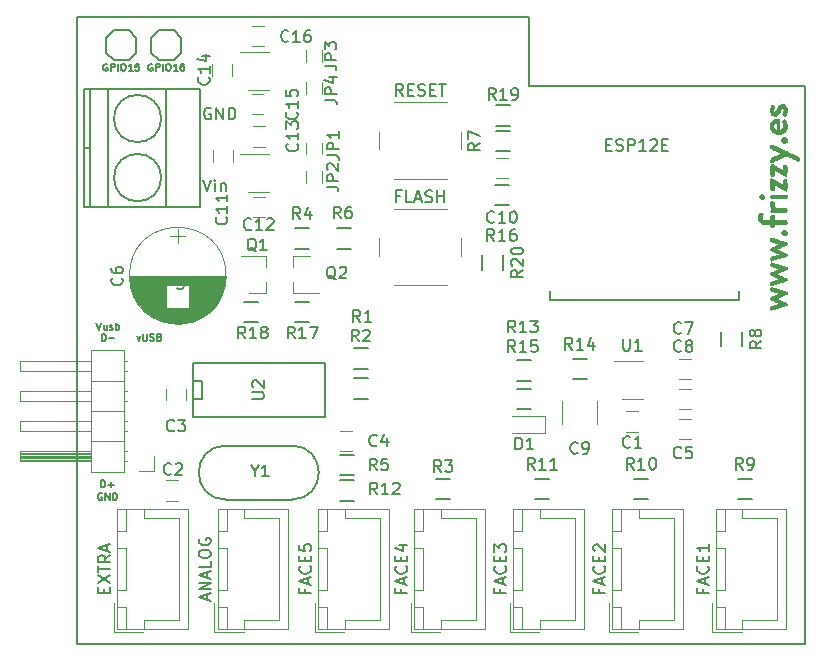
<source format=gbr>
%TF.GenerationSoftware,KiCad,Pcbnew,4.0.7-e2-6376~58~ubuntu16.04.1*%
%TF.CreationDate,2018-03-12T18:00:00+01:00*%
%TF.ProjectId,SLAMP-WiFi,534C414D502D576946692E6B69636164,rev?*%
%TF.FileFunction,Legend,Top*%
%FSLAX46Y46*%
G04 Gerber Fmt 4.6, Leading zero omitted, Abs format (unit mm)*
G04 Created by KiCad (PCBNEW 4.0.7-e2-6376~58~ubuntu16.04.1) date Mon Mar 12 18:00:00 2018*
%MOMM*%
%LPD*%
G01*
G04 APERTURE LIST*
%ADD10C,0.127000*%
%ADD11C,0.120000*%
%ADD12C,0.152400*%
%ADD13C,0.150000*%
%ADD14C,0.203200*%
%ADD15C,0.010000*%
G04 APERTURE END LIST*
D10*
X145267486Y-80900629D02*
X145467486Y-81500629D01*
X145667486Y-80900629D01*
X146124629Y-81100629D02*
X146124629Y-81500629D01*
X145867486Y-81100629D02*
X145867486Y-81414914D01*
X145896058Y-81472057D01*
X145953200Y-81500629D01*
X146038915Y-81500629D01*
X146096058Y-81472057D01*
X146124629Y-81443486D01*
X146381772Y-81472057D02*
X146438915Y-81500629D01*
X146553200Y-81500629D01*
X146610343Y-81472057D01*
X146638915Y-81414914D01*
X146638915Y-81386343D01*
X146610343Y-81329200D01*
X146553200Y-81300629D01*
X146467486Y-81300629D01*
X146410343Y-81272057D01*
X146381772Y-81214914D01*
X146381772Y-81186343D01*
X146410343Y-81129200D01*
X146467486Y-81100629D01*
X146553200Y-81100629D01*
X146610343Y-81129200D01*
X146896057Y-81500629D02*
X146896057Y-80900629D01*
X146896057Y-81129200D02*
X146953200Y-81100629D01*
X147067486Y-81100629D01*
X147124629Y-81129200D01*
X147153200Y-81157771D01*
X147181771Y-81214914D01*
X147181771Y-81386343D01*
X147153200Y-81443486D01*
X147124629Y-81472057D01*
X147067486Y-81500629D01*
X146953200Y-81500629D01*
X146896057Y-81472057D01*
X145724629Y-82465829D02*
X145724629Y-81865829D01*
X145867486Y-81865829D01*
X145953201Y-81894400D01*
X146010343Y-81951543D01*
X146038915Y-82008686D01*
X146067486Y-82122971D01*
X146067486Y-82208686D01*
X146038915Y-82322971D01*
X146010343Y-82380114D01*
X145953201Y-82437257D01*
X145867486Y-82465829D01*
X145724629Y-82465829D01*
X146324629Y-82237257D02*
X146781772Y-82237257D01*
X145673829Y-94861029D02*
X145673829Y-94261029D01*
X145816686Y-94261029D01*
X145902401Y-94289600D01*
X145959543Y-94346743D01*
X145988115Y-94403886D01*
X146016686Y-94518171D01*
X146016686Y-94603886D01*
X145988115Y-94718171D01*
X145959543Y-94775314D01*
X145902401Y-94832457D01*
X145816686Y-94861029D01*
X145673829Y-94861029D01*
X146273829Y-94632457D02*
X146730972Y-94632457D01*
X146502401Y-94861029D02*
X146502401Y-94403886D01*
X145745258Y-95356400D02*
X145688115Y-95327829D01*
X145602401Y-95327829D01*
X145516686Y-95356400D01*
X145459544Y-95413543D01*
X145430972Y-95470686D01*
X145402401Y-95584971D01*
X145402401Y-95670686D01*
X145430972Y-95784971D01*
X145459544Y-95842114D01*
X145516686Y-95899257D01*
X145602401Y-95927829D01*
X145659544Y-95927829D01*
X145745258Y-95899257D01*
X145773829Y-95870686D01*
X145773829Y-95670686D01*
X145659544Y-95670686D01*
X146030972Y-95927829D02*
X146030972Y-95327829D01*
X146373829Y-95927829D01*
X146373829Y-95327829D01*
X146659543Y-95927829D02*
X146659543Y-95327829D01*
X146802400Y-95327829D01*
X146888115Y-95356400D01*
X146945257Y-95413543D01*
X146973829Y-95470686D01*
X147002400Y-95584971D01*
X147002400Y-95670686D01*
X146973829Y-95784971D01*
X146945257Y-95842114D01*
X146888115Y-95899257D01*
X146802400Y-95927829D01*
X146659543Y-95927829D01*
X143637000Y-54991000D02*
X143637000Y-56769000D01*
X181864000Y-54991000D02*
X143637000Y-54991000D01*
X181864000Y-56769000D02*
X181864000Y-54991000D01*
X143637000Y-56769000D02*
X143637000Y-60833000D01*
X181864000Y-58166000D02*
X181864000Y-56769000D01*
X181864000Y-60833000D02*
X181864000Y-58166000D01*
X201041000Y-60833000D02*
X181864000Y-60833000D01*
X148690143Y-82040429D02*
X148833000Y-82440429D01*
X148975858Y-82040429D01*
X149204429Y-81840429D02*
X149204429Y-82326143D01*
X149233001Y-82383286D01*
X149261572Y-82411857D01*
X149318715Y-82440429D01*
X149433001Y-82440429D01*
X149490143Y-82411857D01*
X149518715Y-82383286D01*
X149547286Y-82326143D01*
X149547286Y-81840429D01*
X149804429Y-82411857D02*
X149890143Y-82440429D01*
X150033000Y-82440429D01*
X150090143Y-82411857D01*
X150118714Y-82383286D01*
X150147286Y-82326143D01*
X150147286Y-82269000D01*
X150118714Y-82211857D01*
X150090143Y-82183286D01*
X150033000Y-82154714D01*
X149918714Y-82126143D01*
X149861572Y-82097571D01*
X149833000Y-82069000D01*
X149804429Y-82011857D01*
X149804429Y-81954714D01*
X149833000Y-81897571D01*
X149861572Y-81869000D01*
X149918714Y-81840429D01*
X150061572Y-81840429D01*
X150147286Y-81869000D01*
X150604429Y-82126143D02*
X150690143Y-82154714D01*
X150718715Y-82183286D01*
X150747286Y-82240429D01*
X150747286Y-82326143D01*
X150718715Y-82383286D01*
X150690143Y-82411857D01*
X150633001Y-82440429D01*
X150404429Y-82440429D01*
X150404429Y-81840429D01*
X150604429Y-81840429D01*
X150661572Y-81869000D01*
X150690143Y-81897571D01*
X150718715Y-81954714D01*
X150718715Y-82011857D01*
X150690143Y-82069000D01*
X150661572Y-82097571D01*
X150604429Y-82126143D01*
X150404429Y-82126143D01*
X154297191Y-68794381D02*
X154630524Y-69794381D01*
X154963858Y-68794381D01*
X155297191Y-69794381D02*
X155297191Y-69127714D01*
X155297191Y-68794381D02*
X155249572Y-68842000D01*
X155297191Y-68889619D01*
X155344810Y-68842000D01*
X155297191Y-68794381D01*
X155297191Y-68889619D01*
X155773381Y-69127714D02*
X155773381Y-69794381D01*
X155773381Y-69222952D02*
X155821000Y-69175333D01*
X155916238Y-69127714D01*
X156059096Y-69127714D01*
X156154334Y-69175333D01*
X156201953Y-69270571D01*
X156201953Y-69794381D01*
X154940096Y-62746000D02*
X154844858Y-62698381D01*
X154702001Y-62698381D01*
X154559143Y-62746000D01*
X154463905Y-62841238D01*
X154416286Y-62936476D01*
X154368667Y-63126952D01*
X154368667Y-63269810D01*
X154416286Y-63460286D01*
X154463905Y-63555524D01*
X154559143Y-63650762D01*
X154702001Y-63698381D01*
X154797239Y-63698381D01*
X154940096Y-63650762D01*
X154987715Y-63603143D01*
X154987715Y-63269810D01*
X154797239Y-63269810D01*
X155416286Y-63698381D02*
X155416286Y-62698381D01*
X155987715Y-63698381D01*
X155987715Y-62698381D01*
X156463905Y-63698381D02*
X156463905Y-62698381D01*
X156702000Y-62698381D01*
X156844858Y-62746000D01*
X156940096Y-62841238D01*
X156987715Y-62936476D01*
X157035334Y-63126952D01*
X157035334Y-63269810D01*
X156987715Y-63460286D01*
X156940096Y-63555524D01*
X156844858Y-63650762D01*
X156702000Y-63698381D01*
X156463905Y-63698381D01*
X143637000Y-108077000D02*
X143637000Y-60833000D01*
X205232000Y-108077000D02*
X143637000Y-108077000D01*
X205232000Y-60833000D02*
X205232000Y-108077000D01*
X201041000Y-60833000D02*
X205232000Y-60833000D01*
D11*
X159637000Y-78415000D02*
X159637000Y-77485000D01*
X159637000Y-75255000D02*
X159637000Y-76185000D01*
X159637000Y-75255000D02*
X157477000Y-75255000D01*
X159637000Y-78415000D02*
X158177000Y-78415000D01*
D12*
X183642000Y-78232000D02*
X183642000Y-78994000D01*
X183642000Y-78994000D02*
X199644000Y-78994000D01*
X199644000Y-78994000D02*
X199644000Y-78232000D01*
D13*
X158969000Y-80885000D02*
X157769000Y-80885000D01*
X157769000Y-79135000D02*
X158969000Y-79135000D01*
D11*
X191127000Y-88431000D02*
X190127000Y-88431000D01*
X190127000Y-90131000D02*
X191127000Y-90131000D01*
X151138000Y-95973000D02*
X152138000Y-95973000D01*
X152138000Y-94273000D02*
X151138000Y-94273000D01*
X152869000Y-87495000D02*
X152869000Y-86495000D01*
X151169000Y-86495000D02*
X151169000Y-87495000D01*
X166870000Y-90082000D02*
X165870000Y-90082000D01*
X165870000Y-91782000D02*
X166870000Y-91782000D01*
X195572000Y-89066000D02*
X194572000Y-89066000D01*
X194572000Y-90766000D02*
X195572000Y-90766000D01*
X156236000Y-76934000D02*
G75*
G03X156236000Y-76934000I-4090000J0D01*
G01*
X156196000Y-76934000D02*
X148096000Y-76934000D01*
X156196000Y-76974000D02*
X148096000Y-76974000D01*
X156196000Y-77014000D02*
X148096000Y-77014000D01*
X156195000Y-77054000D02*
X148097000Y-77054000D01*
X156193000Y-77094000D02*
X148099000Y-77094000D01*
X156192000Y-77134000D02*
X148100000Y-77134000D01*
X156189000Y-77174000D02*
X148103000Y-77174000D01*
X156187000Y-77214000D02*
X148105000Y-77214000D01*
X156184000Y-77254000D02*
X148108000Y-77254000D01*
X156181000Y-77294000D02*
X148111000Y-77294000D01*
X156177000Y-77334000D02*
X148115000Y-77334000D01*
X156173000Y-77374000D02*
X148119000Y-77374000D01*
X156168000Y-77414000D02*
X148124000Y-77414000D01*
X156163000Y-77454000D02*
X148129000Y-77454000D01*
X156158000Y-77494000D02*
X148134000Y-77494000D01*
X156152000Y-77534000D02*
X148140000Y-77534000D01*
X156146000Y-77574000D02*
X148146000Y-77574000D01*
X156140000Y-77614000D02*
X148152000Y-77614000D01*
X156133000Y-77655000D02*
X148159000Y-77655000D01*
X156125000Y-77695000D02*
X148167000Y-77695000D01*
X156117000Y-77735000D02*
X153126000Y-77735000D01*
X151166000Y-77735000D02*
X148175000Y-77735000D01*
X156109000Y-77775000D02*
X153126000Y-77775000D01*
X151166000Y-77775000D02*
X148183000Y-77775000D01*
X156101000Y-77815000D02*
X153126000Y-77815000D01*
X151166000Y-77815000D02*
X148191000Y-77815000D01*
X156092000Y-77855000D02*
X153126000Y-77855000D01*
X151166000Y-77855000D02*
X148200000Y-77855000D01*
X156082000Y-77895000D02*
X153126000Y-77895000D01*
X151166000Y-77895000D02*
X148210000Y-77895000D01*
X156072000Y-77935000D02*
X153126000Y-77935000D01*
X151166000Y-77935000D02*
X148220000Y-77935000D01*
X156062000Y-77975000D02*
X153126000Y-77975000D01*
X151166000Y-77975000D02*
X148230000Y-77975000D01*
X156051000Y-78015000D02*
X153126000Y-78015000D01*
X151166000Y-78015000D02*
X148241000Y-78015000D01*
X156040000Y-78055000D02*
X153126000Y-78055000D01*
X151166000Y-78055000D02*
X148252000Y-78055000D01*
X156029000Y-78095000D02*
X153126000Y-78095000D01*
X151166000Y-78095000D02*
X148263000Y-78095000D01*
X156016000Y-78135000D02*
X153126000Y-78135000D01*
X151166000Y-78135000D02*
X148276000Y-78135000D01*
X156004000Y-78175000D02*
X153126000Y-78175000D01*
X151166000Y-78175000D02*
X148288000Y-78175000D01*
X155991000Y-78215000D02*
X153126000Y-78215000D01*
X151166000Y-78215000D02*
X148301000Y-78215000D01*
X155978000Y-78255000D02*
X153126000Y-78255000D01*
X151166000Y-78255000D02*
X148314000Y-78255000D01*
X155964000Y-78295000D02*
X153126000Y-78295000D01*
X151166000Y-78295000D02*
X148328000Y-78295000D01*
X155949000Y-78335000D02*
X153126000Y-78335000D01*
X151166000Y-78335000D02*
X148343000Y-78335000D01*
X155935000Y-78375000D02*
X153126000Y-78375000D01*
X151166000Y-78375000D02*
X148357000Y-78375000D01*
X155919000Y-78415000D02*
X153126000Y-78415000D01*
X151166000Y-78415000D02*
X148373000Y-78415000D01*
X155904000Y-78455000D02*
X153126000Y-78455000D01*
X151166000Y-78455000D02*
X148388000Y-78455000D01*
X155887000Y-78495000D02*
X153126000Y-78495000D01*
X151166000Y-78495000D02*
X148405000Y-78495000D01*
X155871000Y-78535000D02*
X153126000Y-78535000D01*
X151166000Y-78535000D02*
X148421000Y-78535000D01*
X155853000Y-78575000D02*
X153126000Y-78575000D01*
X151166000Y-78575000D02*
X148439000Y-78575000D01*
X155836000Y-78615000D02*
X153126000Y-78615000D01*
X151166000Y-78615000D02*
X148456000Y-78615000D01*
X155817000Y-78655000D02*
X153126000Y-78655000D01*
X151166000Y-78655000D02*
X148475000Y-78655000D01*
X155798000Y-78695000D02*
X153126000Y-78695000D01*
X151166000Y-78695000D02*
X148494000Y-78695000D01*
X155779000Y-78735000D02*
X153126000Y-78735000D01*
X151166000Y-78735000D02*
X148513000Y-78735000D01*
X155759000Y-78775000D02*
X153126000Y-78775000D01*
X151166000Y-78775000D02*
X148533000Y-78775000D01*
X155739000Y-78815000D02*
X153126000Y-78815000D01*
X151166000Y-78815000D02*
X148553000Y-78815000D01*
X155718000Y-78855000D02*
X153126000Y-78855000D01*
X151166000Y-78855000D02*
X148574000Y-78855000D01*
X155696000Y-78895000D02*
X153126000Y-78895000D01*
X151166000Y-78895000D02*
X148596000Y-78895000D01*
X155674000Y-78935000D02*
X153126000Y-78935000D01*
X151166000Y-78935000D02*
X148618000Y-78935000D01*
X155651000Y-78975000D02*
X153126000Y-78975000D01*
X151166000Y-78975000D02*
X148641000Y-78975000D01*
X155628000Y-79015000D02*
X153126000Y-79015000D01*
X151166000Y-79015000D02*
X148664000Y-79015000D01*
X155604000Y-79055000D02*
X153126000Y-79055000D01*
X151166000Y-79055000D02*
X148688000Y-79055000D01*
X155580000Y-79095000D02*
X153126000Y-79095000D01*
X151166000Y-79095000D02*
X148712000Y-79095000D01*
X155554000Y-79135000D02*
X153126000Y-79135000D01*
X151166000Y-79135000D02*
X148738000Y-79135000D01*
X155529000Y-79175000D02*
X153126000Y-79175000D01*
X151166000Y-79175000D02*
X148763000Y-79175000D01*
X155502000Y-79215000D02*
X153126000Y-79215000D01*
X151166000Y-79215000D02*
X148790000Y-79215000D01*
X155475000Y-79255000D02*
X153126000Y-79255000D01*
X151166000Y-79255000D02*
X148817000Y-79255000D01*
X155447000Y-79295000D02*
X153126000Y-79295000D01*
X151166000Y-79295000D02*
X148845000Y-79295000D01*
X155418000Y-79335000D02*
X153126000Y-79335000D01*
X151166000Y-79335000D02*
X148874000Y-79335000D01*
X155389000Y-79375000D02*
X153126000Y-79375000D01*
X151166000Y-79375000D02*
X148903000Y-79375000D01*
X155359000Y-79415000D02*
X153126000Y-79415000D01*
X151166000Y-79415000D02*
X148933000Y-79415000D01*
X155328000Y-79455000D02*
X153126000Y-79455000D01*
X151166000Y-79455000D02*
X148964000Y-79455000D01*
X155296000Y-79495000D02*
X153126000Y-79495000D01*
X151166000Y-79495000D02*
X148996000Y-79495000D01*
X155264000Y-79535000D02*
X153126000Y-79535000D01*
X151166000Y-79535000D02*
X149028000Y-79535000D01*
X155230000Y-79575000D02*
X153126000Y-79575000D01*
X151166000Y-79575000D02*
X149062000Y-79575000D01*
X155196000Y-79615000D02*
X153126000Y-79615000D01*
X151166000Y-79615000D02*
X149096000Y-79615000D01*
X155161000Y-79655000D02*
X153126000Y-79655000D01*
X151166000Y-79655000D02*
X149131000Y-79655000D01*
X155125000Y-79695000D02*
X149167000Y-79695000D01*
X155088000Y-79735000D02*
X149204000Y-79735000D01*
X155050000Y-79775000D02*
X149242000Y-79775000D01*
X155011000Y-79815000D02*
X149281000Y-79815000D01*
X154970000Y-79855000D02*
X149322000Y-79855000D01*
X154929000Y-79895000D02*
X149363000Y-79895000D01*
X154886000Y-79935000D02*
X149406000Y-79935000D01*
X154843000Y-79975000D02*
X149449000Y-79975000D01*
X154798000Y-80015000D02*
X149494000Y-80015000D01*
X154751000Y-80055000D02*
X149541000Y-80055000D01*
X154703000Y-80095000D02*
X149589000Y-80095000D01*
X154654000Y-80135000D02*
X149638000Y-80135000D01*
X154603000Y-80175000D02*
X149689000Y-80175000D01*
X154550000Y-80215000D02*
X149742000Y-80215000D01*
X154495000Y-80255000D02*
X149797000Y-80255000D01*
X154439000Y-80295000D02*
X149853000Y-80295000D01*
X154380000Y-80335000D02*
X149912000Y-80335000D01*
X154319000Y-80375000D02*
X149973000Y-80375000D01*
X154255000Y-80415000D02*
X150037000Y-80415000D01*
X154189000Y-80455000D02*
X150103000Y-80455000D01*
X154120000Y-80495000D02*
X150172000Y-80495000D01*
X154048000Y-80535000D02*
X150244000Y-80535000D01*
X153972000Y-80575000D02*
X150320000Y-80575000D01*
X153891000Y-80615000D02*
X150401000Y-80615000D01*
X153806000Y-80655000D02*
X150486000Y-80655000D01*
X153716000Y-80695000D02*
X150576000Y-80695000D01*
X153619000Y-80735000D02*
X150673000Y-80735000D01*
X153515000Y-80775000D02*
X150777000Y-80775000D01*
X153400000Y-80815000D02*
X150892000Y-80815000D01*
X153273000Y-80855000D02*
X151019000Y-80855000D01*
X153129000Y-80895000D02*
X151163000Y-80895000D01*
X152960000Y-80935000D02*
X151332000Y-80935000D01*
X152744000Y-80975000D02*
X151548000Y-80975000D01*
X152392000Y-81015000D02*
X151900000Y-81015000D01*
X152146000Y-72984000D02*
X152146000Y-74184000D01*
X152796000Y-73584000D02*
X151496000Y-73584000D01*
X195572000Y-83986000D02*
X194572000Y-83986000D01*
X194572000Y-85686000D02*
X195572000Y-85686000D01*
X195572000Y-86526000D02*
X194572000Y-86526000D01*
X194572000Y-88226000D02*
X195572000Y-88226000D01*
X187657000Y-89519000D02*
X187657000Y-87519000D01*
X184707000Y-87519000D02*
X184707000Y-89519000D01*
X179078000Y-68668000D02*
X180078000Y-68668000D01*
X180078000Y-66968000D02*
X179078000Y-66968000D01*
X183283000Y-90235000D02*
X183283000Y-88835000D01*
X183283000Y-88835000D02*
X180483000Y-88835000D01*
X183283000Y-90235000D02*
X180483000Y-90235000D01*
D13*
X144744000Y-66127000D02*
X144244000Y-66127000D01*
X150744000Y-68627000D02*
G75*
G03X150744000Y-68627000I-2000000J0D01*
G01*
X150744000Y-63627000D02*
G75*
G03X150744000Y-63627000I-2000000J0D01*
G01*
X146244000Y-61127000D02*
X146244000Y-71127000D01*
X151144000Y-61127000D02*
X151144000Y-71127000D01*
X144744000Y-61127000D02*
X144744000Y-71127000D01*
X144244000Y-61127000D02*
X144244000Y-71127000D01*
X144244000Y-71127000D02*
X154044000Y-71127000D01*
X154044000Y-71127000D02*
X154044000Y-61127000D01*
X154044000Y-61127000D02*
X144244000Y-61127000D01*
D11*
X147564000Y-93592000D02*
X147564000Y-90932000D01*
X147564000Y-90932000D02*
X144824000Y-90932000D01*
X144824000Y-90932000D02*
X144824000Y-93592000D01*
X144824000Y-93592000D02*
X147564000Y-93592000D01*
X144824000Y-92642000D02*
X144824000Y-91762000D01*
X144824000Y-91762000D02*
X138824000Y-91762000D01*
X138824000Y-91762000D02*
X138824000Y-92642000D01*
X138824000Y-92642000D02*
X144824000Y-92642000D01*
X147874000Y-92642000D02*
X147564000Y-92642000D01*
X147874000Y-91762000D02*
X147564000Y-91762000D01*
X144824000Y-92522000D02*
X138824000Y-92522000D01*
X144824000Y-92402000D02*
X138824000Y-92402000D01*
X144824000Y-92282000D02*
X138824000Y-92282000D01*
X144824000Y-92162000D02*
X138824000Y-92162000D01*
X144824000Y-92042000D02*
X138824000Y-92042000D01*
X144824000Y-91922000D02*
X138824000Y-91922000D01*
X144824000Y-91802000D02*
X138824000Y-91802000D01*
X147564000Y-90932000D02*
X147564000Y-88392000D01*
X147564000Y-88392000D02*
X144824000Y-88392000D01*
X144824000Y-88392000D02*
X144824000Y-90932000D01*
X144824000Y-90932000D02*
X147564000Y-90932000D01*
X144824000Y-90102000D02*
X144824000Y-89222000D01*
X144824000Y-89222000D02*
X138824000Y-89222000D01*
X138824000Y-89222000D02*
X138824000Y-90102000D01*
X138824000Y-90102000D02*
X144824000Y-90102000D01*
X147874000Y-90102000D02*
X147564000Y-90102000D01*
X147874000Y-89222000D02*
X147564000Y-89222000D01*
X147564000Y-88392000D02*
X147564000Y-85852000D01*
X147564000Y-85852000D02*
X144824000Y-85852000D01*
X144824000Y-85852000D02*
X144824000Y-88392000D01*
X144824000Y-88392000D02*
X147564000Y-88392000D01*
X144824000Y-87562000D02*
X144824000Y-86682000D01*
X144824000Y-86682000D02*
X138824000Y-86682000D01*
X138824000Y-86682000D02*
X138824000Y-87562000D01*
X138824000Y-87562000D02*
X144824000Y-87562000D01*
X147874000Y-87562000D02*
X147564000Y-87562000D01*
X147874000Y-86682000D02*
X147564000Y-86682000D01*
X147564000Y-85852000D02*
X147564000Y-83192000D01*
X147564000Y-83192000D02*
X144824000Y-83192000D01*
X144824000Y-83192000D02*
X144824000Y-85852000D01*
X144824000Y-85852000D02*
X147564000Y-85852000D01*
X144824000Y-85022000D02*
X144824000Y-84142000D01*
X144824000Y-84142000D02*
X138824000Y-84142000D01*
X138824000Y-84142000D02*
X138824000Y-85022000D01*
X138824000Y-85022000D02*
X144824000Y-85022000D01*
X147874000Y-85022000D02*
X147564000Y-85022000D01*
X147874000Y-84142000D02*
X147564000Y-84142000D01*
X150114000Y-92202000D02*
X150114000Y-93472000D01*
X150114000Y-93472000D02*
X148844000Y-93472000D01*
X161927000Y-75255000D02*
X161927000Y-76185000D01*
X161927000Y-78415000D02*
X161927000Y-77485000D01*
X161927000Y-78415000D02*
X164087000Y-78415000D01*
X161927000Y-75255000D02*
X163387000Y-75255000D01*
D13*
X168240000Y-84822000D02*
X167040000Y-84822000D01*
X167040000Y-83072000D02*
X168240000Y-83072000D01*
X168240000Y-87362000D02*
X167040000Y-87362000D01*
X167040000Y-85612000D02*
X168240000Y-85612000D01*
X174025000Y-94121000D02*
X175225000Y-94121000D01*
X175225000Y-95871000D02*
X174025000Y-95871000D01*
X163287000Y-74662000D02*
X162087000Y-74662000D01*
X162087000Y-72912000D02*
X163287000Y-72912000D01*
X167097000Y-93839000D02*
X165897000Y-93839000D01*
X165897000Y-92089000D02*
X167097000Y-92089000D01*
X165643000Y-72912000D02*
X166843000Y-72912000D01*
X166843000Y-74662000D02*
X165643000Y-74662000D01*
X179105000Y-64657000D02*
X180305000Y-64657000D01*
X180305000Y-66407000D02*
X179105000Y-66407000D01*
X198134000Y-82896000D02*
X198134000Y-81696000D01*
X199884000Y-81696000D02*
X199884000Y-82896000D01*
X200752000Y-95871000D02*
X199552000Y-95871000D01*
X199552000Y-94121000D02*
X200752000Y-94121000D01*
X191989000Y-95871000D02*
X190789000Y-95871000D01*
X190789000Y-94121000D02*
X191989000Y-94121000D01*
X183607000Y-95871000D02*
X182407000Y-95871000D01*
X182407000Y-94121000D02*
X183607000Y-94121000D01*
X167097000Y-95998000D02*
X165897000Y-95998000D01*
X165897000Y-94248000D02*
X167097000Y-94248000D01*
X182083000Y-85838000D02*
X180883000Y-85838000D01*
X180883000Y-84088000D02*
X182083000Y-84088000D01*
X186782000Y-85711000D02*
X185582000Y-85711000D01*
X185582000Y-83961000D02*
X186782000Y-83961000D01*
X180883000Y-86501000D02*
X182083000Y-86501000D01*
X182083000Y-88251000D02*
X180883000Y-88251000D01*
X178978000Y-69229000D02*
X180178000Y-69229000D01*
X180178000Y-70979000D02*
X178978000Y-70979000D01*
X162087000Y-79135000D02*
X163287000Y-79135000D01*
X163287000Y-80885000D02*
X162087000Y-80885000D01*
X179105000Y-62498000D02*
X180305000Y-62498000D01*
X180305000Y-64248000D02*
X179105000Y-64248000D01*
X177941000Y-76419000D02*
X177941000Y-75219000D01*
X179691000Y-75219000D02*
X179691000Y-76419000D01*
D11*
X189727000Y-87335000D02*
X191527000Y-87335000D01*
X191527000Y-84115000D02*
X189077000Y-84115000D01*
D13*
X153416000Y-85852000D02*
X154178000Y-85852000D01*
X154178000Y-85852000D02*
X154178000Y-87376000D01*
X154178000Y-87376000D02*
X153416000Y-87376000D01*
X164592000Y-84328000D02*
X164592000Y-88900000D01*
X164592000Y-88900000D02*
X153416000Y-88900000D01*
X153416000Y-88900000D02*
X153416000Y-84328000D01*
X153416000Y-84328000D02*
X164592000Y-84328000D01*
X161798000Y-95885000D02*
G75*
G03X161798000Y-91313000I0J2286000D01*
G01*
X156210000Y-91313000D02*
G75*
G03X156210000Y-95885000I0J-2286000D01*
G01*
X156210000Y-95885000D02*
X161798000Y-95885000D01*
X156210000Y-91313000D02*
X161798000Y-91313000D01*
D11*
X147029000Y-106817000D02*
X152979000Y-106817000D01*
X152979000Y-106817000D02*
X152979000Y-96717000D01*
X152979000Y-96717000D02*
X147029000Y-96717000D01*
X147029000Y-96717000D02*
X147029000Y-106817000D01*
X147029000Y-103517000D02*
X147779000Y-103517000D01*
X147779000Y-103517000D02*
X147779000Y-100017000D01*
X147779000Y-100017000D02*
X147029000Y-100017000D01*
X147029000Y-100017000D02*
X147029000Y-103517000D01*
X147029000Y-106817000D02*
X147779000Y-106817000D01*
X147779000Y-106817000D02*
X147779000Y-105017000D01*
X147779000Y-105017000D02*
X147029000Y-105017000D01*
X147029000Y-105017000D02*
X147029000Y-106817000D01*
X147029000Y-98517000D02*
X147779000Y-98517000D01*
X147779000Y-98517000D02*
X147779000Y-96717000D01*
X147779000Y-96717000D02*
X147029000Y-96717000D01*
X147029000Y-96717000D02*
X147029000Y-98517000D01*
X149279000Y-106817000D02*
X149279000Y-106067000D01*
X149279000Y-106067000D02*
X152229000Y-106067000D01*
X152229000Y-106067000D02*
X152229000Y-101767000D01*
X149279000Y-96717000D02*
X149279000Y-97467000D01*
X149279000Y-97467000D02*
X152229000Y-97467000D01*
X152229000Y-97467000D02*
X152229000Y-101767000D01*
X146729000Y-104617000D02*
X146729000Y-107117000D01*
X146729000Y-107117000D02*
X149229000Y-107117000D01*
X155538000Y-106817000D02*
X161488000Y-106817000D01*
X161488000Y-106817000D02*
X161488000Y-96717000D01*
X161488000Y-96717000D02*
X155538000Y-96717000D01*
X155538000Y-96717000D02*
X155538000Y-106817000D01*
X155538000Y-103517000D02*
X156288000Y-103517000D01*
X156288000Y-103517000D02*
X156288000Y-100017000D01*
X156288000Y-100017000D02*
X155538000Y-100017000D01*
X155538000Y-100017000D02*
X155538000Y-103517000D01*
X155538000Y-106817000D02*
X156288000Y-106817000D01*
X156288000Y-106817000D02*
X156288000Y-105017000D01*
X156288000Y-105017000D02*
X155538000Y-105017000D01*
X155538000Y-105017000D02*
X155538000Y-106817000D01*
X155538000Y-98517000D02*
X156288000Y-98517000D01*
X156288000Y-98517000D02*
X156288000Y-96717000D01*
X156288000Y-96717000D02*
X155538000Y-96717000D01*
X155538000Y-96717000D02*
X155538000Y-98517000D01*
X157788000Y-106817000D02*
X157788000Y-106067000D01*
X157788000Y-106067000D02*
X160738000Y-106067000D01*
X160738000Y-106067000D02*
X160738000Y-101767000D01*
X157788000Y-96717000D02*
X157788000Y-97467000D01*
X157788000Y-97467000D02*
X160738000Y-97467000D01*
X160738000Y-97467000D02*
X160738000Y-101767000D01*
X155238000Y-104617000D02*
X155238000Y-107117000D01*
X155238000Y-107117000D02*
X157738000Y-107117000D01*
X197702000Y-106817000D02*
X203652000Y-106817000D01*
X203652000Y-106817000D02*
X203652000Y-96717000D01*
X203652000Y-96717000D02*
X197702000Y-96717000D01*
X197702000Y-96717000D02*
X197702000Y-106817000D01*
X197702000Y-103517000D02*
X198452000Y-103517000D01*
X198452000Y-103517000D02*
X198452000Y-100017000D01*
X198452000Y-100017000D02*
X197702000Y-100017000D01*
X197702000Y-100017000D02*
X197702000Y-103517000D01*
X197702000Y-106817000D02*
X198452000Y-106817000D01*
X198452000Y-106817000D02*
X198452000Y-105017000D01*
X198452000Y-105017000D02*
X197702000Y-105017000D01*
X197702000Y-105017000D02*
X197702000Y-106817000D01*
X197702000Y-98517000D02*
X198452000Y-98517000D01*
X198452000Y-98517000D02*
X198452000Y-96717000D01*
X198452000Y-96717000D02*
X197702000Y-96717000D01*
X197702000Y-96717000D02*
X197702000Y-98517000D01*
X199952000Y-106817000D02*
X199952000Y-106067000D01*
X199952000Y-106067000D02*
X202902000Y-106067000D01*
X202902000Y-106067000D02*
X202902000Y-101767000D01*
X199952000Y-96717000D02*
X199952000Y-97467000D01*
X199952000Y-97467000D02*
X202902000Y-97467000D01*
X202902000Y-97467000D02*
X202902000Y-101767000D01*
X197402000Y-104617000D02*
X197402000Y-107117000D01*
X197402000Y-107117000D02*
X199902000Y-107117000D01*
X188939000Y-106817000D02*
X194889000Y-106817000D01*
X194889000Y-106817000D02*
X194889000Y-96717000D01*
X194889000Y-96717000D02*
X188939000Y-96717000D01*
X188939000Y-96717000D02*
X188939000Y-106817000D01*
X188939000Y-103517000D02*
X189689000Y-103517000D01*
X189689000Y-103517000D02*
X189689000Y-100017000D01*
X189689000Y-100017000D02*
X188939000Y-100017000D01*
X188939000Y-100017000D02*
X188939000Y-103517000D01*
X188939000Y-106817000D02*
X189689000Y-106817000D01*
X189689000Y-106817000D02*
X189689000Y-105017000D01*
X189689000Y-105017000D02*
X188939000Y-105017000D01*
X188939000Y-105017000D02*
X188939000Y-106817000D01*
X188939000Y-98517000D02*
X189689000Y-98517000D01*
X189689000Y-98517000D02*
X189689000Y-96717000D01*
X189689000Y-96717000D02*
X188939000Y-96717000D01*
X188939000Y-96717000D02*
X188939000Y-98517000D01*
X191189000Y-106817000D02*
X191189000Y-106067000D01*
X191189000Y-106067000D02*
X194139000Y-106067000D01*
X194139000Y-106067000D02*
X194139000Y-101767000D01*
X191189000Y-96717000D02*
X191189000Y-97467000D01*
X191189000Y-97467000D02*
X194139000Y-97467000D01*
X194139000Y-97467000D02*
X194139000Y-101767000D01*
X188639000Y-104617000D02*
X188639000Y-107117000D01*
X188639000Y-107117000D02*
X191139000Y-107117000D01*
X180557000Y-106817000D02*
X186507000Y-106817000D01*
X186507000Y-106817000D02*
X186507000Y-96717000D01*
X186507000Y-96717000D02*
X180557000Y-96717000D01*
X180557000Y-96717000D02*
X180557000Y-106817000D01*
X180557000Y-103517000D02*
X181307000Y-103517000D01*
X181307000Y-103517000D02*
X181307000Y-100017000D01*
X181307000Y-100017000D02*
X180557000Y-100017000D01*
X180557000Y-100017000D02*
X180557000Y-103517000D01*
X180557000Y-106817000D02*
X181307000Y-106817000D01*
X181307000Y-106817000D02*
X181307000Y-105017000D01*
X181307000Y-105017000D02*
X180557000Y-105017000D01*
X180557000Y-105017000D02*
X180557000Y-106817000D01*
X180557000Y-98517000D02*
X181307000Y-98517000D01*
X181307000Y-98517000D02*
X181307000Y-96717000D01*
X181307000Y-96717000D02*
X180557000Y-96717000D01*
X180557000Y-96717000D02*
X180557000Y-98517000D01*
X182807000Y-106817000D02*
X182807000Y-106067000D01*
X182807000Y-106067000D02*
X185757000Y-106067000D01*
X185757000Y-106067000D02*
X185757000Y-101767000D01*
X182807000Y-96717000D02*
X182807000Y-97467000D01*
X182807000Y-97467000D02*
X185757000Y-97467000D01*
X185757000Y-97467000D02*
X185757000Y-101767000D01*
X180257000Y-104617000D02*
X180257000Y-107117000D01*
X180257000Y-107117000D02*
X182757000Y-107117000D01*
X172175000Y-106817000D02*
X178125000Y-106817000D01*
X178125000Y-106817000D02*
X178125000Y-96717000D01*
X178125000Y-96717000D02*
X172175000Y-96717000D01*
X172175000Y-96717000D02*
X172175000Y-106817000D01*
X172175000Y-103517000D02*
X172925000Y-103517000D01*
X172925000Y-103517000D02*
X172925000Y-100017000D01*
X172925000Y-100017000D02*
X172175000Y-100017000D01*
X172175000Y-100017000D02*
X172175000Y-103517000D01*
X172175000Y-106817000D02*
X172925000Y-106817000D01*
X172925000Y-106817000D02*
X172925000Y-105017000D01*
X172925000Y-105017000D02*
X172175000Y-105017000D01*
X172175000Y-105017000D02*
X172175000Y-106817000D01*
X172175000Y-98517000D02*
X172925000Y-98517000D01*
X172925000Y-98517000D02*
X172925000Y-96717000D01*
X172925000Y-96717000D02*
X172175000Y-96717000D01*
X172175000Y-96717000D02*
X172175000Y-98517000D01*
X174425000Y-106817000D02*
X174425000Y-106067000D01*
X174425000Y-106067000D02*
X177375000Y-106067000D01*
X177375000Y-106067000D02*
X177375000Y-101767000D01*
X174425000Y-96717000D02*
X174425000Y-97467000D01*
X174425000Y-97467000D02*
X177375000Y-97467000D01*
X177375000Y-97467000D02*
X177375000Y-101767000D01*
X171875000Y-104617000D02*
X171875000Y-107117000D01*
X171875000Y-107117000D02*
X174375000Y-107117000D01*
X164047000Y-106817000D02*
X169997000Y-106817000D01*
X169997000Y-106817000D02*
X169997000Y-96717000D01*
X169997000Y-96717000D02*
X164047000Y-96717000D01*
X164047000Y-96717000D02*
X164047000Y-106817000D01*
X164047000Y-103517000D02*
X164797000Y-103517000D01*
X164797000Y-103517000D02*
X164797000Y-100017000D01*
X164797000Y-100017000D02*
X164047000Y-100017000D01*
X164047000Y-100017000D02*
X164047000Y-103517000D01*
X164047000Y-106817000D02*
X164797000Y-106817000D01*
X164797000Y-106817000D02*
X164797000Y-105017000D01*
X164797000Y-105017000D02*
X164047000Y-105017000D01*
X164047000Y-105017000D02*
X164047000Y-106817000D01*
X164047000Y-98517000D02*
X164797000Y-98517000D01*
X164797000Y-98517000D02*
X164797000Y-96717000D01*
X164797000Y-96717000D02*
X164047000Y-96717000D01*
X164047000Y-96717000D02*
X164047000Y-98517000D01*
X166297000Y-106817000D02*
X166297000Y-106067000D01*
X166297000Y-106067000D02*
X169247000Y-106067000D01*
X169247000Y-106067000D02*
X169247000Y-101767000D01*
X166297000Y-96717000D02*
X166297000Y-97467000D01*
X166297000Y-97467000D02*
X169247000Y-97467000D01*
X169247000Y-97467000D02*
X169247000Y-101767000D01*
X163747000Y-104617000D02*
X163747000Y-107117000D01*
X163747000Y-107117000D02*
X166247000Y-107117000D01*
X170418000Y-68746000D02*
X174918000Y-68746000D01*
X169168000Y-64746000D02*
X169168000Y-66246000D01*
X174918000Y-62246000D02*
X170418000Y-62246000D01*
X176168000Y-66246000D02*
X176168000Y-64746000D01*
X170418000Y-77763000D02*
X174918000Y-77763000D01*
X169168000Y-73763000D02*
X169168000Y-75263000D01*
X174918000Y-71263000D02*
X170418000Y-71263000D01*
X176168000Y-75263000D02*
X176168000Y-73763000D01*
X155106000Y-66302000D02*
X155106000Y-67302000D01*
X156806000Y-67302000D02*
X156806000Y-66302000D01*
X158504000Y-71970000D02*
X159504000Y-71970000D01*
X159504000Y-70270000D02*
X158504000Y-70270000D01*
X158504000Y-66001000D02*
X159504000Y-66001000D01*
X159504000Y-64301000D02*
X158504000Y-64301000D01*
X155055200Y-58986800D02*
X155055200Y-59986800D01*
X156755200Y-59986800D02*
X156755200Y-58986800D01*
X158402400Y-63283200D02*
X159402400Y-63283200D01*
X159402400Y-61583200D02*
X158402400Y-61583200D01*
X158453200Y-57492000D02*
X159453200Y-57492000D01*
X159453200Y-55792000D02*
X158453200Y-55792000D01*
X163023000Y-66667000D02*
X163023000Y-65667000D01*
X164383000Y-65667000D02*
X164383000Y-66667000D01*
X164383000Y-68080000D02*
X164383000Y-69080000D01*
X163023000Y-69080000D02*
X163023000Y-68080000D01*
X162997600Y-58818400D02*
X162997600Y-57818400D01*
X164357600Y-57818400D02*
X164357600Y-58818400D01*
X164357600Y-60561600D02*
X164357600Y-61561600D01*
X162997600Y-61561600D02*
X162997600Y-60561600D01*
D14*
X148640800Y-56769000D02*
X148005800Y-56134000D01*
X148005800Y-56134000D02*
X146735800Y-56134000D01*
X146735800Y-56134000D02*
X146100800Y-56769000D01*
X146100800Y-56769000D02*
X146100800Y-58039000D01*
X146100800Y-58039000D02*
X146735800Y-58674000D01*
X146735800Y-58674000D02*
X148005800Y-58674000D01*
X148005800Y-58674000D02*
X148640800Y-58039000D01*
X148640800Y-58039000D02*
X148640800Y-56769000D01*
X152450800Y-56769000D02*
X151815800Y-56134000D01*
X151815800Y-56134000D02*
X150545800Y-56134000D01*
X150545800Y-56134000D02*
X149910800Y-56769000D01*
X149910800Y-56769000D02*
X149910800Y-58039000D01*
X149910800Y-58039000D02*
X150545800Y-58674000D01*
X150545800Y-58674000D02*
X151815800Y-58674000D01*
X151815800Y-58674000D02*
X152450800Y-58039000D01*
X152450800Y-58039000D02*
X152450800Y-56769000D01*
D11*
X158104000Y-69809000D02*
X159904000Y-69809000D01*
X159904000Y-66589000D02*
X157454000Y-66589000D01*
X158104000Y-61198400D02*
X159904000Y-61198400D01*
X159904000Y-57978400D02*
X157454000Y-57978400D01*
D15*
G36*
X202323651Y-65990798D02*
X202326118Y-65923141D01*
X202332572Y-65873705D01*
X202348546Y-65842943D01*
X202379576Y-65831304D01*
X202431198Y-65839240D01*
X202508948Y-65867201D01*
X202618360Y-65915638D01*
X202764969Y-65985002D01*
X202869800Y-66035273D01*
X202945460Y-66070915D01*
X203001091Y-66095918D01*
X203022200Y-66104109D01*
X203049994Y-66115044D01*
X203110399Y-66141875D01*
X203187300Y-66177381D01*
X203311561Y-66234081D01*
X203406588Y-66274232D01*
X203465884Y-66295160D01*
X203479400Y-66297596D01*
X203505906Y-66312658D01*
X203536550Y-66337847D01*
X203570088Y-66361090D01*
X203581000Y-66357500D01*
X203596613Y-66356826D01*
X203631800Y-66382900D01*
X203668355Y-66409660D01*
X203682600Y-66408300D01*
X203697957Y-66406676D01*
X203727050Y-66427954D01*
X203766395Y-66459273D01*
X203784200Y-66468205D01*
X203826263Y-66479661D01*
X203906131Y-66511968D01*
X204016739Y-66562159D01*
X204082650Y-66593656D01*
X204160894Y-66629709D01*
X204217593Y-66652229D01*
X204241274Y-66656699D01*
X204241400Y-66656183D01*
X204257207Y-66660033D01*
X204292200Y-66687700D01*
X204328755Y-66714460D01*
X204343000Y-66713100D01*
X204358613Y-66712426D01*
X204393800Y-66738500D01*
X204430355Y-66765260D01*
X204444600Y-66763900D01*
X204460213Y-66763226D01*
X204495400Y-66789300D01*
X204532091Y-66817506D01*
X204546200Y-66819153D01*
X204565457Y-66819561D01*
X204613225Y-66840748D01*
X204628203Y-66848845D01*
X204675179Y-66879015D01*
X204699890Y-66912995D01*
X204709726Y-66967501D01*
X204711862Y-67038122D01*
X204707681Y-67133415D01*
X204691629Y-67184381D01*
X204678366Y-67195077D01*
X204628087Y-67196070D01*
X204613757Y-67189822D01*
X204578406Y-67171367D01*
X204571600Y-67169411D01*
X204548398Y-67160902D01*
X204492821Y-67136466D01*
X204401416Y-67094520D01*
X204270730Y-67033483D01*
X204121198Y-66963054D01*
X204034390Y-66923484D01*
X203966835Y-66895355D01*
X203930147Y-66883419D01*
X203927014Y-66883606D01*
X203903004Y-66873961D01*
X203863066Y-66842514D01*
X203825172Y-66813020D01*
X203809600Y-66810330D01*
X203790295Y-66809691D01*
X203742144Y-66788266D01*
X203723675Y-66778271D01*
X203658054Y-66748773D01*
X203618179Y-66751490D01*
X203609375Y-66758385D01*
X203585120Y-66772159D01*
X203581000Y-66765044D01*
X203565422Y-66763529D01*
X203530200Y-66789300D01*
X203493644Y-66816060D01*
X203479400Y-66814700D01*
X203463786Y-66814026D01*
X203428600Y-66840100D01*
X203392044Y-66866860D01*
X203377800Y-66865500D01*
X203362186Y-66864826D01*
X203327000Y-66890900D01*
X203290444Y-66917660D01*
X203276200Y-66916300D01*
X203260586Y-66915626D01*
X203225400Y-66941700D01*
X203188844Y-66968460D01*
X203174600Y-66967100D01*
X203158986Y-66966426D01*
X203123800Y-66992500D01*
X203087244Y-67019260D01*
X203073000Y-67017900D01*
X203057386Y-67017226D01*
X203022200Y-67043300D01*
X202985619Y-67070326D01*
X202971400Y-67069527D01*
X202955663Y-67067013D01*
X202930737Y-67083527D01*
X202883739Y-67113739D01*
X202860887Y-67121919D01*
X202826584Y-67134489D01*
X202758316Y-67164464D01*
X202667626Y-67206669D01*
X202609866Y-67234437D01*
X202498745Y-67286096D01*
X202423739Y-67314530D01*
X202377103Y-67322148D01*
X202353927Y-67314007D01*
X202333289Y-67270447D01*
X202324283Y-67196337D01*
X202326765Y-67110539D01*
X202340587Y-67031919D01*
X202356419Y-66992130D01*
X202378801Y-66961978D01*
X202386427Y-66964687D01*
X202402629Y-66966731D01*
X202440518Y-66939421D01*
X202440666Y-66939287D01*
X202482308Y-66906479D01*
X202504287Y-66897541D01*
X202525282Y-66895350D01*
X202575585Y-66877140D01*
X202659884Y-66840959D01*
X202782866Y-66784855D01*
X202850354Y-66753395D01*
X202934009Y-66715723D01*
X202998073Y-66689694D01*
X203030430Y-66680175D01*
X203031837Y-66680496D01*
X203055811Y-66670785D01*
X203095733Y-66639314D01*
X203133519Y-66610928D01*
X203149200Y-66610674D01*
X203164811Y-66613583D01*
X203187613Y-66598541D01*
X203211723Y-66562582D01*
X203197877Y-66532743D01*
X203165427Y-66505621D01*
X203153113Y-66503069D01*
X203123294Y-66495226D01*
X203061412Y-66470579D01*
X202984100Y-66435949D01*
X202866172Y-66381739D01*
X202786363Y-66347747D01*
X202737524Y-66331139D01*
X202713716Y-66328793D01*
X202685019Y-66315991D01*
X202643866Y-66283714D01*
X202606080Y-66255328D01*
X202590400Y-66255074D01*
X202574663Y-66257588D01*
X202549737Y-66241074D01*
X202498545Y-66210194D01*
X202472212Y-66201917D01*
X202423780Y-66184441D01*
X202377533Y-66158624D01*
X202342389Y-66127085D01*
X202326120Y-66081920D01*
X202323256Y-66006087D01*
X202323651Y-65990798D01*
X202323651Y-65990798D01*
G37*
X202323651Y-65990798D02*
X202326118Y-65923141D01*
X202332572Y-65873705D01*
X202348546Y-65842943D01*
X202379576Y-65831304D01*
X202431198Y-65839240D01*
X202508948Y-65867201D01*
X202618360Y-65915638D01*
X202764969Y-65985002D01*
X202869800Y-66035273D01*
X202945460Y-66070915D01*
X203001091Y-66095918D01*
X203022200Y-66104109D01*
X203049994Y-66115044D01*
X203110399Y-66141875D01*
X203187300Y-66177381D01*
X203311561Y-66234081D01*
X203406588Y-66274232D01*
X203465884Y-66295160D01*
X203479400Y-66297596D01*
X203505906Y-66312658D01*
X203536550Y-66337847D01*
X203570088Y-66361090D01*
X203581000Y-66357500D01*
X203596613Y-66356826D01*
X203631800Y-66382900D01*
X203668355Y-66409660D01*
X203682600Y-66408300D01*
X203697957Y-66406676D01*
X203727050Y-66427954D01*
X203766395Y-66459273D01*
X203784200Y-66468205D01*
X203826263Y-66479661D01*
X203906131Y-66511968D01*
X204016739Y-66562159D01*
X204082650Y-66593656D01*
X204160894Y-66629709D01*
X204217593Y-66652229D01*
X204241274Y-66656699D01*
X204241400Y-66656183D01*
X204257207Y-66660033D01*
X204292200Y-66687700D01*
X204328755Y-66714460D01*
X204343000Y-66713100D01*
X204358613Y-66712426D01*
X204393800Y-66738500D01*
X204430355Y-66765260D01*
X204444600Y-66763900D01*
X204460213Y-66763226D01*
X204495400Y-66789300D01*
X204532091Y-66817506D01*
X204546200Y-66819153D01*
X204565457Y-66819561D01*
X204613225Y-66840748D01*
X204628203Y-66848845D01*
X204675179Y-66879015D01*
X204699890Y-66912995D01*
X204709726Y-66967501D01*
X204711862Y-67038122D01*
X204707681Y-67133415D01*
X204691629Y-67184381D01*
X204678366Y-67195077D01*
X204628087Y-67196070D01*
X204613757Y-67189822D01*
X204578406Y-67171367D01*
X204571600Y-67169411D01*
X204548398Y-67160902D01*
X204492821Y-67136466D01*
X204401416Y-67094520D01*
X204270730Y-67033483D01*
X204121198Y-66963054D01*
X204034390Y-66923484D01*
X203966835Y-66895355D01*
X203930147Y-66883419D01*
X203927014Y-66883606D01*
X203903004Y-66873961D01*
X203863066Y-66842514D01*
X203825172Y-66813020D01*
X203809600Y-66810330D01*
X203790295Y-66809691D01*
X203742144Y-66788266D01*
X203723675Y-66778271D01*
X203658054Y-66748773D01*
X203618179Y-66751490D01*
X203609375Y-66758385D01*
X203585120Y-66772159D01*
X203581000Y-66765044D01*
X203565422Y-66763529D01*
X203530200Y-66789300D01*
X203493644Y-66816060D01*
X203479400Y-66814700D01*
X203463786Y-66814026D01*
X203428600Y-66840100D01*
X203392044Y-66866860D01*
X203377800Y-66865500D01*
X203362186Y-66864826D01*
X203327000Y-66890900D01*
X203290444Y-66917660D01*
X203276200Y-66916300D01*
X203260586Y-66915626D01*
X203225400Y-66941700D01*
X203188844Y-66968460D01*
X203174600Y-66967100D01*
X203158986Y-66966426D01*
X203123800Y-66992500D01*
X203087244Y-67019260D01*
X203073000Y-67017900D01*
X203057386Y-67017226D01*
X203022200Y-67043300D01*
X202985619Y-67070326D01*
X202971400Y-67069527D01*
X202955663Y-67067013D01*
X202930737Y-67083527D01*
X202883739Y-67113739D01*
X202860887Y-67121919D01*
X202826584Y-67134489D01*
X202758316Y-67164464D01*
X202667626Y-67206669D01*
X202609866Y-67234437D01*
X202498745Y-67286096D01*
X202423739Y-67314530D01*
X202377103Y-67322148D01*
X202353927Y-67314007D01*
X202333289Y-67270447D01*
X202324283Y-67196337D01*
X202326765Y-67110539D01*
X202340587Y-67031919D01*
X202356419Y-66992130D01*
X202378801Y-66961978D01*
X202386427Y-66964687D01*
X202402629Y-66966731D01*
X202440518Y-66939421D01*
X202440666Y-66939287D01*
X202482308Y-66906479D01*
X202504287Y-66897541D01*
X202525282Y-66895350D01*
X202575585Y-66877140D01*
X202659884Y-66840959D01*
X202782866Y-66784855D01*
X202850354Y-66753395D01*
X202934009Y-66715723D01*
X202998073Y-66689694D01*
X203030430Y-66680175D01*
X203031837Y-66680496D01*
X203055811Y-66670785D01*
X203095733Y-66639314D01*
X203133519Y-66610928D01*
X203149200Y-66610674D01*
X203164811Y-66613583D01*
X203187613Y-66598541D01*
X203211723Y-66562582D01*
X203197877Y-66532743D01*
X203165427Y-66505621D01*
X203153113Y-66503069D01*
X203123294Y-66495226D01*
X203061412Y-66470579D01*
X202984100Y-66435949D01*
X202866172Y-66381739D01*
X202786363Y-66347747D01*
X202737524Y-66331139D01*
X202713716Y-66328793D01*
X202685019Y-66315991D01*
X202643866Y-66283714D01*
X202606080Y-66255328D01*
X202590400Y-66255074D01*
X202574663Y-66257588D01*
X202549737Y-66241074D01*
X202498545Y-66210194D01*
X202472212Y-66201917D01*
X202423780Y-66184441D01*
X202377533Y-66158624D01*
X202342389Y-66127085D01*
X202326120Y-66081920D01*
X202323256Y-66006087D01*
X202323651Y-65990798D01*
G36*
X202312772Y-78812019D02*
X202343382Y-78771234D01*
X202372828Y-78750102D01*
X202382408Y-78752142D01*
X202409029Y-78748345D01*
X202435938Y-78729166D01*
X202473584Y-78699816D01*
X202488800Y-78692796D01*
X202529416Y-78681640D01*
X202608762Y-78650027D01*
X202720341Y-78600631D01*
X202780900Y-78572581D01*
X202860234Y-78535759D01*
X202919772Y-78508805D01*
X202946000Y-78497795D01*
X203014937Y-78472616D01*
X203066305Y-78441616D01*
X203086288Y-78413725D01*
X203084684Y-78408158D01*
X203061483Y-78390787D01*
X203055460Y-78393474D01*
X203026079Y-78393576D01*
X202967540Y-78378822D01*
X202943703Y-78370890D01*
X202882662Y-78352476D01*
X202847653Y-78347963D01*
X202844400Y-78350537D01*
X202828922Y-78350147D01*
X202811611Y-78338009D01*
X202764794Y-78314901D01*
X202696461Y-78296303D01*
X202693099Y-78295694D01*
X202626481Y-78280543D01*
X202581426Y-78264319D01*
X202579837Y-78263381D01*
X202532090Y-78244791D01*
X202504095Y-78238672D01*
X202444824Y-78222046D01*
X202389795Y-78199495D01*
X202347463Y-78171195D01*
X202327701Y-78128343D01*
X202322141Y-78053858D01*
X202328429Y-77957153D01*
X202349325Y-77902295D01*
X202383099Y-77892470D01*
X202403270Y-77904597D01*
X202432094Y-77920121D01*
X202438000Y-77914500D01*
X202453627Y-77912216D01*
X202476100Y-77927200D01*
X202506960Y-77946915D01*
X202514200Y-77944621D01*
X202536398Y-77945969D01*
X202595976Y-77961323D01*
X202682404Y-77987793D01*
X202736450Y-78005662D01*
X202844396Y-78040923D01*
X202942326Y-78070652D01*
X203014475Y-78090146D01*
X203032762Y-78094055D01*
X203095763Y-78109188D01*
X203134362Y-78124420D01*
X203181997Y-78142944D01*
X203210706Y-78149221D01*
X203270238Y-78170019D01*
X203293256Y-78184816D01*
X203321645Y-78201784D01*
X203327000Y-78198524D01*
X203348956Y-78199131D01*
X203406999Y-78213810D01*
X203489387Y-78239512D01*
X203504800Y-78244700D01*
X203590374Y-78271564D01*
X203653922Y-78287252D01*
X203683572Y-78288924D01*
X203684385Y-78287637D01*
X203693168Y-78292891D01*
X203705852Y-78320495D01*
X203715976Y-78373609D01*
X203711327Y-78424696D01*
X203694876Y-78453483D01*
X203686225Y-78454379D01*
X203657500Y-78462707D01*
X203594574Y-78488715D01*
X203508796Y-78527589D01*
X203467239Y-78547287D01*
X203372939Y-78591504D01*
X203294534Y-78626309D01*
X203244361Y-78646305D01*
X203234851Y-78648964D01*
X203191791Y-78667770D01*
X203164462Y-78687074D01*
X203132392Y-78706048D01*
X203123800Y-78701074D01*
X203108160Y-78701008D01*
X203073000Y-78727300D01*
X203036444Y-78754060D01*
X203022200Y-78752700D01*
X203006842Y-78751076D01*
X202977750Y-78772354D01*
X202938392Y-78803776D01*
X202920600Y-78812860D01*
X202889629Y-78820947D01*
X202847915Y-78835329D01*
X202820038Y-78848793D01*
X202820102Y-78863584D01*
X202854120Y-78885518D01*
X202928103Y-78920408D01*
X202942633Y-78926945D01*
X203024079Y-78962353D01*
X203086962Y-78987582D01*
X203116917Y-78996996D01*
X203149209Y-79012815D01*
X203180950Y-79037847D01*
X203214488Y-79061090D01*
X203225400Y-79057500D01*
X203240757Y-79055876D01*
X203269850Y-79077154D01*
X203314848Y-79110005D01*
X203339700Y-79120124D01*
X203384092Y-79133479D01*
X203454191Y-79163093D01*
X203536094Y-79202012D01*
X203615901Y-79243282D01*
X203679710Y-79279947D01*
X203713619Y-79305054D01*
X203715636Y-79308197D01*
X203715814Y-79353509D01*
X203706270Y-79387700D01*
X203689981Y-79420714D01*
X203684385Y-79421131D01*
X203661307Y-79421553D01*
X203600261Y-79436215D01*
X203511188Y-79462466D01*
X203428600Y-79489300D01*
X203324741Y-79523034D01*
X203241406Y-79547737D01*
X203188458Y-79560636D01*
X203174600Y-79560710D01*
X203159032Y-79561740D01*
X203140856Y-79574585D01*
X203086779Y-79602775D01*
X203058306Y-79610180D01*
X203003049Y-79625028D01*
X202982320Y-79634760D01*
X202938014Y-79651943D01*
X202887489Y-79664017D01*
X202827085Y-79678969D01*
X202793599Y-79692501D01*
X202750234Y-79708993D01*
X202698719Y-79721164D01*
X202635047Y-79740149D01*
X202597538Y-79760616D01*
X202569875Y-79776598D01*
X202565000Y-79772937D01*
X202543875Y-79771388D01*
X202490804Y-79784928D01*
X202465082Y-79793507D01*
X202398601Y-79812556D01*
X202355686Y-79809214D01*
X202332555Y-79776924D01*
X202325427Y-79709128D01*
X202330519Y-79599268D01*
X202333225Y-79564872D01*
X202361111Y-79525002D01*
X202434433Y-79490010D01*
X202546217Y-79462735D01*
X202613280Y-79444473D01*
X202659211Y-79421392D01*
X202687035Y-79405057D01*
X202692000Y-79408477D01*
X202713916Y-79407996D01*
X202771697Y-79393433D01*
X202853389Y-79367858D01*
X202863450Y-79364460D01*
X202950677Y-79335161D01*
X203018547Y-79313048D01*
X203053173Y-79302639D01*
X203053950Y-79302473D01*
X203072998Y-79286241D01*
X203073000Y-79286100D01*
X203054166Y-79271612D01*
X203053950Y-79271591D01*
X203021277Y-79254818D01*
X202996800Y-79235300D01*
X202956597Y-79206339D01*
X202939201Y-79199955D01*
X202908756Y-79189323D01*
X202844480Y-79161728D01*
X202758261Y-79122350D01*
X202723841Y-79106145D01*
X202630981Y-79063164D01*
X202554119Y-79029580D01*
X202505921Y-79010856D01*
X202498251Y-79008837D01*
X202455191Y-78990031D01*
X202427862Y-78970727D01*
X202395792Y-78951753D01*
X202387200Y-78956727D01*
X202371653Y-78957137D01*
X202338894Y-78932758D01*
X202303812Y-78887389D01*
X202295557Y-78855183D01*
X202312772Y-78812019D01*
X202312772Y-78812019D01*
G37*
X202312772Y-78812019D02*
X202343382Y-78771234D01*
X202372828Y-78750102D01*
X202382408Y-78752142D01*
X202409029Y-78748345D01*
X202435938Y-78729166D01*
X202473584Y-78699816D01*
X202488800Y-78692796D01*
X202529416Y-78681640D01*
X202608762Y-78650027D01*
X202720341Y-78600631D01*
X202780900Y-78572581D01*
X202860234Y-78535759D01*
X202919772Y-78508805D01*
X202946000Y-78497795D01*
X203014937Y-78472616D01*
X203066305Y-78441616D01*
X203086288Y-78413725D01*
X203084684Y-78408158D01*
X203061483Y-78390787D01*
X203055460Y-78393474D01*
X203026079Y-78393576D01*
X202967540Y-78378822D01*
X202943703Y-78370890D01*
X202882662Y-78352476D01*
X202847653Y-78347963D01*
X202844400Y-78350537D01*
X202828922Y-78350147D01*
X202811611Y-78338009D01*
X202764794Y-78314901D01*
X202696461Y-78296303D01*
X202693099Y-78295694D01*
X202626481Y-78280543D01*
X202581426Y-78264319D01*
X202579837Y-78263381D01*
X202532090Y-78244791D01*
X202504095Y-78238672D01*
X202444824Y-78222046D01*
X202389795Y-78199495D01*
X202347463Y-78171195D01*
X202327701Y-78128343D01*
X202322141Y-78053858D01*
X202328429Y-77957153D01*
X202349325Y-77902295D01*
X202383099Y-77892470D01*
X202403270Y-77904597D01*
X202432094Y-77920121D01*
X202438000Y-77914500D01*
X202453627Y-77912216D01*
X202476100Y-77927200D01*
X202506960Y-77946915D01*
X202514200Y-77944621D01*
X202536398Y-77945969D01*
X202595976Y-77961323D01*
X202682404Y-77987793D01*
X202736450Y-78005662D01*
X202844396Y-78040923D01*
X202942326Y-78070652D01*
X203014475Y-78090146D01*
X203032762Y-78094055D01*
X203095763Y-78109188D01*
X203134362Y-78124420D01*
X203181997Y-78142944D01*
X203210706Y-78149221D01*
X203270238Y-78170019D01*
X203293256Y-78184816D01*
X203321645Y-78201784D01*
X203327000Y-78198524D01*
X203348956Y-78199131D01*
X203406999Y-78213810D01*
X203489387Y-78239512D01*
X203504800Y-78244700D01*
X203590374Y-78271564D01*
X203653922Y-78287252D01*
X203683572Y-78288924D01*
X203684385Y-78287637D01*
X203693168Y-78292891D01*
X203705852Y-78320495D01*
X203715976Y-78373609D01*
X203711327Y-78424696D01*
X203694876Y-78453483D01*
X203686225Y-78454379D01*
X203657500Y-78462707D01*
X203594574Y-78488715D01*
X203508796Y-78527589D01*
X203467239Y-78547287D01*
X203372939Y-78591504D01*
X203294534Y-78626309D01*
X203244361Y-78646305D01*
X203234851Y-78648964D01*
X203191791Y-78667770D01*
X203164462Y-78687074D01*
X203132392Y-78706048D01*
X203123800Y-78701074D01*
X203108160Y-78701008D01*
X203073000Y-78727300D01*
X203036444Y-78754060D01*
X203022200Y-78752700D01*
X203006842Y-78751076D01*
X202977750Y-78772354D01*
X202938392Y-78803776D01*
X202920600Y-78812860D01*
X202889629Y-78820947D01*
X202847915Y-78835329D01*
X202820038Y-78848793D01*
X202820102Y-78863584D01*
X202854120Y-78885518D01*
X202928103Y-78920408D01*
X202942633Y-78926945D01*
X203024079Y-78962353D01*
X203086962Y-78987582D01*
X203116917Y-78996996D01*
X203149209Y-79012815D01*
X203180950Y-79037847D01*
X203214488Y-79061090D01*
X203225400Y-79057500D01*
X203240757Y-79055876D01*
X203269850Y-79077154D01*
X203314848Y-79110005D01*
X203339700Y-79120124D01*
X203384092Y-79133479D01*
X203454191Y-79163093D01*
X203536094Y-79202012D01*
X203615901Y-79243282D01*
X203679710Y-79279947D01*
X203713619Y-79305054D01*
X203715636Y-79308197D01*
X203715814Y-79353509D01*
X203706270Y-79387700D01*
X203689981Y-79420714D01*
X203684385Y-79421131D01*
X203661307Y-79421553D01*
X203600261Y-79436215D01*
X203511188Y-79462466D01*
X203428600Y-79489300D01*
X203324741Y-79523034D01*
X203241406Y-79547737D01*
X203188458Y-79560636D01*
X203174600Y-79560710D01*
X203159032Y-79561740D01*
X203140856Y-79574585D01*
X203086779Y-79602775D01*
X203058306Y-79610180D01*
X203003049Y-79625028D01*
X202982320Y-79634760D01*
X202938014Y-79651943D01*
X202887489Y-79664017D01*
X202827085Y-79678969D01*
X202793599Y-79692501D01*
X202750234Y-79708993D01*
X202698719Y-79721164D01*
X202635047Y-79740149D01*
X202597538Y-79760616D01*
X202569875Y-79776598D01*
X202565000Y-79772937D01*
X202543875Y-79771388D01*
X202490804Y-79784928D01*
X202465082Y-79793507D01*
X202398601Y-79812556D01*
X202355686Y-79809214D01*
X202332555Y-79776924D01*
X202325427Y-79709128D01*
X202330519Y-79599268D01*
X202333225Y-79564872D01*
X202361111Y-79525002D01*
X202434433Y-79490010D01*
X202546217Y-79462735D01*
X202613280Y-79444473D01*
X202659211Y-79421392D01*
X202687035Y-79405057D01*
X202692000Y-79408477D01*
X202713916Y-79407996D01*
X202771697Y-79393433D01*
X202853389Y-79367858D01*
X202863450Y-79364460D01*
X202950677Y-79335161D01*
X203018547Y-79313048D01*
X203053173Y-79302639D01*
X203053950Y-79302473D01*
X203072998Y-79286241D01*
X203073000Y-79286100D01*
X203054166Y-79271612D01*
X203053950Y-79271591D01*
X203021277Y-79254818D01*
X202996800Y-79235300D01*
X202956597Y-79206339D01*
X202939201Y-79199955D01*
X202908756Y-79189323D01*
X202844480Y-79161728D01*
X202758261Y-79122350D01*
X202723841Y-79106145D01*
X202630981Y-79063164D01*
X202554119Y-79029580D01*
X202505921Y-79010856D01*
X202498251Y-79008837D01*
X202455191Y-78990031D01*
X202427862Y-78970727D01*
X202395792Y-78951753D01*
X202387200Y-78956727D01*
X202371653Y-78957137D01*
X202338894Y-78932758D01*
X202303812Y-78887389D01*
X202295557Y-78855183D01*
X202312772Y-78812019D01*
G36*
X202316867Y-76714835D02*
X202384313Y-76663012D01*
X202488800Y-76619100D01*
X202539499Y-76598899D01*
X202625125Y-76561351D01*
X202734877Y-76511237D01*
X202780900Y-76489781D01*
X202860234Y-76452959D01*
X202919772Y-76426005D01*
X202946000Y-76414995D01*
X202976141Y-76403867D01*
X203031084Y-76381720D01*
X203032072Y-76381311D01*
X203081520Y-76352449D01*
X203080574Y-76328552D01*
X203029511Y-76310971D01*
X203017188Y-76308907D01*
X202956453Y-76289323D01*
X202928943Y-76272585D01*
X202900566Y-76255797D01*
X202895200Y-76259264D01*
X202874050Y-76260743D01*
X202820821Y-76247166D01*
X202793600Y-76238100D01*
X202731731Y-76219328D01*
X202695726Y-76214318D01*
X202692000Y-76216937D01*
X202676522Y-76216547D01*
X202659211Y-76204409D01*
X202612524Y-76181405D01*
X202543988Y-76162700D01*
X202539599Y-76161900D01*
X202470644Y-76143807D01*
X202421738Y-76120774D01*
X202419988Y-76119392D01*
X202392300Y-76105230D01*
X202387200Y-76111100D01*
X202371895Y-76114328D01*
X202354073Y-76102528D01*
X202334305Y-76060667D01*
X202324501Y-75990089D01*
X202324994Y-75911956D01*
X202336115Y-75847430D01*
X202349676Y-75822348D01*
X202393203Y-75813041D01*
X202438000Y-75825430D01*
X202494692Y-75847532D01*
X202526900Y-75857999D01*
X202563782Y-75868042D01*
X202632262Y-75887601D01*
X202692000Y-75904980D01*
X202771251Y-75927205D01*
X202830099Y-75941874D01*
X202851016Y-75945442D01*
X202884885Y-75955803D01*
X202941188Y-75981635D01*
X202946266Y-75984238D01*
X202996995Y-76007423D01*
X203021728Y-76012741D01*
X203022200Y-76011666D01*
X203044177Y-76013457D01*
X203102269Y-76029022D01*
X203184719Y-76055147D01*
X203200000Y-76060300D01*
X203285328Y-76087557D01*
X203348286Y-76104303D01*
X203377133Y-76107490D01*
X203377800Y-76106477D01*
X203393359Y-76107363D01*
X203411543Y-76120185D01*
X203465543Y-76149290D01*
X203494093Y-76157640D01*
X203555819Y-76174781D01*
X203606400Y-76193263D01*
X203658805Y-76209545D01*
X203686062Y-76210004D01*
X203704764Y-76219560D01*
X203715668Y-76260055D01*
X203715112Y-76311797D01*
X203709425Y-76335636D01*
X203684913Y-76374545D01*
X203668908Y-76382723D01*
X203634662Y-76389490D01*
X203579895Y-76409341D01*
X203497133Y-76445383D01*
X203378907Y-76500727D01*
X203336378Y-76521091D01*
X203245259Y-76564490D01*
X203172741Y-76598302D01*
X203130068Y-76617316D01*
X203123800Y-76619626D01*
X203095987Y-76630687D01*
X203035102Y-76657350D01*
X202954186Y-76693902D01*
X202952127Y-76694844D01*
X202793154Y-76767577D01*
X202952127Y-76844904D01*
X203032932Y-76883659D01*
X203094320Y-76912074D01*
X203123475Y-76924223D01*
X203123800Y-76924288D01*
X203151597Y-76935336D01*
X203212008Y-76962250D01*
X203288900Y-76997781D01*
X203422705Y-77058796D01*
X203514740Y-77096877D01*
X203563832Y-77111561D01*
X203571983Y-77109836D01*
X203590793Y-77118393D01*
X203624844Y-77146206D01*
X203665839Y-77174643D01*
X203687785Y-77176948D01*
X203703668Y-77181984D01*
X203714837Y-77216961D01*
X203717228Y-77261022D01*
X203709701Y-77289448D01*
X203681934Y-77306916D01*
X203620120Y-77334210D01*
X203535697Y-77367302D01*
X203440106Y-77402162D01*
X203344785Y-77434762D01*
X203261175Y-77461072D01*
X203200715Y-77477064D01*
X203174844Y-77478709D01*
X203174600Y-77477910D01*
X203159032Y-77478940D01*
X203140856Y-77491785D01*
X203089588Y-77518572D01*
X203045606Y-77531108D01*
X202996345Y-77541561D01*
X202977750Y-77547488D01*
X202952350Y-77556114D01*
X202915509Y-77571660D01*
X202901550Y-77579838D01*
X202873521Y-77590891D01*
X202869800Y-77587313D01*
X202847829Y-77588695D01*
X202789754Y-77603956D01*
X202707326Y-77629935D01*
X202692000Y-77635100D01*
X202606602Y-77662948D01*
X202543626Y-77681203D01*
X202514845Y-77686500D01*
X202514200Y-77685894D01*
X202494758Y-77689271D01*
X202447696Y-77710723D01*
X202444952Y-77712139D01*
X202379413Y-77733189D01*
X202350278Y-77722639D01*
X202333030Y-77680593D01*
X202324489Y-77611220D01*
X202324848Y-77535051D01*
X202334296Y-77472616D01*
X202347723Y-77446944D01*
X202389394Y-77425948D01*
X202463501Y-77397861D01*
X202553282Y-77368247D01*
X202641974Y-77342671D01*
X202706887Y-77327725D01*
X202768595Y-77312475D01*
X202804520Y-77297939D01*
X202854916Y-77277929D01*
X202865433Y-77275821D01*
X202917908Y-77261450D01*
X202941633Y-77252241D01*
X203004468Y-77231132D01*
X203033357Y-77224310D01*
X203078997Y-77211799D01*
X203092979Y-77204487D01*
X203078163Y-77190003D01*
X203032048Y-77163733D01*
X202970277Y-77133306D01*
X202908496Y-77106353D01*
X202862348Y-77090503D01*
X202857100Y-77089448D01*
X202820086Y-77070592D01*
X202784583Y-77042741D01*
X202745531Y-77012665D01*
X202727504Y-77006273D01*
X202697686Y-77001312D01*
X202633903Y-76978390D01*
X202547674Y-76942173D01*
X202450517Y-76897326D01*
X202412600Y-76878728D01*
X202330551Y-76824258D01*
X202298793Y-76769105D01*
X202316867Y-76714835D01*
X202316867Y-76714835D01*
G37*
X202316867Y-76714835D02*
X202384313Y-76663012D01*
X202488800Y-76619100D01*
X202539499Y-76598899D01*
X202625125Y-76561351D01*
X202734877Y-76511237D01*
X202780900Y-76489781D01*
X202860234Y-76452959D01*
X202919772Y-76426005D01*
X202946000Y-76414995D01*
X202976141Y-76403867D01*
X203031084Y-76381720D01*
X203032072Y-76381311D01*
X203081520Y-76352449D01*
X203080574Y-76328552D01*
X203029511Y-76310971D01*
X203017188Y-76308907D01*
X202956453Y-76289323D01*
X202928943Y-76272585D01*
X202900566Y-76255797D01*
X202895200Y-76259264D01*
X202874050Y-76260743D01*
X202820821Y-76247166D01*
X202793600Y-76238100D01*
X202731731Y-76219328D01*
X202695726Y-76214318D01*
X202692000Y-76216937D01*
X202676522Y-76216547D01*
X202659211Y-76204409D01*
X202612524Y-76181405D01*
X202543988Y-76162700D01*
X202539599Y-76161900D01*
X202470644Y-76143807D01*
X202421738Y-76120774D01*
X202419988Y-76119392D01*
X202392300Y-76105230D01*
X202387200Y-76111100D01*
X202371895Y-76114328D01*
X202354073Y-76102528D01*
X202334305Y-76060667D01*
X202324501Y-75990089D01*
X202324994Y-75911956D01*
X202336115Y-75847430D01*
X202349676Y-75822348D01*
X202393203Y-75813041D01*
X202438000Y-75825430D01*
X202494692Y-75847532D01*
X202526900Y-75857999D01*
X202563782Y-75868042D01*
X202632262Y-75887601D01*
X202692000Y-75904980D01*
X202771251Y-75927205D01*
X202830099Y-75941874D01*
X202851016Y-75945442D01*
X202884885Y-75955803D01*
X202941188Y-75981635D01*
X202946266Y-75984238D01*
X202996995Y-76007423D01*
X203021728Y-76012741D01*
X203022200Y-76011666D01*
X203044177Y-76013457D01*
X203102269Y-76029022D01*
X203184719Y-76055147D01*
X203200000Y-76060300D01*
X203285328Y-76087557D01*
X203348286Y-76104303D01*
X203377133Y-76107490D01*
X203377800Y-76106477D01*
X203393359Y-76107363D01*
X203411543Y-76120185D01*
X203465543Y-76149290D01*
X203494093Y-76157640D01*
X203555819Y-76174781D01*
X203606400Y-76193263D01*
X203658805Y-76209545D01*
X203686062Y-76210004D01*
X203704764Y-76219560D01*
X203715668Y-76260055D01*
X203715112Y-76311797D01*
X203709425Y-76335636D01*
X203684913Y-76374545D01*
X203668908Y-76382723D01*
X203634662Y-76389490D01*
X203579895Y-76409341D01*
X203497133Y-76445383D01*
X203378907Y-76500727D01*
X203336378Y-76521091D01*
X203245259Y-76564490D01*
X203172741Y-76598302D01*
X203130068Y-76617316D01*
X203123800Y-76619626D01*
X203095987Y-76630687D01*
X203035102Y-76657350D01*
X202954186Y-76693902D01*
X202952127Y-76694844D01*
X202793154Y-76767577D01*
X202952127Y-76844904D01*
X203032932Y-76883659D01*
X203094320Y-76912074D01*
X203123475Y-76924223D01*
X203123800Y-76924288D01*
X203151597Y-76935336D01*
X203212008Y-76962250D01*
X203288900Y-76997781D01*
X203422705Y-77058796D01*
X203514740Y-77096877D01*
X203563832Y-77111561D01*
X203571983Y-77109836D01*
X203590793Y-77118393D01*
X203624844Y-77146206D01*
X203665839Y-77174643D01*
X203687785Y-77176948D01*
X203703668Y-77181984D01*
X203714837Y-77216961D01*
X203717228Y-77261022D01*
X203709701Y-77289448D01*
X203681934Y-77306916D01*
X203620120Y-77334210D01*
X203535697Y-77367302D01*
X203440106Y-77402162D01*
X203344785Y-77434762D01*
X203261175Y-77461072D01*
X203200715Y-77477064D01*
X203174844Y-77478709D01*
X203174600Y-77477910D01*
X203159032Y-77478940D01*
X203140856Y-77491785D01*
X203089588Y-77518572D01*
X203045606Y-77531108D01*
X202996345Y-77541561D01*
X202977750Y-77547488D01*
X202952350Y-77556114D01*
X202915509Y-77571660D01*
X202901550Y-77579838D01*
X202873521Y-77590891D01*
X202869800Y-77587313D01*
X202847829Y-77588695D01*
X202789754Y-77603956D01*
X202707326Y-77629935D01*
X202692000Y-77635100D01*
X202606602Y-77662948D01*
X202543626Y-77681203D01*
X202514845Y-77686500D01*
X202514200Y-77685894D01*
X202494758Y-77689271D01*
X202447696Y-77710723D01*
X202444952Y-77712139D01*
X202379413Y-77733189D01*
X202350278Y-77722639D01*
X202333030Y-77680593D01*
X202324489Y-77611220D01*
X202324848Y-77535051D01*
X202334296Y-77472616D01*
X202347723Y-77446944D01*
X202389394Y-77425948D01*
X202463501Y-77397861D01*
X202553282Y-77368247D01*
X202641974Y-77342671D01*
X202706887Y-77327725D01*
X202768595Y-77312475D01*
X202804520Y-77297939D01*
X202854916Y-77277929D01*
X202865433Y-77275821D01*
X202917908Y-77261450D01*
X202941633Y-77252241D01*
X203004468Y-77231132D01*
X203033357Y-77224310D01*
X203078997Y-77211799D01*
X203092979Y-77204487D01*
X203078163Y-77190003D01*
X203032048Y-77163733D01*
X202970277Y-77133306D01*
X202908496Y-77106353D01*
X202862348Y-77090503D01*
X202857100Y-77089448D01*
X202820086Y-77070592D01*
X202784583Y-77042741D01*
X202745531Y-77012665D01*
X202727504Y-77006273D01*
X202697686Y-77001312D01*
X202633903Y-76978390D01*
X202547674Y-76942173D01*
X202450517Y-76897326D01*
X202412600Y-76878728D01*
X202330551Y-76824258D01*
X202298793Y-76769105D01*
X202316867Y-76714835D01*
G36*
X202295003Y-74693359D02*
X202312210Y-74648350D01*
X202342551Y-74606371D01*
X202372089Y-74584455D01*
X202382408Y-74586542D01*
X202408696Y-74582017D01*
X202442288Y-74557819D01*
X202476830Y-74533392D01*
X202488800Y-74536300D01*
X202504413Y-74536975D01*
X202539600Y-74510900D01*
X202576155Y-74484141D01*
X202590400Y-74485500D01*
X202605757Y-74487125D01*
X202634850Y-74465847D01*
X202677030Y-74433714D01*
X202698471Y-74424101D01*
X202718348Y-74419084D01*
X202759016Y-74403847D01*
X202828291Y-74375235D01*
X202933994Y-74330093D01*
X202971400Y-74313968D01*
X203025164Y-74292806D01*
X203053950Y-74284429D01*
X203078796Y-74267697D01*
X203069148Y-74240723D01*
X203034900Y-74224011D01*
X202976274Y-74212000D01*
X202952083Y-74205308D01*
X202914173Y-74194338D01*
X202907986Y-74193093D01*
X202878666Y-74184331D01*
X202819572Y-74164384D01*
X202793953Y-74155425D01*
X202731958Y-74136599D01*
X202695801Y-74131513D01*
X202692000Y-74134137D01*
X202676522Y-74133747D01*
X202659211Y-74121609D01*
X202612524Y-74098605D01*
X202543988Y-74079900D01*
X202539599Y-74079100D01*
X202470644Y-74061007D01*
X202421738Y-74037974D01*
X202419988Y-74036592D01*
X202392300Y-74022430D01*
X202387200Y-74028300D01*
X202371895Y-74031528D01*
X202354073Y-74019728D01*
X202334761Y-73978523D01*
X202324699Y-73908193D01*
X202324647Y-73829697D01*
X202335364Y-73763996D01*
X202344076Y-73743910D01*
X202369285Y-73727928D01*
X202419345Y-73734761D01*
X202464058Y-73749133D01*
X202525691Y-73767803D01*
X202561411Y-73772672D01*
X202565000Y-73770064D01*
X202580460Y-73770411D01*
X202597538Y-73782385D01*
X202647441Y-73808306D01*
X202692788Y-73821363D01*
X202745142Y-73834409D01*
X202830358Y-73858810D01*
X202933025Y-73890094D01*
X202971400Y-73902215D01*
X203070678Y-73933634D01*
X203152164Y-73958953D01*
X203203258Y-73974275D01*
X203212700Y-73976811D01*
X203256740Y-73991321D01*
X203280566Y-74001020D01*
X203344384Y-74022465D01*
X203369466Y-74028313D01*
X203411549Y-74038104D01*
X203422250Y-74042232D01*
X203448787Y-74052326D01*
X203454000Y-74053700D01*
X203483964Y-74064016D01*
X203485750Y-74065169D01*
X203512629Y-74073563D01*
X203538533Y-74079088D01*
X203603706Y-74097422D01*
X203627433Y-74106700D01*
X203675851Y-74124125D01*
X203692878Y-74127707D01*
X203715758Y-74150878D01*
X203722771Y-74197268D01*
X203711602Y-74237465D01*
X203683238Y-74261125D01*
X203628676Y-74294276D01*
X203561922Y-74329845D01*
X203496987Y-74360757D01*
X203447877Y-74379938D01*
X203428600Y-74380392D01*
X203412875Y-74382307D01*
X203377800Y-74409300D01*
X203341244Y-74436060D01*
X203327000Y-74434700D01*
X203311386Y-74434026D01*
X203276200Y-74460100D01*
X203239644Y-74486860D01*
X203225400Y-74485500D01*
X203210042Y-74483876D01*
X203180950Y-74505154D01*
X203138769Y-74537287D01*
X203117328Y-74546900D01*
X203083638Y-74557067D01*
X203023272Y-74580527D01*
X203003028Y-74589021D01*
X202923805Y-74622505D01*
X202853003Y-74651916D01*
X202844400Y-74655427D01*
X202780900Y-74681232D01*
X202844400Y-74705547D01*
X202892226Y-74720858D01*
X202911583Y-74721981D01*
X202930435Y-74731016D01*
X202968733Y-74762487D01*
X203006495Y-74790617D01*
X203022200Y-74790300D01*
X203037813Y-74789626D01*
X203073000Y-74815700D01*
X203109741Y-74844453D01*
X203123800Y-74847218D01*
X203144559Y-74850160D01*
X203199191Y-74871490D01*
X203276225Y-74906690D01*
X203282550Y-74909745D01*
X203373396Y-74953206D01*
X203454520Y-74990995D01*
X203504800Y-75013387D01*
X203556207Y-75035039D01*
X203581000Y-75045589D01*
X203612698Y-75057084D01*
X203648501Y-75069116D01*
X203699430Y-75106380D01*
X203720498Y-75162731D01*
X203709844Y-75206416D01*
X203681667Y-75225410D01*
X203622475Y-75252562D01*
X203545592Y-75283067D01*
X203464342Y-75312119D01*
X203392050Y-75334914D01*
X203342041Y-75346646D01*
X203327000Y-75344477D01*
X203311181Y-75346027D01*
X203288900Y-75361800D01*
X203258182Y-75379533D01*
X203250800Y-75374500D01*
X203235172Y-75372216D01*
X203212700Y-75387200D01*
X203181837Y-75406945D01*
X203174600Y-75404691D01*
X203152263Y-75406436D01*
X203091831Y-75422152D01*
X203003167Y-75449066D01*
X202920600Y-75476100D01*
X202816741Y-75509834D01*
X202733406Y-75534537D01*
X202680458Y-75547436D01*
X202666600Y-75547510D01*
X202651032Y-75548540D01*
X202632856Y-75561385D01*
X202578856Y-75590490D01*
X202550306Y-75598840D01*
X202488594Y-75615997D01*
X202438000Y-75634520D01*
X202377318Y-75647934D01*
X202340728Y-75624118D01*
X202324504Y-75558651D01*
X202322989Y-75497979D01*
X202328177Y-75421580D01*
X202347000Y-75376276D01*
X202389375Y-75342495D01*
X202406915Y-75332378D01*
X202459647Y-75305533D01*
X202487499Y-75296454D01*
X202488800Y-75297690D01*
X202510002Y-75296950D01*
X202563348Y-75282044D01*
X202590400Y-75272900D01*
X202652268Y-75254128D01*
X202688273Y-75249118D01*
X202692000Y-75251737D01*
X202707460Y-75251390D01*
X202724538Y-75239416D01*
X202773480Y-75214491D01*
X202825719Y-75199964D01*
X202886437Y-75185013D01*
X202920600Y-75171300D01*
X202963939Y-75154823D01*
X203015696Y-75142598D01*
X203069996Y-75129856D01*
X203095403Y-75119264D01*
X203080720Y-75104784D01*
X203034517Y-75078894D01*
X202972445Y-75049033D01*
X202910157Y-75022640D01*
X202863306Y-75007154D01*
X202857100Y-75006011D01*
X202820125Y-74987674D01*
X202784583Y-74959941D01*
X202742957Y-74929280D01*
X202721083Y-74922346D01*
X202692334Y-74914403D01*
X202629146Y-74888891D01*
X202542755Y-74850484D01*
X202497089Y-74829193D01*
X202385226Y-74771763D01*
X202317045Y-74726272D01*
X202294902Y-74694303D01*
X202295003Y-74693359D01*
X202295003Y-74693359D01*
G37*
X202295003Y-74693359D02*
X202312210Y-74648350D01*
X202342551Y-74606371D01*
X202372089Y-74584455D01*
X202382408Y-74586542D01*
X202408696Y-74582017D01*
X202442288Y-74557819D01*
X202476830Y-74533392D01*
X202488800Y-74536300D01*
X202504413Y-74536975D01*
X202539600Y-74510900D01*
X202576155Y-74484141D01*
X202590400Y-74485500D01*
X202605757Y-74487125D01*
X202634850Y-74465847D01*
X202677030Y-74433714D01*
X202698471Y-74424101D01*
X202718348Y-74419084D01*
X202759016Y-74403847D01*
X202828291Y-74375235D01*
X202933994Y-74330093D01*
X202971400Y-74313968D01*
X203025164Y-74292806D01*
X203053950Y-74284429D01*
X203078796Y-74267697D01*
X203069148Y-74240723D01*
X203034900Y-74224011D01*
X202976274Y-74212000D01*
X202952083Y-74205308D01*
X202914173Y-74194338D01*
X202907986Y-74193093D01*
X202878666Y-74184331D01*
X202819572Y-74164384D01*
X202793953Y-74155425D01*
X202731958Y-74136599D01*
X202695801Y-74131513D01*
X202692000Y-74134137D01*
X202676522Y-74133747D01*
X202659211Y-74121609D01*
X202612524Y-74098605D01*
X202543988Y-74079900D01*
X202539599Y-74079100D01*
X202470644Y-74061007D01*
X202421738Y-74037974D01*
X202419988Y-74036592D01*
X202392300Y-74022430D01*
X202387200Y-74028300D01*
X202371895Y-74031528D01*
X202354073Y-74019728D01*
X202334761Y-73978523D01*
X202324699Y-73908193D01*
X202324647Y-73829697D01*
X202335364Y-73763996D01*
X202344076Y-73743910D01*
X202369285Y-73727928D01*
X202419345Y-73734761D01*
X202464058Y-73749133D01*
X202525691Y-73767803D01*
X202561411Y-73772672D01*
X202565000Y-73770064D01*
X202580460Y-73770411D01*
X202597538Y-73782385D01*
X202647441Y-73808306D01*
X202692788Y-73821363D01*
X202745142Y-73834409D01*
X202830358Y-73858810D01*
X202933025Y-73890094D01*
X202971400Y-73902215D01*
X203070678Y-73933634D01*
X203152164Y-73958953D01*
X203203258Y-73974275D01*
X203212700Y-73976811D01*
X203256740Y-73991321D01*
X203280566Y-74001020D01*
X203344384Y-74022465D01*
X203369466Y-74028313D01*
X203411549Y-74038104D01*
X203422250Y-74042232D01*
X203448787Y-74052326D01*
X203454000Y-74053700D01*
X203483964Y-74064016D01*
X203485750Y-74065169D01*
X203512629Y-74073563D01*
X203538533Y-74079088D01*
X203603706Y-74097422D01*
X203627433Y-74106700D01*
X203675851Y-74124125D01*
X203692878Y-74127707D01*
X203715758Y-74150878D01*
X203722771Y-74197268D01*
X203711602Y-74237465D01*
X203683238Y-74261125D01*
X203628676Y-74294276D01*
X203561922Y-74329845D01*
X203496987Y-74360757D01*
X203447877Y-74379938D01*
X203428600Y-74380392D01*
X203412875Y-74382307D01*
X203377800Y-74409300D01*
X203341244Y-74436060D01*
X203327000Y-74434700D01*
X203311386Y-74434026D01*
X203276200Y-74460100D01*
X203239644Y-74486860D01*
X203225400Y-74485500D01*
X203210042Y-74483876D01*
X203180950Y-74505154D01*
X203138769Y-74537287D01*
X203117328Y-74546900D01*
X203083638Y-74557067D01*
X203023272Y-74580527D01*
X203003028Y-74589021D01*
X202923805Y-74622505D01*
X202853003Y-74651916D01*
X202844400Y-74655427D01*
X202780900Y-74681232D01*
X202844400Y-74705547D01*
X202892226Y-74720858D01*
X202911583Y-74721981D01*
X202930435Y-74731016D01*
X202968733Y-74762487D01*
X203006495Y-74790617D01*
X203022200Y-74790300D01*
X203037813Y-74789626D01*
X203073000Y-74815700D01*
X203109741Y-74844453D01*
X203123800Y-74847218D01*
X203144559Y-74850160D01*
X203199191Y-74871490D01*
X203276225Y-74906690D01*
X203282550Y-74909745D01*
X203373396Y-74953206D01*
X203454520Y-74990995D01*
X203504800Y-75013387D01*
X203556207Y-75035039D01*
X203581000Y-75045589D01*
X203612698Y-75057084D01*
X203648501Y-75069116D01*
X203699430Y-75106380D01*
X203720498Y-75162731D01*
X203709844Y-75206416D01*
X203681667Y-75225410D01*
X203622475Y-75252562D01*
X203545592Y-75283067D01*
X203464342Y-75312119D01*
X203392050Y-75334914D01*
X203342041Y-75346646D01*
X203327000Y-75344477D01*
X203311181Y-75346027D01*
X203288900Y-75361800D01*
X203258182Y-75379533D01*
X203250800Y-75374500D01*
X203235172Y-75372216D01*
X203212700Y-75387200D01*
X203181837Y-75406945D01*
X203174600Y-75404691D01*
X203152263Y-75406436D01*
X203091831Y-75422152D01*
X203003167Y-75449066D01*
X202920600Y-75476100D01*
X202816741Y-75509834D01*
X202733406Y-75534537D01*
X202680458Y-75547436D01*
X202666600Y-75547510D01*
X202651032Y-75548540D01*
X202632856Y-75561385D01*
X202578856Y-75590490D01*
X202550306Y-75598840D01*
X202488594Y-75615997D01*
X202438000Y-75634520D01*
X202377318Y-75647934D01*
X202340728Y-75624118D01*
X202324504Y-75558651D01*
X202322989Y-75497979D01*
X202328177Y-75421580D01*
X202347000Y-75376276D01*
X202389375Y-75342495D01*
X202406915Y-75332378D01*
X202459647Y-75305533D01*
X202487499Y-75296454D01*
X202488800Y-75297690D01*
X202510002Y-75296950D01*
X202563348Y-75282044D01*
X202590400Y-75272900D01*
X202652268Y-75254128D01*
X202688273Y-75249118D01*
X202692000Y-75251737D01*
X202707460Y-75251390D01*
X202724538Y-75239416D01*
X202773480Y-75214491D01*
X202825719Y-75199964D01*
X202886437Y-75185013D01*
X202920600Y-75171300D01*
X202963939Y-75154823D01*
X203015696Y-75142598D01*
X203069996Y-75129856D01*
X203095403Y-75119264D01*
X203080720Y-75104784D01*
X203034517Y-75078894D01*
X202972445Y-75049033D01*
X202910157Y-75022640D01*
X202863306Y-75007154D01*
X202857100Y-75006011D01*
X202820125Y-74987674D01*
X202784583Y-74959941D01*
X202742957Y-74929280D01*
X202721083Y-74922346D01*
X202692334Y-74914403D01*
X202629146Y-74888891D01*
X202542755Y-74850484D01*
X202497089Y-74829193D01*
X202385226Y-74771763D01*
X202317045Y-74726272D01*
X202294902Y-74694303D01*
X202295003Y-74693359D01*
G36*
X203275167Y-73182078D02*
X203323077Y-73118075D01*
X203398118Y-73070828D01*
X203492329Y-73054528D01*
X203585877Y-73069429D01*
X203657140Y-73113838D01*
X203701584Y-73192403D01*
X203719712Y-73291222D01*
X203707963Y-73385128D01*
X203698680Y-73407418D01*
X203669889Y-73448616D01*
X203649942Y-73459394D01*
X203617682Y-73471527D01*
X203593985Y-73490987D01*
X203530376Y-73522573D01*
X203451487Y-73519117D01*
X203371698Y-73486814D01*
X203305393Y-73431861D01*
X203266954Y-73360455D01*
X203264536Y-73349043D01*
X203256504Y-73253035D01*
X203275167Y-73182078D01*
X203275167Y-73182078D01*
G37*
X203275167Y-73182078D02*
X203323077Y-73118075D01*
X203398118Y-73070828D01*
X203492329Y-73054528D01*
X203585877Y-73069429D01*
X203657140Y-73113838D01*
X203701584Y-73192403D01*
X203719712Y-73291222D01*
X203707963Y-73385128D01*
X203698680Y-73407418D01*
X203669889Y-73448616D01*
X203649942Y-73459394D01*
X203617682Y-73471527D01*
X203593985Y-73490987D01*
X203530376Y-73522573D01*
X203451487Y-73519117D01*
X203371698Y-73486814D01*
X203305393Y-73431861D01*
X203266954Y-73360455D01*
X203264536Y-73349043D01*
X203256504Y-73253035D01*
X203275167Y-73182078D01*
G36*
X203245340Y-65419221D02*
X203246524Y-65417743D01*
X203261101Y-65396096D01*
X203269085Y-65356780D01*
X203273025Y-65314601D01*
X203288138Y-65288286D01*
X203301600Y-65290700D01*
X203325054Y-65289809D01*
X203327000Y-65281469D01*
X203348612Y-65257793D01*
X203401687Y-65232083D01*
X203412241Y-65228408D01*
X203519409Y-65215911D01*
X203614611Y-65252750D01*
X203664553Y-65297244D01*
X203694625Y-65350095D01*
X203714760Y-65420438D01*
X203721892Y-65489290D01*
X203712954Y-65537668D01*
X203704837Y-65546655D01*
X203693947Y-65577323D01*
X203698957Y-65590906D01*
X203703889Y-65608084D01*
X203696668Y-65603380D01*
X203666292Y-65605578D01*
X203626858Y-65632753D01*
X203545615Y-65685345D01*
X203464145Y-65688730D01*
X203419325Y-65671334D01*
X203370041Y-65650927D01*
X203345115Y-65649352D01*
X203322558Y-65643142D01*
X203292173Y-65599118D01*
X203261048Y-65528024D01*
X203256559Y-65515110D01*
X203242735Y-65455772D01*
X203245340Y-65419221D01*
X203245340Y-65419221D01*
G37*
X203245340Y-65419221D02*
X203246524Y-65417743D01*
X203261101Y-65396096D01*
X203269085Y-65356780D01*
X203273025Y-65314601D01*
X203288138Y-65288286D01*
X203301600Y-65290700D01*
X203325054Y-65289809D01*
X203327000Y-65281469D01*
X203348612Y-65257793D01*
X203401687Y-65232083D01*
X203412241Y-65228408D01*
X203519409Y-65215911D01*
X203614611Y-65252750D01*
X203664553Y-65297244D01*
X203694625Y-65350095D01*
X203714760Y-65420438D01*
X203721892Y-65489290D01*
X203712954Y-65537668D01*
X203704837Y-65546655D01*
X203693947Y-65577323D01*
X203698957Y-65590906D01*
X203703889Y-65608084D01*
X203696668Y-65603380D01*
X203666292Y-65605578D01*
X203626858Y-65632753D01*
X203545615Y-65685345D01*
X203464145Y-65688730D01*
X203419325Y-65671334D01*
X203370041Y-65650927D01*
X203345115Y-65649352D01*
X203322558Y-65643142D01*
X203292173Y-65599118D01*
X203261048Y-65528024D01*
X203256559Y-65515110D01*
X203242735Y-65455772D01*
X203245340Y-65419221D01*
G36*
X202328373Y-64042338D02*
X202331202Y-64033400D01*
X202359339Y-63972720D01*
X202404585Y-63900867D01*
X202458354Y-63828507D01*
X202512063Y-63766307D01*
X202557127Y-63724932D01*
X202584963Y-63715049D01*
X202586478Y-63716213D01*
X202612850Y-63712532D01*
X202635075Y-63697743D01*
X202666895Y-63675987D01*
X202708243Y-63660706D01*
X202772200Y-63648667D01*
X202871847Y-63636635D01*
X202890028Y-63634700D01*
X202954656Y-63629201D01*
X203003312Y-63632221D01*
X203038244Y-63649824D01*
X203061698Y-63688077D01*
X203075922Y-63753044D01*
X203083162Y-63850792D01*
X203085666Y-63987385D01*
X203085694Y-64162880D01*
X203084634Y-64620187D01*
X203145634Y-64604877D01*
X203258042Y-64552038D01*
X203348536Y-64461687D01*
X203407182Y-64345679D01*
X203422323Y-64274698D01*
X203420896Y-64166354D01*
X203397872Y-64054377D01*
X203358675Y-63960804D01*
X203337773Y-63931220D01*
X203318877Y-63902116D01*
X203322576Y-63872900D01*
X203354381Y-63832798D01*
X203419631Y-63771194D01*
X203498755Y-63699488D01*
X203575947Y-63782083D01*
X203633792Y-63862648D01*
X203678105Y-63956151D01*
X203683738Y-63973967D01*
X203703920Y-64074670D01*
X203716799Y-64195058D01*
X203720731Y-64312042D01*
X203714218Y-64401700D01*
X203697050Y-64456722D01*
X203664892Y-64527691D01*
X203623549Y-64605204D01*
X203578821Y-64679858D01*
X203536513Y-64742249D01*
X203502426Y-64782975D01*
X203482363Y-64792632D01*
X203479400Y-64782224D01*
X203463600Y-64782030D01*
X203425268Y-64810237D01*
X203422250Y-64812943D01*
X203326473Y-64872315D01*
X203196536Y-64913993D01*
X203047221Y-64933903D01*
X202980239Y-64934745D01*
X202857608Y-64917904D01*
X202857608Y-64594648D01*
X202857608Y-64275871D01*
X202857190Y-64143988D01*
X202855058Y-64054843D01*
X202849892Y-64000376D01*
X202840373Y-63972527D01*
X202825181Y-63963235D01*
X202806554Y-63963944D01*
X202745618Y-63983902D01*
X202701300Y-64008771D01*
X202656450Y-64053424D01*
X202609226Y-64119275D01*
X202570928Y-64188032D01*
X202552855Y-64241403D01*
X202552719Y-64249300D01*
X202584020Y-64375785D01*
X202646859Y-64481208D01*
X202733209Y-64554598D01*
X202793854Y-64578912D01*
X202857608Y-64594648D01*
X202857608Y-64917904D01*
X202843208Y-64915926D01*
X202702282Y-64870874D01*
X202575031Y-64806903D01*
X202479030Y-64731328D01*
X202471435Y-64722968D01*
X202372779Y-64572905D01*
X202314373Y-64401200D01*
X202298733Y-64220221D01*
X202328373Y-64042338D01*
X202328373Y-64042338D01*
G37*
X202328373Y-64042338D02*
X202331202Y-64033400D01*
X202359339Y-63972720D01*
X202404585Y-63900867D01*
X202458354Y-63828507D01*
X202512063Y-63766307D01*
X202557127Y-63724932D01*
X202584963Y-63715049D01*
X202586478Y-63716213D01*
X202612850Y-63712532D01*
X202635075Y-63697743D01*
X202666895Y-63675987D01*
X202708243Y-63660706D01*
X202772200Y-63648667D01*
X202871847Y-63636635D01*
X202890028Y-63634700D01*
X202954656Y-63629201D01*
X203003312Y-63632221D01*
X203038244Y-63649824D01*
X203061698Y-63688077D01*
X203075922Y-63753044D01*
X203083162Y-63850792D01*
X203085666Y-63987385D01*
X203085694Y-64162880D01*
X203084634Y-64620187D01*
X203145634Y-64604877D01*
X203258042Y-64552038D01*
X203348536Y-64461687D01*
X203407182Y-64345679D01*
X203422323Y-64274698D01*
X203420896Y-64166354D01*
X203397872Y-64054377D01*
X203358675Y-63960804D01*
X203337773Y-63931220D01*
X203318877Y-63902116D01*
X203322576Y-63872900D01*
X203354381Y-63832798D01*
X203419631Y-63771194D01*
X203498755Y-63699488D01*
X203575947Y-63782083D01*
X203633792Y-63862648D01*
X203678105Y-63956151D01*
X203683738Y-63973967D01*
X203703920Y-64074670D01*
X203716799Y-64195058D01*
X203720731Y-64312042D01*
X203714218Y-64401700D01*
X203697050Y-64456722D01*
X203664892Y-64527691D01*
X203623549Y-64605204D01*
X203578821Y-64679858D01*
X203536513Y-64742249D01*
X203502426Y-64782975D01*
X203482363Y-64792632D01*
X203479400Y-64782224D01*
X203463600Y-64782030D01*
X203425268Y-64810237D01*
X203422250Y-64812943D01*
X203326473Y-64872315D01*
X203196536Y-64913993D01*
X203047221Y-64933903D01*
X202980239Y-64934745D01*
X202857608Y-64917904D01*
X202857608Y-64594648D01*
X202857608Y-64275871D01*
X202857190Y-64143988D01*
X202855058Y-64054843D01*
X202849892Y-64000376D01*
X202840373Y-63972527D01*
X202825181Y-63963235D01*
X202806554Y-63963944D01*
X202745618Y-63983902D01*
X202701300Y-64008771D01*
X202656450Y-64053424D01*
X202609226Y-64119275D01*
X202570928Y-64188032D01*
X202552855Y-64241403D01*
X202552719Y-64249300D01*
X202584020Y-64375785D01*
X202646859Y-64481208D01*
X202733209Y-64554598D01*
X202793854Y-64578912D01*
X202857608Y-64594648D01*
X202857608Y-64917904D01*
X202843208Y-64915926D01*
X202702282Y-64870874D01*
X202575031Y-64806903D01*
X202479030Y-64731328D01*
X202471435Y-64722968D01*
X202372779Y-64572905D01*
X202314373Y-64401200D01*
X202298733Y-64220221D01*
X202328373Y-64042338D01*
G36*
X202305175Y-62890400D02*
X202315081Y-62758767D01*
X202339318Y-62641960D01*
X202374457Y-62551970D01*
X202416444Y-62501179D01*
X202470787Y-62494576D01*
X202547750Y-62521644D01*
X202611721Y-62560287D01*
X202638182Y-62603685D01*
X202641200Y-62634215D01*
X202632410Y-62694560D01*
X202615856Y-62727784D01*
X202600373Y-62767404D01*
X202589195Y-62840819D01*
X202583992Y-62931089D01*
X202586437Y-63021278D01*
X202586642Y-63023750D01*
X202610057Y-63057652D01*
X202660025Y-63068069D01*
X202717636Y-63054183D01*
X202751106Y-63030866D01*
X202778994Y-62991529D01*
X202820603Y-62919442D01*
X202868359Y-62827979D01*
X202884133Y-62795916D01*
X202943409Y-62684492D01*
X203005656Y-62585786D01*
X203064737Y-62507806D01*
X203114509Y-62458559D01*
X203148832Y-62446051D01*
X203151469Y-62447303D01*
X203180398Y-62441708D01*
X203187043Y-62433615D01*
X203220157Y-62417837D01*
X203284542Y-62408707D01*
X203314300Y-62407800D01*
X203385675Y-62413219D01*
X203433460Y-62426843D01*
X203441556Y-62433615D01*
X203469453Y-62449886D01*
X203477130Y-62447303D01*
X203505106Y-62456723D01*
X203550928Y-62496098D01*
X203603543Y-62553602D01*
X203651896Y-62617411D01*
X203679417Y-62663697D01*
X203699300Y-62731158D01*
X203712999Y-62829421D01*
X203719168Y-62938719D01*
X203716465Y-63039285D01*
X203708643Y-63093600D01*
X203684033Y-63172061D01*
X203648103Y-63255650D01*
X203608693Y-63328850D01*
X203573644Y-63376144D01*
X203561521Y-63384787D01*
X203509477Y-63380980D01*
X203434914Y-63344653D01*
X203373203Y-63300801D01*
X203347609Y-63274734D01*
X203346956Y-63244778D01*
X203372074Y-63192765D01*
X203378684Y-63180926D01*
X203416389Y-63085987D01*
X203436382Y-62977872D01*
X203436433Y-62876910D01*
X203419161Y-62811961D01*
X203373957Y-62756925D01*
X203319267Y-62751600D01*
X203255299Y-62795831D01*
X203182262Y-62889463D01*
X203100365Y-63032342D01*
X203086762Y-63059143D01*
X202991238Y-63215938D01*
X202885932Y-63323175D01*
X202770020Y-63381298D01*
X202642677Y-63390753D01*
X202526665Y-63361561D01*
X202460072Y-63331771D01*
X202418979Y-63304996D01*
X202412600Y-63294990D01*
X202397573Y-63259954D01*
X202369897Y-63222109D01*
X202336884Y-63173026D01*
X202316682Y-63111486D01*
X202306878Y-63025114D01*
X202305056Y-62901533D01*
X202305175Y-62890400D01*
X202305175Y-62890400D01*
G37*
X202305175Y-62890400D02*
X202315081Y-62758767D01*
X202339318Y-62641960D01*
X202374457Y-62551970D01*
X202416444Y-62501179D01*
X202470787Y-62494576D01*
X202547750Y-62521644D01*
X202611721Y-62560287D01*
X202638182Y-62603685D01*
X202641200Y-62634215D01*
X202632410Y-62694560D01*
X202615856Y-62727784D01*
X202600373Y-62767404D01*
X202589195Y-62840819D01*
X202583992Y-62931089D01*
X202586437Y-63021278D01*
X202586642Y-63023750D01*
X202610057Y-63057652D01*
X202660025Y-63068069D01*
X202717636Y-63054183D01*
X202751106Y-63030866D01*
X202778994Y-62991529D01*
X202820603Y-62919442D01*
X202868359Y-62827979D01*
X202884133Y-62795916D01*
X202943409Y-62684492D01*
X203005656Y-62585786D01*
X203064737Y-62507806D01*
X203114509Y-62458559D01*
X203148832Y-62446051D01*
X203151469Y-62447303D01*
X203180398Y-62441708D01*
X203187043Y-62433615D01*
X203220157Y-62417837D01*
X203284542Y-62408707D01*
X203314300Y-62407800D01*
X203385675Y-62413219D01*
X203433460Y-62426843D01*
X203441556Y-62433615D01*
X203469453Y-62449886D01*
X203477130Y-62447303D01*
X203505106Y-62456723D01*
X203550928Y-62496098D01*
X203603543Y-62553602D01*
X203651896Y-62617411D01*
X203679417Y-62663697D01*
X203699300Y-62731158D01*
X203712999Y-62829421D01*
X203719168Y-62938719D01*
X203716465Y-63039285D01*
X203708643Y-63093600D01*
X203684033Y-63172061D01*
X203648103Y-63255650D01*
X203608693Y-63328850D01*
X203573644Y-63376144D01*
X203561521Y-63384787D01*
X203509477Y-63380980D01*
X203434914Y-63344653D01*
X203373203Y-63300801D01*
X203347609Y-63274734D01*
X203346956Y-63244778D01*
X203372074Y-63192765D01*
X203378684Y-63180926D01*
X203416389Y-63085987D01*
X203436382Y-62977872D01*
X203436433Y-62876910D01*
X203419161Y-62811961D01*
X203373957Y-62756925D01*
X203319267Y-62751600D01*
X203255299Y-62795831D01*
X203182262Y-62889463D01*
X203100365Y-63032342D01*
X203086762Y-63059143D01*
X202991238Y-63215938D01*
X202885932Y-63323175D01*
X202770020Y-63381298D01*
X202642677Y-63390753D01*
X202526665Y-63361561D01*
X202460072Y-63331771D01*
X202418979Y-63304996D01*
X202412600Y-63294990D01*
X202397573Y-63259954D01*
X202369897Y-63222109D01*
X202336884Y-63173026D01*
X202316682Y-63111486D01*
X202306878Y-63025114D01*
X202305056Y-62901533D01*
X202305175Y-62890400D01*
G36*
X201288176Y-71893477D02*
X201308846Y-71778986D01*
X201328242Y-71716900D01*
X201352191Y-71661288D01*
X201367369Y-71637759D01*
X201369799Y-71640700D01*
X201381727Y-71646678D01*
X201392505Y-71633755D01*
X201438704Y-71599068D01*
X201499560Y-71592012D01*
X201549032Y-71615388D01*
X201550240Y-71616795D01*
X201584304Y-71641476D01*
X201599799Y-71640700D01*
X201629625Y-71647371D01*
X201651807Y-71667555D01*
X201667994Y-71700598D01*
X201660242Y-71744575D01*
X201629285Y-71809376D01*
X201583413Y-71931721D01*
X201582013Y-72038893D01*
X201623911Y-72126085D01*
X201707934Y-72188487D01*
X201723407Y-72195138D01*
X201785049Y-72211083D01*
X201873920Y-72223544D01*
X201978044Y-72232151D01*
X202085441Y-72236531D01*
X202184136Y-72236314D01*
X202262150Y-72231128D01*
X202307507Y-72220603D01*
X202314175Y-72213446D01*
X202316289Y-72175885D01*
X202318738Y-72103469D01*
X202320913Y-72015350D01*
X202325218Y-71924152D01*
X202333017Y-71852181D01*
X202342231Y-71816044D01*
X202379252Y-71797814D01*
X202443961Y-71793044D01*
X202515493Y-71800258D01*
X202572980Y-71817981D01*
X202592502Y-71833732D01*
X202603696Y-71875615D01*
X202611883Y-71952194D01*
X202615386Y-72047385D01*
X202615411Y-72053450D01*
X202615800Y-72237600D01*
X203135000Y-72237600D01*
X203323869Y-72238459D01*
X203466776Y-72241223D01*
X203568531Y-72246177D01*
X203633946Y-72253603D01*
X203667833Y-72263785D01*
X203674083Y-72269350D01*
X203689134Y-72319559D01*
X203695221Y-72393507D01*
X203692465Y-72469946D01*
X203680987Y-72527633D01*
X203672527Y-72542313D01*
X203638530Y-72551106D01*
X203559154Y-72558303D01*
X203439802Y-72563649D01*
X203285877Y-72566891D01*
X203131420Y-72567800D01*
X202615800Y-72567800D01*
X202615800Y-72641923D01*
X202609483Y-72727547D01*
X202583139Y-72774411D01*
X202525671Y-72793564D01*
X202460682Y-72796400D01*
X202389723Y-72794844D01*
X202350650Y-72782359D01*
X202333709Y-72747225D01*
X202329149Y-72677718D01*
X202328607Y-72637650D01*
X202327749Y-72567800D01*
X202071724Y-72565597D01*
X201909719Y-72563100D01*
X201790987Y-72558304D01*
X201708024Y-72550445D01*
X201653329Y-72538759D01*
X201619397Y-72522482D01*
X201615014Y-72519087D01*
X201580421Y-72502157D01*
X201569500Y-72504966D01*
X201546566Y-72495109D01*
X201498967Y-72456807D01*
X201438042Y-72399358D01*
X201379556Y-72337910D01*
X201340807Y-72291401D01*
X201330216Y-72270117D01*
X201327574Y-72242635D01*
X201306835Y-72193703D01*
X201286377Y-72118508D01*
X201280422Y-72012542D01*
X201288176Y-71893477D01*
X201288176Y-71893477D01*
G37*
X201288176Y-71893477D02*
X201308846Y-71778986D01*
X201328242Y-71716900D01*
X201352191Y-71661288D01*
X201367369Y-71637759D01*
X201369799Y-71640700D01*
X201381727Y-71646678D01*
X201392505Y-71633755D01*
X201438704Y-71599068D01*
X201499560Y-71592012D01*
X201549032Y-71615388D01*
X201550240Y-71616795D01*
X201584304Y-71641476D01*
X201599799Y-71640700D01*
X201629625Y-71647371D01*
X201651807Y-71667555D01*
X201667994Y-71700598D01*
X201660242Y-71744575D01*
X201629285Y-71809376D01*
X201583413Y-71931721D01*
X201582013Y-72038893D01*
X201623911Y-72126085D01*
X201707934Y-72188487D01*
X201723407Y-72195138D01*
X201785049Y-72211083D01*
X201873920Y-72223544D01*
X201978044Y-72232151D01*
X202085441Y-72236531D01*
X202184136Y-72236314D01*
X202262150Y-72231128D01*
X202307507Y-72220603D01*
X202314175Y-72213446D01*
X202316289Y-72175885D01*
X202318738Y-72103469D01*
X202320913Y-72015350D01*
X202325218Y-71924152D01*
X202333017Y-71852181D01*
X202342231Y-71816044D01*
X202379252Y-71797814D01*
X202443961Y-71793044D01*
X202515493Y-71800258D01*
X202572980Y-71817981D01*
X202592502Y-71833732D01*
X202603696Y-71875615D01*
X202611883Y-71952194D01*
X202615386Y-72047385D01*
X202615411Y-72053450D01*
X202615800Y-72237600D01*
X203135000Y-72237600D01*
X203323869Y-72238459D01*
X203466776Y-72241223D01*
X203568531Y-72246177D01*
X203633946Y-72253603D01*
X203667833Y-72263785D01*
X203674083Y-72269350D01*
X203689134Y-72319559D01*
X203695221Y-72393507D01*
X203692465Y-72469946D01*
X203680987Y-72527633D01*
X203672527Y-72542313D01*
X203638530Y-72551106D01*
X203559154Y-72558303D01*
X203439802Y-72563649D01*
X203285877Y-72566891D01*
X203131420Y-72567800D01*
X202615800Y-72567800D01*
X202615800Y-72641923D01*
X202609483Y-72727547D01*
X202583139Y-72774411D01*
X202525671Y-72793564D01*
X202460682Y-72796400D01*
X202389723Y-72794844D01*
X202350650Y-72782359D01*
X202333709Y-72747225D01*
X202329149Y-72677718D01*
X202328607Y-72637650D01*
X202327749Y-72567800D01*
X202071724Y-72565597D01*
X201909719Y-72563100D01*
X201790987Y-72558304D01*
X201708024Y-72550445D01*
X201653329Y-72538759D01*
X201619397Y-72522482D01*
X201615014Y-72519087D01*
X201580421Y-72502157D01*
X201569500Y-72504966D01*
X201546566Y-72495109D01*
X201498967Y-72456807D01*
X201438042Y-72399358D01*
X201379556Y-72337910D01*
X201340807Y-72291401D01*
X201330216Y-72270117D01*
X201327574Y-72242635D01*
X201306835Y-72193703D01*
X201286377Y-72118508D01*
X201280422Y-72012542D01*
X201288176Y-71893477D01*
G36*
X202313535Y-70726587D02*
X202337799Y-70651206D01*
X202377816Y-70622245D01*
X202394659Y-70623208D01*
X202461841Y-70644388D01*
X202528281Y-70675708D01*
X202572328Y-70706573D01*
X202576987Y-70712448D01*
X202606038Y-70729549D01*
X202615325Y-70726594D01*
X202630535Y-70732015D01*
X202627713Y-70766182D01*
X202612527Y-70802500D01*
X202599639Y-70866944D01*
X202610731Y-70954754D01*
X202639973Y-71048184D01*
X202681531Y-71129485D01*
X202729575Y-71180912D01*
X202738411Y-71185604D01*
X202776977Y-71191933D01*
X202857040Y-71197665D01*
X202969296Y-71202385D01*
X203104443Y-71205679D01*
X203217289Y-71206975D01*
X203361487Y-71208891D01*
X203487823Y-71212547D01*
X203587613Y-71217535D01*
X203652172Y-71223442D01*
X203672572Y-71228507D01*
X203686600Y-71266768D01*
X203693774Y-71333921D01*
X203694141Y-71410932D01*
X203687747Y-71478765D01*
X203674639Y-71518386D01*
X203671859Y-71520876D01*
X203638111Y-71526652D01*
X203562247Y-71531386D01*
X203452715Y-71535076D01*
X203317964Y-71537722D01*
X203166442Y-71539322D01*
X203006598Y-71539873D01*
X202846879Y-71539375D01*
X202695735Y-71537826D01*
X202561614Y-71535225D01*
X202452964Y-71531570D01*
X202378234Y-71526860D01*
X202345900Y-71521113D01*
X202323126Y-71479951D01*
X202324698Y-71420792D01*
X202344592Y-71358320D01*
X202376786Y-71307221D01*
X202415258Y-71282181D01*
X202441741Y-71287413D01*
X202462740Y-71291518D01*
X202453549Y-71261862D01*
X202416404Y-71203786D01*
X202394189Y-71173756D01*
X202350840Y-71113795D01*
X202324711Y-71063148D01*
X202311391Y-71005524D01*
X202306470Y-70924635D01*
X202305665Y-70846780D01*
X202313535Y-70726587D01*
X202313535Y-70726587D01*
G37*
X202313535Y-70726587D02*
X202337799Y-70651206D01*
X202377816Y-70622245D01*
X202394659Y-70623208D01*
X202461841Y-70644388D01*
X202528281Y-70675708D01*
X202572328Y-70706573D01*
X202576987Y-70712448D01*
X202606038Y-70729549D01*
X202615325Y-70726594D01*
X202630535Y-70732015D01*
X202627713Y-70766182D01*
X202612527Y-70802500D01*
X202599639Y-70866944D01*
X202610731Y-70954754D01*
X202639973Y-71048184D01*
X202681531Y-71129485D01*
X202729575Y-71180912D01*
X202738411Y-71185604D01*
X202776977Y-71191933D01*
X202857040Y-71197665D01*
X202969296Y-71202385D01*
X203104443Y-71205679D01*
X203217289Y-71206975D01*
X203361487Y-71208891D01*
X203487823Y-71212547D01*
X203587613Y-71217535D01*
X203652172Y-71223442D01*
X203672572Y-71228507D01*
X203686600Y-71266768D01*
X203693774Y-71333921D01*
X203694141Y-71410932D01*
X203687747Y-71478765D01*
X203674639Y-71518386D01*
X203671859Y-71520876D01*
X203638111Y-71526652D01*
X203562247Y-71531386D01*
X203452715Y-71535076D01*
X203317964Y-71537722D01*
X203166442Y-71539322D01*
X203006598Y-71539873D01*
X202846879Y-71539375D01*
X202695735Y-71537826D01*
X202561614Y-71535225D01*
X202452964Y-71531570D01*
X202378234Y-71526860D01*
X202345900Y-71521113D01*
X202323126Y-71479951D01*
X202324698Y-71420792D01*
X202344592Y-71358320D01*
X202376786Y-71307221D01*
X202415258Y-71282181D01*
X202441741Y-71287413D01*
X202462740Y-71291518D01*
X202453549Y-71261862D01*
X202416404Y-71203786D01*
X202394189Y-71173756D01*
X202350840Y-71113795D01*
X202324711Y-71063148D01*
X202311391Y-71005524D01*
X202306470Y-70924635D01*
X202305665Y-70846780D01*
X202313535Y-70726587D01*
G36*
X202326034Y-70158200D02*
X202336511Y-70101826D01*
X202347713Y-70083838D01*
X202382226Y-70077533D01*
X202458175Y-70072618D01*
X202567287Y-70069047D01*
X202701290Y-70066775D01*
X202851911Y-70065759D01*
X203010877Y-70065952D01*
X203169916Y-70067311D01*
X203320753Y-70069790D01*
X203455117Y-70073344D01*
X203564734Y-70077928D01*
X203641332Y-70083498D01*
X203676638Y-70090009D01*
X203677854Y-70091052D01*
X203690944Y-70138384D01*
X203695522Y-70210410D01*
X203692017Y-70285705D01*
X203680856Y-70342840D01*
X203672527Y-70357913D01*
X203638909Y-70366899D01*
X203563465Y-70374040D01*
X203454547Y-70379373D01*
X203320505Y-70382938D01*
X203169687Y-70384775D01*
X203010446Y-70384923D01*
X202851130Y-70383421D01*
X202700090Y-70380309D01*
X202565676Y-70375627D01*
X202456237Y-70369413D01*
X202380125Y-70361707D01*
X202345688Y-70352548D01*
X202344916Y-70351650D01*
X202330029Y-70302994D01*
X202323804Y-70231884D01*
X202326034Y-70158200D01*
X202326034Y-70158200D01*
G37*
X202326034Y-70158200D02*
X202336511Y-70101826D01*
X202347713Y-70083838D01*
X202382226Y-70077533D01*
X202458175Y-70072618D01*
X202567287Y-70069047D01*
X202701290Y-70066775D01*
X202851911Y-70065759D01*
X203010877Y-70065952D01*
X203169916Y-70067311D01*
X203320753Y-70069790D01*
X203455117Y-70073344D01*
X203564734Y-70077928D01*
X203641332Y-70083498D01*
X203676638Y-70090009D01*
X203677854Y-70091052D01*
X203690944Y-70138384D01*
X203695522Y-70210410D01*
X203692017Y-70285705D01*
X203680856Y-70342840D01*
X203672527Y-70357913D01*
X203638909Y-70366899D01*
X203563465Y-70374040D01*
X203454547Y-70379373D01*
X203320505Y-70382938D01*
X203169687Y-70384775D01*
X203010446Y-70384923D01*
X202851130Y-70383421D01*
X202700090Y-70380309D01*
X202565676Y-70375627D01*
X202456237Y-70369413D01*
X202380125Y-70361707D01*
X202345688Y-70352548D01*
X202344916Y-70351650D01*
X202330029Y-70302994D01*
X202323804Y-70231884D01*
X202326034Y-70158200D01*
G36*
X202325406Y-68966794D02*
X202328766Y-68854592D01*
X202333963Y-68769464D01*
X202341051Y-68721142D01*
X202343330Y-68715613D01*
X202361134Y-68697196D01*
X202388032Y-68693351D01*
X202431280Y-68706924D01*
X202498131Y-68740759D01*
X202595842Y-68797702D01*
X202674503Y-68845493D01*
X202730357Y-68878300D01*
X202765196Y-68896197D01*
X202768200Y-68897136D01*
X202794870Y-68911048D01*
X202849797Y-68944594D01*
X202895200Y-68973700D01*
X202961149Y-69015564D01*
X203008228Y-69043355D01*
X203022200Y-69049900D01*
X203049111Y-69063469D01*
X203103788Y-69096245D01*
X203142345Y-69120594D01*
X203208617Y-69160450D01*
X203258174Y-69185377D01*
X203272585Y-69189600D01*
X203306137Y-69207000D01*
X203327000Y-69227700D01*
X203360577Y-69259193D01*
X203383116Y-69255169D01*
X203396448Y-69211407D01*
X203402404Y-69123684D01*
X203403200Y-69051978D01*
X203404960Y-68948457D01*
X203409642Y-68861595D01*
X203416345Y-68806231D01*
X203418617Y-68797978D01*
X203449674Y-68774256D01*
X203509272Y-68760025D01*
X203579612Y-68755846D01*
X203642892Y-68762282D01*
X203681310Y-68779893D01*
X203685679Y-68789550D01*
X203686908Y-68824487D01*
X203688361Y-68901120D01*
X203689906Y-69010346D01*
X203691408Y-69143062D01*
X203692415Y-69250901D01*
X203692682Y-69425354D01*
X203689898Y-69554045D01*
X203683760Y-69641941D01*
X203673966Y-69694004D01*
X203664381Y-69712190D01*
X203612828Y-69732235D01*
X203549598Y-69718324D01*
X203502521Y-69682156D01*
X203462034Y-69651568D01*
X203442979Y-69646800D01*
X203404009Y-69630790D01*
X203357189Y-69595011D01*
X203318602Y-69564030D01*
X203301636Y-69560242D01*
X203301600Y-69560848D01*
X203285893Y-69559348D01*
X203250800Y-69532500D01*
X203214130Y-69504524D01*
X203200000Y-69503347D01*
X203181344Y-69498982D01*
X203132723Y-69470891D01*
X203073000Y-69430900D01*
X203006853Y-69386332D01*
X202960916Y-69359060D01*
X202946000Y-69354700D01*
X202927288Y-69348354D01*
X202878536Y-69318813D01*
X202819000Y-69278500D01*
X202752924Y-69234408D01*
X202706994Y-69208251D01*
X202692000Y-69205227D01*
X202676606Y-69206038D01*
X202659528Y-69194272D01*
X202643709Y-69190551D01*
X202634124Y-69216132D01*
X202629672Y-69278072D01*
X202629253Y-69383426D01*
X202629298Y-69388012D01*
X202628429Y-69522402D01*
X202620191Y-69613991D01*
X202600967Y-69670639D01*
X202567140Y-69700205D01*
X202515091Y-69710550D01*
X202480660Y-69710962D01*
X202408051Y-69706076D01*
X202356807Y-69696329D01*
X202348758Y-69692797D01*
X202340778Y-69663570D01*
X202334256Y-69593294D01*
X202329245Y-69491701D01*
X202325801Y-69368523D01*
X202323977Y-69233491D01*
X202323827Y-69096337D01*
X202325406Y-68966794D01*
X202325406Y-68966794D01*
G37*
X202325406Y-68966794D02*
X202328766Y-68854592D01*
X202333963Y-68769464D01*
X202341051Y-68721142D01*
X202343330Y-68715613D01*
X202361134Y-68697196D01*
X202388032Y-68693351D01*
X202431280Y-68706924D01*
X202498131Y-68740759D01*
X202595842Y-68797702D01*
X202674503Y-68845493D01*
X202730357Y-68878300D01*
X202765196Y-68896197D01*
X202768200Y-68897136D01*
X202794870Y-68911048D01*
X202849797Y-68944594D01*
X202895200Y-68973700D01*
X202961149Y-69015564D01*
X203008228Y-69043355D01*
X203022200Y-69049900D01*
X203049111Y-69063469D01*
X203103788Y-69096245D01*
X203142345Y-69120594D01*
X203208617Y-69160450D01*
X203258174Y-69185377D01*
X203272585Y-69189600D01*
X203306137Y-69207000D01*
X203327000Y-69227700D01*
X203360577Y-69259193D01*
X203383116Y-69255169D01*
X203396448Y-69211407D01*
X203402404Y-69123684D01*
X203403200Y-69051978D01*
X203404960Y-68948457D01*
X203409642Y-68861595D01*
X203416345Y-68806231D01*
X203418617Y-68797978D01*
X203449674Y-68774256D01*
X203509272Y-68760025D01*
X203579612Y-68755846D01*
X203642892Y-68762282D01*
X203681310Y-68779893D01*
X203685679Y-68789550D01*
X203686908Y-68824487D01*
X203688361Y-68901120D01*
X203689906Y-69010346D01*
X203691408Y-69143062D01*
X203692415Y-69250901D01*
X203692682Y-69425354D01*
X203689898Y-69554045D01*
X203683760Y-69641941D01*
X203673966Y-69694004D01*
X203664381Y-69712190D01*
X203612828Y-69732235D01*
X203549598Y-69718324D01*
X203502521Y-69682156D01*
X203462034Y-69651568D01*
X203442979Y-69646800D01*
X203404009Y-69630790D01*
X203357189Y-69595011D01*
X203318602Y-69564030D01*
X203301636Y-69560242D01*
X203301600Y-69560848D01*
X203285893Y-69559348D01*
X203250800Y-69532500D01*
X203214130Y-69504524D01*
X203200000Y-69503347D01*
X203181344Y-69498982D01*
X203132723Y-69470891D01*
X203073000Y-69430900D01*
X203006853Y-69386332D01*
X202960916Y-69359060D01*
X202946000Y-69354700D01*
X202927288Y-69348354D01*
X202878536Y-69318813D01*
X202819000Y-69278500D01*
X202752924Y-69234408D01*
X202706994Y-69208251D01*
X202692000Y-69205227D01*
X202676606Y-69206038D01*
X202659528Y-69194272D01*
X202643709Y-69190551D01*
X202634124Y-69216132D01*
X202629672Y-69278072D01*
X202629253Y-69383426D01*
X202629298Y-69388012D01*
X202628429Y-69522402D01*
X202620191Y-69613991D01*
X202600967Y-69670639D01*
X202567140Y-69700205D01*
X202515091Y-69710550D01*
X202480660Y-69710962D01*
X202408051Y-69706076D01*
X202356807Y-69696329D01*
X202348758Y-69692797D01*
X202340778Y-69663570D01*
X202334256Y-69593294D01*
X202329245Y-69491701D01*
X202325801Y-69368523D01*
X202323977Y-69233491D01*
X202323827Y-69096337D01*
X202325406Y-68966794D01*
G36*
X202324113Y-67783062D02*
X202327590Y-67644751D01*
X202335998Y-67547869D01*
X202351210Y-67487739D01*
X202375100Y-67459683D01*
X202409541Y-67459023D01*
X202456407Y-67481080D01*
X202505697Y-67513023D01*
X202567991Y-67552153D01*
X202611458Y-67573152D01*
X202622728Y-67574006D01*
X202645416Y-67581173D01*
X202666090Y-67601487D01*
X202703134Y-67633769D01*
X202721014Y-67640200D01*
X202754047Y-67652960D01*
X202812934Y-67685492D01*
X202851254Y-67709207D01*
X202915280Y-67749146D01*
X202960056Y-67774888D01*
X202971400Y-67779900D01*
X202998524Y-67793366D01*
X203052928Y-67825619D01*
X203085700Y-67846100D01*
X203154845Y-67888778D01*
X203210631Y-67921107D01*
X203225400Y-67928802D01*
X203275742Y-67954906D01*
X203327000Y-67983357D01*
X203390500Y-68019722D01*
X203415900Y-67527136D01*
X203538118Y-67525132D01*
X203613154Y-67529095D01*
X203665392Y-67541428D01*
X203677334Y-67549914D01*
X203684785Y-67586345D01*
X203690207Y-67662160D01*
X203693679Y-67767281D01*
X203695276Y-67891633D01*
X203695077Y-68025138D01*
X203693156Y-68157720D01*
X203689592Y-68279303D01*
X203684462Y-68379809D01*
X203677842Y-68449161D01*
X203670260Y-68476999D01*
X203618021Y-68490972D01*
X203558574Y-68475744D01*
X203526781Y-68448339D01*
X203508506Y-68430843D01*
X203505188Y-68437887D01*
X203489269Y-68439936D01*
X203451516Y-68412652D01*
X203451333Y-68412487D01*
X203407332Y-68378169D01*
X203381483Y-68366761D01*
X203352244Y-68355729D01*
X203296619Y-68324710D01*
X203263500Y-68304104D01*
X203201282Y-68265354D01*
X203158551Y-68241050D01*
X203149200Y-68237100D01*
X203122536Y-68223397D01*
X203067623Y-68189992D01*
X203022200Y-68160900D01*
X202956250Y-68119037D01*
X202909171Y-68091246D01*
X202895200Y-68084700D01*
X202868156Y-68071126D01*
X202813905Y-68038577D01*
X202780900Y-68017697D01*
X202715571Y-67978185D01*
X202666511Y-67952942D01*
X202653900Y-67948690D01*
X202641448Y-67970780D01*
X202632765Y-68036226D01*
X202628697Y-68137668D01*
X202628500Y-68169697D01*
X202624595Y-68297632D01*
X202613408Y-68387851D01*
X202596900Y-68432467D01*
X202553340Y-68454314D01*
X202482867Y-68465054D01*
X202408336Y-68463774D01*
X202352604Y-68449558D01*
X202342964Y-68442631D01*
X202337063Y-68412515D01*
X202331841Y-68340049D01*
X202327639Y-68233681D01*
X202324801Y-68101861D01*
X202323693Y-67967482D01*
X202324113Y-67783062D01*
X202324113Y-67783062D01*
G37*
X202324113Y-67783062D02*
X202327590Y-67644751D01*
X202335998Y-67547869D01*
X202351210Y-67487739D01*
X202375100Y-67459683D01*
X202409541Y-67459023D01*
X202456407Y-67481080D01*
X202505697Y-67513023D01*
X202567991Y-67552153D01*
X202611458Y-67573152D01*
X202622728Y-67574006D01*
X202645416Y-67581173D01*
X202666090Y-67601487D01*
X202703134Y-67633769D01*
X202721014Y-67640200D01*
X202754047Y-67652960D01*
X202812934Y-67685492D01*
X202851254Y-67709207D01*
X202915280Y-67749146D01*
X202960056Y-67774888D01*
X202971400Y-67779900D01*
X202998524Y-67793366D01*
X203052928Y-67825619D01*
X203085700Y-67846100D01*
X203154845Y-67888778D01*
X203210631Y-67921107D01*
X203225400Y-67928802D01*
X203275742Y-67954906D01*
X203327000Y-67983357D01*
X203390500Y-68019722D01*
X203415900Y-67527136D01*
X203538118Y-67525132D01*
X203613154Y-67529095D01*
X203665392Y-67541428D01*
X203677334Y-67549914D01*
X203684785Y-67586345D01*
X203690207Y-67662160D01*
X203693679Y-67767281D01*
X203695276Y-67891633D01*
X203695077Y-68025138D01*
X203693156Y-68157720D01*
X203689592Y-68279303D01*
X203684462Y-68379809D01*
X203677842Y-68449161D01*
X203670260Y-68476999D01*
X203618021Y-68490972D01*
X203558574Y-68475744D01*
X203526781Y-68448339D01*
X203508506Y-68430843D01*
X203505188Y-68437887D01*
X203489269Y-68439936D01*
X203451516Y-68412652D01*
X203451333Y-68412487D01*
X203407332Y-68378169D01*
X203381483Y-68366761D01*
X203352244Y-68355729D01*
X203296619Y-68324710D01*
X203263500Y-68304104D01*
X203201282Y-68265354D01*
X203158551Y-68241050D01*
X203149200Y-68237100D01*
X203122536Y-68223397D01*
X203067623Y-68189992D01*
X203022200Y-68160900D01*
X202956250Y-68119037D01*
X202909171Y-68091246D01*
X202895200Y-68084700D01*
X202868156Y-68071126D01*
X202813905Y-68038577D01*
X202780900Y-68017697D01*
X202715571Y-67978185D01*
X202666511Y-67952942D01*
X202653900Y-67948690D01*
X202641448Y-67970780D01*
X202632765Y-68036226D01*
X202628697Y-68137668D01*
X202628500Y-68169697D01*
X202624595Y-68297632D01*
X202613408Y-68387851D01*
X202596900Y-68432467D01*
X202553340Y-68454314D01*
X202482867Y-68465054D01*
X202408336Y-68463774D01*
X202352604Y-68449558D01*
X202342964Y-68442631D01*
X202337063Y-68412515D01*
X202331841Y-68340049D01*
X202327639Y-68233681D01*
X202324801Y-68101861D01*
X202323693Y-67967482D01*
X202324113Y-67783062D01*
G36*
X201381430Y-70197133D02*
X201409542Y-70112931D01*
X201462513Y-70063366D01*
X201552565Y-70037063D01*
X201553594Y-70036896D01*
X201636995Y-70044939D01*
X201706096Y-70089456D01*
X201754533Y-70157973D01*
X201775946Y-70238019D01*
X201763971Y-70317121D01*
X201724795Y-70372515D01*
X201670919Y-70401224D01*
X201597508Y-70418986D01*
X201592263Y-70419550D01*
X201519632Y-70416640D01*
X201461577Y-70383768D01*
X201433480Y-70356727D01*
X201387979Y-70299007D01*
X201375681Y-70243934D01*
X201381430Y-70197133D01*
X201381430Y-70197133D01*
G37*
X201381430Y-70197133D02*
X201409542Y-70112931D01*
X201462513Y-70063366D01*
X201552565Y-70037063D01*
X201553594Y-70036896D01*
X201636995Y-70044939D01*
X201706096Y-70089456D01*
X201754533Y-70157973D01*
X201775946Y-70238019D01*
X201763971Y-70317121D01*
X201724795Y-70372515D01*
X201670919Y-70401224D01*
X201597508Y-70418986D01*
X201592263Y-70419550D01*
X201519632Y-70416640D01*
X201461577Y-70383768D01*
X201433480Y-70356727D01*
X201387979Y-70299007D01*
X201375681Y-70243934D01*
X201381430Y-70197133D01*
D13*
X158781762Y-74882619D02*
X158686524Y-74835000D01*
X158591286Y-74739762D01*
X158448429Y-74596905D01*
X158353190Y-74549286D01*
X158257952Y-74549286D01*
X158305571Y-74787381D02*
X158210333Y-74739762D01*
X158115095Y-74644524D01*
X158067476Y-74454048D01*
X158067476Y-74120714D01*
X158115095Y-73930238D01*
X158210333Y-73835000D01*
X158305571Y-73787381D01*
X158496048Y-73787381D01*
X158591286Y-73835000D01*
X158686524Y-73930238D01*
X158734143Y-74120714D01*
X158734143Y-74454048D01*
X158686524Y-74644524D01*
X158591286Y-74739762D01*
X158496048Y-74787381D01*
X158305571Y-74787381D01*
X159686524Y-74787381D02*
X159115095Y-74787381D01*
X159400809Y-74787381D02*
X159400809Y-73787381D01*
X159305571Y-73930238D01*
X159210333Y-74025476D01*
X159115095Y-74073095D01*
X151153905Y-78029381D02*
X151153905Y-77029381D01*
X151534858Y-77029381D01*
X151630096Y-77077000D01*
X151677715Y-77124619D01*
X151725334Y-77219857D01*
X151725334Y-77362714D01*
X151677715Y-77457952D01*
X151630096Y-77505571D01*
X151534858Y-77553190D01*
X151153905Y-77553190D01*
X152058667Y-77029381D02*
X152677715Y-77029381D01*
X152344381Y-77410333D01*
X152487239Y-77410333D01*
X152582477Y-77457952D01*
X152630096Y-77505571D01*
X152677715Y-77600810D01*
X152677715Y-77838905D01*
X152630096Y-77934143D01*
X152582477Y-77981762D01*
X152487239Y-78029381D01*
X152201524Y-78029381D01*
X152106286Y-77981762D01*
X152058667Y-77934143D01*
X188412762Y-65841571D02*
X188746096Y-65841571D01*
X188888953Y-66365381D02*
X188412762Y-66365381D01*
X188412762Y-65365381D01*
X188888953Y-65365381D01*
X189269905Y-66317762D02*
X189412762Y-66365381D01*
X189650858Y-66365381D01*
X189746096Y-66317762D01*
X189793715Y-66270143D01*
X189841334Y-66174905D01*
X189841334Y-66079667D01*
X189793715Y-65984429D01*
X189746096Y-65936810D01*
X189650858Y-65889190D01*
X189460381Y-65841571D01*
X189365143Y-65793952D01*
X189317524Y-65746333D01*
X189269905Y-65651095D01*
X189269905Y-65555857D01*
X189317524Y-65460619D01*
X189365143Y-65413000D01*
X189460381Y-65365381D01*
X189698477Y-65365381D01*
X189841334Y-65413000D01*
X190269905Y-66365381D02*
X190269905Y-65365381D01*
X190650858Y-65365381D01*
X190746096Y-65413000D01*
X190793715Y-65460619D01*
X190841334Y-65555857D01*
X190841334Y-65698714D01*
X190793715Y-65793952D01*
X190746096Y-65841571D01*
X190650858Y-65889190D01*
X190269905Y-65889190D01*
X191793715Y-66365381D02*
X191222286Y-66365381D01*
X191508000Y-66365381D02*
X191508000Y-65365381D01*
X191412762Y-65508238D01*
X191317524Y-65603476D01*
X191222286Y-65651095D01*
X192174667Y-65460619D02*
X192222286Y-65413000D01*
X192317524Y-65365381D01*
X192555620Y-65365381D01*
X192650858Y-65413000D01*
X192698477Y-65460619D01*
X192746096Y-65555857D01*
X192746096Y-65651095D01*
X192698477Y-65793952D01*
X192127048Y-66365381D01*
X192746096Y-66365381D01*
X193174667Y-65841571D02*
X193508001Y-65841571D01*
X193650858Y-66365381D02*
X193174667Y-66365381D01*
X193174667Y-65365381D01*
X193650858Y-65365381D01*
X157853143Y-82240381D02*
X157519809Y-81764190D01*
X157281714Y-82240381D02*
X157281714Y-81240381D01*
X157662667Y-81240381D01*
X157757905Y-81288000D01*
X157805524Y-81335619D01*
X157853143Y-81430857D01*
X157853143Y-81573714D01*
X157805524Y-81668952D01*
X157757905Y-81716571D01*
X157662667Y-81764190D01*
X157281714Y-81764190D01*
X158805524Y-82240381D02*
X158234095Y-82240381D01*
X158519809Y-82240381D02*
X158519809Y-81240381D01*
X158424571Y-81383238D01*
X158329333Y-81478476D01*
X158234095Y-81526095D01*
X159376952Y-81668952D02*
X159281714Y-81621333D01*
X159234095Y-81573714D01*
X159186476Y-81478476D01*
X159186476Y-81430857D01*
X159234095Y-81335619D01*
X159281714Y-81288000D01*
X159376952Y-81240381D01*
X159567429Y-81240381D01*
X159662667Y-81288000D01*
X159710286Y-81335619D01*
X159757905Y-81430857D01*
X159757905Y-81478476D01*
X159710286Y-81573714D01*
X159662667Y-81621333D01*
X159567429Y-81668952D01*
X159376952Y-81668952D01*
X159281714Y-81716571D01*
X159234095Y-81764190D01*
X159186476Y-81859429D01*
X159186476Y-82049905D01*
X159234095Y-82145143D01*
X159281714Y-82192762D01*
X159376952Y-82240381D01*
X159567429Y-82240381D01*
X159662667Y-82192762D01*
X159710286Y-82145143D01*
X159757905Y-82049905D01*
X159757905Y-81859429D01*
X159710286Y-81764190D01*
X159662667Y-81716571D01*
X159567429Y-81668952D01*
X190460334Y-91416143D02*
X190412715Y-91463762D01*
X190269858Y-91511381D01*
X190174620Y-91511381D01*
X190031762Y-91463762D01*
X189936524Y-91368524D01*
X189888905Y-91273286D01*
X189841286Y-91082810D01*
X189841286Y-90939952D01*
X189888905Y-90749476D01*
X189936524Y-90654238D01*
X190031762Y-90559000D01*
X190174620Y-90511381D01*
X190269858Y-90511381D01*
X190412715Y-90559000D01*
X190460334Y-90606619D01*
X191412715Y-91511381D02*
X190841286Y-91511381D01*
X191127000Y-91511381D02*
X191127000Y-90511381D01*
X191031762Y-90654238D01*
X190936524Y-90749476D01*
X190841286Y-90797095D01*
X151598334Y-93702143D02*
X151550715Y-93749762D01*
X151407858Y-93797381D01*
X151312620Y-93797381D01*
X151169762Y-93749762D01*
X151074524Y-93654524D01*
X151026905Y-93559286D01*
X150979286Y-93368810D01*
X150979286Y-93225952D01*
X151026905Y-93035476D01*
X151074524Y-92940238D01*
X151169762Y-92845000D01*
X151312620Y-92797381D01*
X151407858Y-92797381D01*
X151550715Y-92845000D01*
X151598334Y-92892619D01*
X151979286Y-92892619D02*
X152026905Y-92845000D01*
X152122143Y-92797381D01*
X152360239Y-92797381D01*
X152455477Y-92845000D01*
X152503096Y-92892619D01*
X152550715Y-92987857D01*
X152550715Y-93083095D01*
X152503096Y-93225952D01*
X151931667Y-93797381D01*
X152550715Y-93797381D01*
X151852334Y-90019143D02*
X151804715Y-90066762D01*
X151661858Y-90114381D01*
X151566620Y-90114381D01*
X151423762Y-90066762D01*
X151328524Y-89971524D01*
X151280905Y-89876286D01*
X151233286Y-89685810D01*
X151233286Y-89542952D01*
X151280905Y-89352476D01*
X151328524Y-89257238D01*
X151423762Y-89162000D01*
X151566620Y-89114381D01*
X151661858Y-89114381D01*
X151804715Y-89162000D01*
X151852334Y-89209619D01*
X152185667Y-89114381D02*
X152804715Y-89114381D01*
X152471381Y-89495333D01*
X152614239Y-89495333D01*
X152709477Y-89542952D01*
X152757096Y-89590571D01*
X152804715Y-89685810D01*
X152804715Y-89923905D01*
X152757096Y-90019143D01*
X152709477Y-90066762D01*
X152614239Y-90114381D01*
X152328524Y-90114381D01*
X152233286Y-90066762D01*
X152185667Y-90019143D01*
X168997334Y-91289143D02*
X168949715Y-91336762D01*
X168806858Y-91384381D01*
X168711620Y-91384381D01*
X168568762Y-91336762D01*
X168473524Y-91241524D01*
X168425905Y-91146286D01*
X168378286Y-90955810D01*
X168378286Y-90812952D01*
X168425905Y-90622476D01*
X168473524Y-90527238D01*
X168568762Y-90432000D01*
X168711620Y-90384381D01*
X168806858Y-90384381D01*
X168949715Y-90432000D01*
X168997334Y-90479619D01*
X169854477Y-90717714D02*
X169854477Y-91384381D01*
X169616381Y-90336762D02*
X169378286Y-91051048D01*
X169997334Y-91051048D01*
X194778334Y-92305143D02*
X194730715Y-92352762D01*
X194587858Y-92400381D01*
X194492620Y-92400381D01*
X194349762Y-92352762D01*
X194254524Y-92257524D01*
X194206905Y-92162286D01*
X194159286Y-91971810D01*
X194159286Y-91828952D01*
X194206905Y-91638476D01*
X194254524Y-91543238D01*
X194349762Y-91448000D01*
X194492620Y-91400381D01*
X194587858Y-91400381D01*
X194730715Y-91448000D01*
X194778334Y-91495619D01*
X195683096Y-91400381D02*
X195206905Y-91400381D01*
X195159286Y-91876571D01*
X195206905Y-91828952D01*
X195302143Y-91781333D01*
X195540239Y-91781333D01*
X195635477Y-91828952D01*
X195683096Y-91876571D01*
X195730715Y-91971810D01*
X195730715Y-92209905D01*
X195683096Y-92305143D01*
X195635477Y-92352762D01*
X195540239Y-92400381D01*
X195302143Y-92400381D01*
X195206905Y-92352762D01*
X195159286Y-92305143D01*
X147423143Y-77128666D02*
X147470762Y-77176285D01*
X147518381Y-77319142D01*
X147518381Y-77414380D01*
X147470762Y-77557238D01*
X147375524Y-77652476D01*
X147280286Y-77700095D01*
X147089810Y-77747714D01*
X146946952Y-77747714D01*
X146756476Y-77700095D01*
X146661238Y-77652476D01*
X146566000Y-77557238D01*
X146518381Y-77414380D01*
X146518381Y-77319142D01*
X146566000Y-77176285D01*
X146613619Y-77128666D01*
X146518381Y-76271523D02*
X146518381Y-76462000D01*
X146566000Y-76557238D01*
X146613619Y-76604857D01*
X146756476Y-76700095D01*
X146946952Y-76747714D01*
X147327905Y-76747714D01*
X147423143Y-76700095D01*
X147470762Y-76652476D01*
X147518381Y-76557238D01*
X147518381Y-76366761D01*
X147470762Y-76271523D01*
X147423143Y-76223904D01*
X147327905Y-76176285D01*
X147089810Y-76176285D01*
X146994571Y-76223904D01*
X146946952Y-76271523D01*
X146899333Y-76366761D01*
X146899333Y-76557238D01*
X146946952Y-76652476D01*
X146994571Y-76700095D01*
X147089810Y-76747714D01*
X194778334Y-81764143D02*
X194730715Y-81811762D01*
X194587858Y-81859381D01*
X194492620Y-81859381D01*
X194349762Y-81811762D01*
X194254524Y-81716524D01*
X194206905Y-81621286D01*
X194159286Y-81430810D01*
X194159286Y-81287952D01*
X194206905Y-81097476D01*
X194254524Y-81002238D01*
X194349762Y-80907000D01*
X194492620Y-80859381D01*
X194587858Y-80859381D01*
X194730715Y-80907000D01*
X194778334Y-80954619D01*
X195111667Y-80859381D02*
X195778334Y-80859381D01*
X195349762Y-81859381D01*
X194778334Y-83288143D02*
X194730715Y-83335762D01*
X194587858Y-83383381D01*
X194492620Y-83383381D01*
X194349762Y-83335762D01*
X194254524Y-83240524D01*
X194206905Y-83145286D01*
X194159286Y-82954810D01*
X194159286Y-82811952D01*
X194206905Y-82621476D01*
X194254524Y-82526238D01*
X194349762Y-82431000D01*
X194492620Y-82383381D01*
X194587858Y-82383381D01*
X194730715Y-82431000D01*
X194778334Y-82478619D01*
X195349762Y-82811952D02*
X195254524Y-82764333D01*
X195206905Y-82716714D01*
X195159286Y-82621476D01*
X195159286Y-82573857D01*
X195206905Y-82478619D01*
X195254524Y-82431000D01*
X195349762Y-82383381D01*
X195540239Y-82383381D01*
X195635477Y-82431000D01*
X195683096Y-82478619D01*
X195730715Y-82573857D01*
X195730715Y-82621476D01*
X195683096Y-82716714D01*
X195635477Y-82764333D01*
X195540239Y-82811952D01*
X195349762Y-82811952D01*
X195254524Y-82859571D01*
X195206905Y-82907190D01*
X195159286Y-83002429D01*
X195159286Y-83192905D01*
X195206905Y-83288143D01*
X195254524Y-83335762D01*
X195349762Y-83383381D01*
X195540239Y-83383381D01*
X195635477Y-83335762D01*
X195683096Y-83288143D01*
X195730715Y-83192905D01*
X195730715Y-83002429D01*
X195683096Y-82907190D01*
X195635477Y-82859571D01*
X195540239Y-82811952D01*
X186015334Y-91924143D02*
X185967715Y-91971762D01*
X185824858Y-92019381D01*
X185729620Y-92019381D01*
X185586762Y-91971762D01*
X185491524Y-91876524D01*
X185443905Y-91781286D01*
X185396286Y-91590810D01*
X185396286Y-91447952D01*
X185443905Y-91257476D01*
X185491524Y-91162238D01*
X185586762Y-91067000D01*
X185729620Y-91019381D01*
X185824858Y-91019381D01*
X185967715Y-91067000D01*
X186015334Y-91114619D01*
X186491524Y-92019381D02*
X186682000Y-92019381D01*
X186777239Y-91971762D01*
X186824858Y-91924143D01*
X186920096Y-91781286D01*
X186967715Y-91590810D01*
X186967715Y-91209857D01*
X186920096Y-91114619D01*
X186872477Y-91067000D01*
X186777239Y-91019381D01*
X186586762Y-91019381D01*
X186491524Y-91067000D01*
X186443905Y-91114619D01*
X186396286Y-91209857D01*
X186396286Y-91447952D01*
X186443905Y-91543190D01*
X186491524Y-91590810D01*
X186586762Y-91638429D01*
X186777239Y-91638429D01*
X186872477Y-91590810D01*
X186920096Y-91543190D01*
X186967715Y-91447952D01*
X178935143Y-72366143D02*
X178887524Y-72413762D01*
X178744667Y-72461381D01*
X178649429Y-72461381D01*
X178506571Y-72413762D01*
X178411333Y-72318524D01*
X178363714Y-72223286D01*
X178316095Y-72032810D01*
X178316095Y-71889952D01*
X178363714Y-71699476D01*
X178411333Y-71604238D01*
X178506571Y-71509000D01*
X178649429Y-71461381D01*
X178744667Y-71461381D01*
X178887524Y-71509000D01*
X178935143Y-71556619D01*
X179887524Y-72461381D02*
X179316095Y-72461381D01*
X179601809Y-72461381D02*
X179601809Y-71461381D01*
X179506571Y-71604238D01*
X179411333Y-71699476D01*
X179316095Y-71747095D01*
X180506571Y-71461381D02*
X180601810Y-71461381D01*
X180697048Y-71509000D01*
X180744667Y-71556619D01*
X180792286Y-71651857D01*
X180839905Y-71842333D01*
X180839905Y-72080429D01*
X180792286Y-72270905D01*
X180744667Y-72366143D01*
X180697048Y-72413762D01*
X180601810Y-72461381D01*
X180506571Y-72461381D01*
X180411333Y-72413762D01*
X180363714Y-72366143D01*
X180316095Y-72270905D01*
X180268476Y-72080429D01*
X180268476Y-71842333D01*
X180316095Y-71651857D01*
X180363714Y-71556619D01*
X180411333Y-71509000D01*
X180506571Y-71461381D01*
X180744905Y-91638381D02*
X180744905Y-90638381D01*
X180983000Y-90638381D01*
X181125858Y-90686000D01*
X181221096Y-90781238D01*
X181268715Y-90876476D01*
X181316334Y-91066952D01*
X181316334Y-91209810D01*
X181268715Y-91400286D01*
X181221096Y-91495524D01*
X181125858Y-91590762D01*
X180983000Y-91638381D01*
X180744905Y-91638381D01*
X182268715Y-91638381D02*
X181697286Y-91638381D01*
X181983000Y-91638381D02*
X181983000Y-90638381D01*
X181887762Y-90781238D01*
X181792524Y-90876476D01*
X181697286Y-90924095D01*
X165512762Y-77255619D02*
X165417524Y-77208000D01*
X165322286Y-77112762D01*
X165179429Y-76969905D01*
X165084190Y-76922286D01*
X164988952Y-76922286D01*
X165036571Y-77160381D02*
X164941333Y-77112762D01*
X164846095Y-77017524D01*
X164798476Y-76827048D01*
X164798476Y-76493714D01*
X164846095Y-76303238D01*
X164941333Y-76208000D01*
X165036571Y-76160381D01*
X165227048Y-76160381D01*
X165322286Y-76208000D01*
X165417524Y-76303238D01*
X165465143Y-76493714D01*
X165465143Y-76827048D01*
X165417524Y-77017524D01*
X165322286Y-77112762D01*
X165227048Y-77160381D01*
X165036571Y-77160381D01*
X165846095Y-76255619D02*
X165893714Y-76208000D01*
X165988952Y-76160381D01*
X166227048Y-76160381D01*
X166322286Y-76208000D01*
X166369905Y-76255619D01*
X166417524Y-76350857D01*
X166417524Y-76446095D01*
X166369905Y-76588952D01*
X165798476Y-77160381D01*
X166417524Y-77160381D01*
X167600334Y-80843381D02*
X167267000Y-80367190D01*
X167028905Y-80843381D02*
X167028905Y-79843381D01*
X167409858Y-79843381D01*
X167505096Y-79891000D01*
X167552715Y-79938619D01*
X167600334Y-80033857D01*
X167600334Y-80176714D01*
X167552715Y-80271952D01*
X167505096Y-80319571D01*
X167409858Y-80367190D01*
X167028905Y-80367190D01*
X168552715Y-80843381D02*
X167981286Y-80843381D01*
X168267000Y-80843381D02*
X168267000Y-79843381D01*
X168171762Y-79986238D01*
X168076524Y-80081476D01*
X167981286Y-80129095D01*
X167473334Y-82494381D02*
X167140000Y-82018190D01*
X166901905Y-82494381D02*
X166901905Y-81494381D01*
X167282858Y-81494381D01*
X167378096Y-81542000D01*
X167425715Y-81589619D01*
X167473334Y-81684857D01*
X167473334Y-81827714D01*
X167425715Y-81922952D01*
X167378096Y-81970571D01*
X167282858Y-82018190D01*
X166901905Y-82018190D01*
X167854286Y-81589619D02*
X167901905Y-81542000D01*
X167997143Y-81494381D01*
X168235239Y-81494381D01*
X168330477Y-81542000D01*
X168378096Y-81589619D01*
X168425715Y-81684857D01*
X168425715Y-81780095D01*
X168378096Y-81922952D01*
X167806667Y-82494381D01*
X168425715Y-82494381D01*
X174458334Y-93543381D02*
X174125000Y-93067190D01*
X173886905Y-93543381D02*
X173886905Y-92543381D01*
X174267858Y-92543381D01*
X174363096Y-92591000D01*
X174410715Y-92638619D01*
X174458334Y-92733857D01*
X174458334Y-92876714D01*
X174410715Y-92971952D01*
X174363096Y-93019571D01*
X174267858Y-93067190D01*
X173886905Y-93067190D01*
X174791667Y-92543381D02*
X175410715Y-92543381D01*
X175077381Y-92924333D01*
X175220239Y-92924333D01*
X175315477Y-92971952D01*
X175363096Y-93019571D01*
X175410715Y-93114810D01*
X175410715Y-93352905D01*
X175363096Y-93448143D01*
X175315477Y-93495762D01*
X175220239Y-93543381D01*
X174934524Y-93543381D01*
X174839286Y-93495762D01*
X174791667Y-93448143D01*
X162520334Y-72139381D02*
X162187000Y-71663190D01*
X161948905Y-72139381D02*
X161948905Y-71139381D01*
X162329858Y-71139381D01*
X162425096Y-71187000D01*
X162472715Y-71234619D01*
X162520334Y-71329857D01*
X162520334Y-71472714D01*
X162472715Y-71567952D01*
X162425096Y-71615571D01*
X162329858Y-71663190D01*
X161948905Y-71663190D01*
X163377477Y-71472714D02*
X163377477Y-72139381D01*
X163139381Y-71091762D02*
X162901286Y-71806048D01*
X163520334Y-71806048D01*
X168997334Y-93416381D02*
X168664000Y-92940190D01*
X168425905Y-93416381D02*
X168425905Y-92416381D01*
X168806858Y-92416381D01*
X168902096Y-92464000D01*
X168949715Y-92511619D01*
X168997334Y-92606857D01*
X168997334Y-92749714D01*
X168949715Y-92844952D01*
X168902096Y-92892571D01*
X168806858Y-92940190D01*
X168425905Y-92940190D01*
X169902096Y-92416381D02*
X169425905Y-92416381D01*
X169378286Y-92892571D01*
X169425905Y-92844952D01*
X169521143Y-92797333D01*
X169759239Y-92797333D01*
X169854477Y-92844952D01*
X169902096Y-92892571D01*
X169949715Y-92987810D01*
X169949715Y-93225905D01*
X169902096Y-93321143D01*
X169854477Y-93368762D01*
X169759239Y-93416381D01*
X169521143Y-93416381D01*
X169425905Y-93368762D01*
X169378286Y-93321143D01*
X165949334Y-72080381D02*
X165616000Y-71604190D01*
X165377905Y-72080381D02*
X165377905Y-71080381D01*
X165758858Y-71080381D01*
X165854096Y-71128000D01*
X165901715Y-71175619D01*
X165949334Y-71270857D01*
X165949334Y-71413714D01*
X165901715Y-71508952D01*
X165854096Y-71556571D01*
X165758858Y-71604190D01*
X165377905Y-71604190D01*
X166806477Y-71080381D02*
X166616000Y-71080381D01*
X166520762Y-71128000D01*
X166473143Y-71175619D01*
X166377905Y-71318476D01*
X166330286Y-71508952D01*
X166330286Y-71889905D01*
X166377905Y-71985143D01*
X166425524Y-72032762D01*
X166520762Y-72080381D01*
X166711239Y-72080381D01*
X166806477Y-72032762D01*
X166854096Y-71985143D01*
X166901715Y-71889905D01*
X166901715Y-71651810D01*
X166854096Y-71556571D01*
X166806477Y-71508952D01*
X166711239Y-71461333D01*
X166520762Y-71461333D01*
X166425524Y-71508952D01*
X166377905Y-71556571D01*
X166330286Y-71651810D01*
X177744381Y-65698666D02*
X177268190Y-66032000D01*
X177744381Y-66270095D02*
X176744381Y-66270095D01*
X176744381Y-65889142D01*
X176792000Y-65793904D01*
X176839619Y-65746285D01*
X176934857Y-65698666D01*
X177077714Y-65698666D01*
X177172952Y-65746285D01*
X177220571Y-65793904D01*
X177268190Y-65889142D01*
X177268190Y-66270095D01*
X176744381Y-65365333D02*
X176744381Y-64698666D01*
X177744381Y-65127238D01*
X201561381Y-82462666D02*
X201085190Y-82796000D01*
X201561381Y-83034095D02*
X200561381Y-83034095D01*
X200561381Y-82653142D01*
X200609000Y-82557904D01*
X200656619Y-82510285D01*
X200751857Y-82462666D01*
X200894714Y-82462666D01*
X200989952Y-82510285D01*
X201037571Y-82557904D01*
X201085190Y-82653142D01*
X201085190Y-83034095D01*
X200989952Y-81891238D02*
X200942333Y-81986476D01*
X200894714Y-82034095D01*
X200799476Y-82081714D01*
X200751857Y-82081714D01*
X200656619Y-82034095D01*
X200609000Y-81986476D01*
X200561381Y-81891238D01*
X200561381Y-81700761D01*
X200609000Y-81605523D01*
X200656619Y-81557904D01*
X200751857Y-81510285D01*
X200799476Y-81510285D01*
X200894714Y-81557904D01*
X200942333Y-81605523D01*
X200989952Y-81700761D01*
X200989952Y-81891238D01*
X201037571Y-81986476D01*
X201085190Y-82034095D01*
X201180429Y-82081714D01*
X201370905Y-82081714D01*
X201466143Y-82034095D01*
X201513762Y-81986476D01*
X201561381Y-81891238D01*
X201561381Y-81700761D01*
X201513762Y-81605523D01*
X201466143Y-81557904D01*
X201370905Y-81510285D01*
X201180429Y-81510285D01*
X201085190Y-81557904D01*
X201037571Y-81605523D01*
X200989952Y-81700761D01*
X199985334Y-93348381D02*
X199652000Y-92872190D01*
X199413905Y-93348381D02*
X199413905Y-92348381D01*
X199794858Y-92348381D01*
X199890096Y-92396000D01*
X199937715Y-92443619D01*
X199985334Y-92538857D01*
X199985334Y-92681714D01*
X199937715Y-92776952D01*
X199890096Y-92824571D01*
X199794858Y-92872190D01*
X199413905Y-92872190D01*
X200461524Y-93348381D02*
X200652000Y-93348381D01*
X200747239Y-93300762D01*
X200794858Y-93253143D01*
X200890096Y-93110286D01*
X200937715Y-92919810D01*
X200937715Y-92538857D01*
X200890096Y-92443619D01*
X200842477Y-92396000D01*
X200747239Y-92348381D01*
X200556762Y-92348381D01*
X200461524Y-92396000D01*
X200413905Y-92443619D01*
X200366286Y-92538857D01*
X200366286Y-92776952D01*
X200413905Y-92872190D01*
X200461524Y-92919810D01*
X200556762Y-92967429D01*
X200747239Y-92967429D01*
X200842477Y-92919810D01*
X200890096Y-92872190D01*
X200937715Y-92776952D01*
X190746143Y-93348381D02*
X190412809Y-92872190D01*
X190174714Y-93348381D02*
X190174714Y-92348381D01*
X190555667Y-92348381D01*
X190650905Y-92396000D01*
X190698524Y-92443619D01*
X190746143Y-92538857D01*
X190746143Y-92681714D01*
X190698524Y-92776952D01*
X190650905Y-92824571D01*
X190555667Y-92872190D01*
X190174714Y-92872190D01*
X191698524Y-93348381D02*
X191127095Y-93348381D01*
X191412809Y-93348381D02*
X191412809Y-92348381D01*
X191317571Y-92491238D01*
X191222333Y-92586476D01*
X191127095Y-92634095D01*
X192317571Y-92348381D02*
X192412810Y-92348381D01*
X192508048Y-92396000D01*
X192555667Y-92443619D01*
X192603286Y-92538857D01*
X192650905Y-92729333D01*
X192650905Y-92967429D01*
X192603286Y-93157905D01*
X192555667Y-93253143D01*
X192508048Y-93300762D01*
X192412810Y-93348381D01*
X192317571Y-93348381D01*
X192222333Y-93300762D01*
X192174714Y-93253143D01*
X192127095Y-93157905D01*
X192079476Y-92967429D01*
X192079476Y-92729333D01*
X192127095Y-92538857D01*
X192174714Y-92443619D01*
X192222333Y-92396000D01*
X192317571Y-92348381D01*
X182364143Y-93348381D02*
X182030809Y-92872190D01*
X181792714Y-93348381D02*
X181792714Y-92348381D01*
X182173667Y-92348381D01*
X182268905Y-92396000D01*
X182316524Y-92443619D01*
X182364143Y-92538857D01*
X182364143Y-92681714D01*
X182316524Y-92776952D01*
X182268905Y-92824571D01*
X182173667Y-92872190D01*
X181792714Y-92872190D01*
X183316524Y-93348381D02*
X182745095Y-93348381D01*
X183030809Y-93348381D02*
X183030809Y-92348381D01*
X182935571Y-92491238D01*
X182840333Y-92586476D01*
X182745095Y-92634095D01*
X184268905Y-93348381D02*
X183697476Y-93348381D01*
X183983190Y-93348381D02*
X183983190Y-92348381D01*
X183887952Y-92491238D01*
X183792714Y-92586476D01*
X183697476Y-92634095D01*
X169029143Y-95448381D02*
X168695809Y-94972190D01*
X168457714Y-95448381D02*
X168457714Y-94448381D01*
X168838667Y-94448381D01*
X168933905Y-94496000D01*
X168981524Y-94543619D01*
X169029143Y-94638857D01*
X169029143Y-94781714D01*
X168981524Y-94876952D01*
X168933905Y-94924571D01*
X168838667Y-94972190D01*
X168457714Y-94972190D01*
X169981524Y-95448381D02*
X169410095Y-95448381D01*
X169695809Y-95448381D02*
X169695809Y-94448381D01*
X169600571Y-94591238D01*
X169505333Y-94686476D01*
X169410095Y-94734095D01*
X170362476Y-94543619D02*
X170410095Y-94496000D01*
X170505333Y-94448381D01*
X170743429Y-94448381D01*
X170838667Y-94496000D01*
X170886286Y-94543619D01*
X170933905Y-94638857D01*
X170933905Y-94734095D01*
X170886286Y-94876952D01*
X170314857Y-95448381D01*
X170933905Y-95448381D01*
X180713143Y-81732381D02*
X180379809Y-81256190D01*
X180141714Y-81732381D02*
X180141714Y-80732381D01*
X180522667Y-80732381D01*
X180617905Y-80780000D01*
X180665524Y-80827619D01*
X180713143Y-80922857D01*
X180713143Y-81065714D01*
X180665524Y-81160952D01*
X180617905Y-81208571D01*
X180522667Y-81256190D01*
X180141714Y-81256190D01*
X181665524Y-81732381D02*
X181094095Y-81732381D01*
X181379809Y-81732381D02*
X181379809Y-80732381D01*
X181284571Y-80875238D01*
X181189333Y-80970476D01*
X181094095Y-81018095D01*
X181998857Y-80732381D02*
X182617905Y-80732381D01*
X182284571Y-81113333D01*
X182427429Y-81113333D01*
X182522667Y-81160952D01*
X182570286Y-81208571D01*
X182617905Y-81303810D01*
X182617905Y-81541905D01*
X182570286Y-81637143D01*
X182522667Y-81684762D01*
X182427429Y-81732381D01*
X182141714Y-81732381D01*
X182046476Y-81684762D01*
X181998857Y-81637143D01*
X185539143Y-83188381D02*
X185205809Y-82712190D01*
X184967714Y-83188381D02*
X184967714Y-82188381D01*
X185348667Y-82188381D01*
X185443905Y-82236000D01*
X185491524Y-82283619D01*
X185539143Y-82378857D01*
X185539143Y-82521714D01*
X185491524Y-82616952D01*
X185443905Y-82664571D01*
X185348667Y-82712190D01*
X184967714Y-82712190D01*
X186491524Y-83188381D02*
X185920095Y-83188381D01*
X186205809Y-83188381D02*
X186205809Y-82188381D01*
X186110571Y-82331238D01*
X186015333Y-82426476D01*
X185920095Y-82474095D01*
X187348667Y-82521714D02*
X187348667Y-83188381D01*
X187110571Y-82140762D02*
X186872476Y-82855048D01*
X187491524Y-82855048D01*
X180713143Y-83383381D02*
X180379809Y-82907190D01*
X180141714Y-83383381D02*
X180141714Y-82383381D01*
X180522667Y-82383381D01*
X180617905Y-82431000D01*
X180665524Y-82478619D01*
X180713143Y-82573857D01*
X180713143Y-82716714D01*
X180665524Y-82811952D01*
X180617905Y-82859571D01*
X180522667Y-82907190D01*
X180141714Y-82907190D01*
X181665524Y-83383381D02*
X181094095Y-83383381D01*
X181379809Y-83383381D02*
X181379809Y-82383381D01*
X181284571Y-82526238D01*
X181189333Y-82621476D01*
X181094095Y-82669095D01*
X182570286Y-82383381D02*
X182094095Y-82383381D01*
X182046476Y-82859571D01*
X182094095Y-82811952D01*
X182189333Y-82764333D01*
X182427429Y-82764333D01*
X182522667Y-82811952D01*
X182570286Y-82859571D01*
X182617905Y-82954810D01*
X182617905Y-83192905D01*
X182570286Y-83288143D01*
X182522667Y-83335762D01*
X182427429Y-83383381D01*
X182189333Y-83383381D01*
X182094095Y-83335762D01*
X182046476Y-83288143D01*
X178935143Y-73985381D02*
X178601809Y-73509190D01*
X178363714Y-73985381D02*
X178363714Y-72985381D01*
X178744667Y-72985381D01*
X178839905Y-73033000D01*
X178887524Y-73080619D01*
X178935143Y-73175857D01*
X178935143Y-73318714D01*
X178887524Y-73413952D01*
X178839905Y-73461571D01*
X178744667Y-73509190D01*
X178363714Y-73509190D01*
X179887524Y-73985381D02*
X179316095Y-73985381D01*
X179601809Y-73985381D02*
X179601809Y-72985381D01*
X179506571Y-73128238D01*
X179411333Y-73223476D01*
X179316095Y-73271095D01*
X180744667Y-72985381D02*
X180554190Y-72985381D01*
X180458952Y-73033000D01*
X180411333Y-73080619D01*
X180316095Y-73223476D01*
X180268476Y-73413952D01*
X180268476Y-73794905D01*
X180316095Y-73890143D01*
X180363714Y-73937762D01*
X180458952Y-73985381D01*
X180649429Y-73985381D01*
X180744667Y-73937762D01*
X180792286Y-73890143D01*
X180839905Y-73794905D01*
X180839905Y-73556810D01*
X180792286Y-73461571D01*
X180744667Y-73413952D01*
X180649429Y-73366333D01*
X180458952Y-73366333D01*
X180363714Y-73413952D01*
X180316095Y-73461571D01*
X180268476Y-73556810D01*
X162044143Y-82240381D02*
X161710809Y-81764190D01*
X161472714Y-82240381D02*
X161472714Y-81240381D01*
X161853667Y-81240381D01*
X161948905Y-81288000D01*
X161996524Y-81335619D01*
X162044143Y-81430857D01*
X162044143Y-81573714D01*
X161996524Y-81668952D01*
X161948905Y-81716571D01*
X161853667Y-81764190D01*
X161472714Y-81764190D01*
X162996524Y-82240381D02*
X162425095Y-82240381D01*
X162710809Y-82240381D02*
X162710809Y-81240381D01*
X162615571Y-81383238D01*
X162520333Y-81478476D01*
X162425095Y-81526095D01*
X163329857Y-81240381D02*
X163996524Y-81240381D01*
X163567952Y-82240381D01*
X179062143Y-62047381D02*
X178728809Y-61571190D01*
X178490714Y-62047381D02*
X178490714Y-61047381D01*
X178871667Y-61047381D01*
X178966905Y-61095000D01*
X179014524Y-61142619D01*
X179062143Y-61237857D01*
X179062143Y-61380714D01*
X179014524Y-61475952D01*
X178966905Y-61523571D01*
X178871667Y-61571190D01*
X178490714Y-61571190D01*
X180014524Y-62047381D02*
X179443095Y-62047381D01*
X179728809Y-62047381D02*
X179728809Y-61047381D01*
X179633571Y-61190238D01*
X179538333Y-61285476D01*
X179443095Y-61333095D01*
X180490714Y-62047381D02*
X180681190Y-62047381D01*
X180776429Y-61999762D01*
X180824048Y-61952143D01*
X180919286Y-61809286D01*
X180966905Y-61618810D01*
X180966905Y-61237857D01*
X180919286Y-61142619D01*
X180871667Y-61095000D01*
X180776429Y-61047381D01*
X180585952Y-61047381D01*
X180490714Y-61095000D01*
X180443095Y-61142619D01*
X180395476Y-61237857D01*
X180395476Y-61475952D01*
X180443095Y-61571190D01*
X180490714Y-61618810D01*
X180585952Y-61666429D01*
X180776429Y-61666429D01*
X180871667Y-61618810D01*
X180919286Y-61571190D01*
X180966905Y-61475952D01*
X181368381Y-76461857D02*
X180892190Y-76795191D01*
X181368381Y-77033286D02*
X180368381Y-77033286D01*
X180368381Y-76652333D01*
X180416000Y-76557095D01*
X180463619Y-76509476D01*
X180558857Y-76461857D01*
X180701714Y-76461857D01*
X180796952Y-76509476D01*
X180844571Y-76557095D01*
X180892190Y-76652333D01*
X180892190Y-77033286D01*
X180463619Y-76080905D02*
X180416000Y-76033286D01*
X180368381Y-75938048D01*
X180368381Y-75699952D01*
X180416000Y-75604714D01*
X180463619Y-75557095D01*
X180558857Y-75509476D01*
X180654095Y-75509476D01*
X180796952Y-75557095D01*
X181368381Y-76128524D01*
X181368381Y-75509476D01*
X180368381Y-74890429D02*
X180368381Y-74795190D01*
X180416000Y-74699952D01*
X180463619Y-74652333D01*
X180558857Y-74604714D01*
X180749333Y-74557095D01*
X180987429Y-74557095D01*
X181177905Y-74604714D01*
X181273143Y-74652333D01*
X181320762Y-74699952D01*
X181368381Y-74795190D01*
X181368381Y-74890429D01*
X181320762Y-74985667D01*
X181273143Y-75033286D01*
X181177905Y-75080905D01*
X180987429Y-75128524D01*
X180749333Y-75128524D01*
X180558857Y-75080905D01*
X180463619Y-75033286D01*
X180416000Y-74985667D01*
X180368381Y-74890429D01*
X189865095Y-82277381D02*
X189865095Y-83086905D01*
X189912714Y-83182143D01*
X189960333Y-83229762D01*
X190055571Y-83277381D01*
X190246048Y-83277381D01*
X190341286Y-83229762D01*
X190388905Y-83182143D01*
X190436524Y-83086905D01*
X190436524Y-82277381D01*
X191436524Y-83277381D02*
X190865095Y-83277381D01*
X191150809Y-83277381D02*
X191150809Y-82277381D01*
X191055571Y-82420238D01*
X190960333Y-82515476D01*
X190865095Y-82563095D01*
X158456381Y-87375905D02*
X159265905Y-87375905D01*
X159361143Y-87328286D01*
X159408762Y-87280667D01*
X159456381Y-87185429D01*
X159456381Y-86994952D01*
X159408762Y-86899714D01*
X159361143Y-86852095D01*
X159265905Y-86804476D01*
X158456381Y-86804476D01*
X158551619Y-86375905D02*
X158504000Y-86328286D01*
X158456381Y-86233048D01*
X158456381Y-85994952D01*
X158504000Y-85899714D01*
X158551619Y-85852095D01*
X158646857Y-85804476D01*
X158742095Y-85804476D01*
X158884952Y-85852095D01*
X159456381Y-86423524D01*
X159456381Y-85804476D01*
X158654809Y-93448190D02*
X158654809Y-93924381D01*
X158321476Y-92924381D02*
X158654809Y-93448190D01*
X158988143Y-92924381D01*
X159845286Y-93924381D02*
X159273857Y-93924381D01*
X159559571Y-93924381D02*
X159559571Y-92924381D01*
X159464333Y-93067238D01*
X159369095Y-93162476D01*
X159273857Y-93210095D01*
X145907571Y-103767000D02*
X145907571Y-103433666D01*
X146431381Y-103290809D02*
X146431381Y-103767000D01*
X145431381Y-103767000D01*
X145431381Y-103290809D01*
X145431381Y-102957476D02*
X146431381Y-102290809D01*
X145431381Y-102290809D02*
X146431381Y-102957476D01*
X145431381Y-102052714D02*
X145431381Y-101481285D01*
X146431381Y-101767000D02*
X145431381Y-101767000D01*
X146431381Y-100576523D02*
X145955190Y-100909857D01*
X146431381Y-101147952D02*
X145431381Y-101147952D01*
X145431381Y-100766999D01*
X145479000Y-100671761D01*
X145526619Y-100624142D01*
X145621857Y-100576523D01*
X145764714Y-100576523D01*
X145859952Y-100624142D01*
X145907571Y-100671761D01*
X145955190Y-100766999D01*
X145955190Y-101147952D01*
X146145667Y-100195571D02*
X146145667Y-99719380D01*
X146431381Y-100290809D02*
X145431381Y-99957476D01*
X146431381Y-99624142D01*
X154654667Y-104386048D02*
X154654667Y-103909857D01*
X154940381Y-104481286D02*
X153940381Y-104147953D01*
X154940381Y-103814619D01*
X154940381Y-103481286D02*
X153940381Y-103481286D01*
X154940381Y-102909857D01*
X153940381Y-102909857D01*
X154654667Y-102481286D02*
X154654667Y-102005095D01*
X154940381Y-102576524D02*
X153940381Y-102243191D01*
X154940381Y-101909857D01*
X154940381Y-101100333D02*
X154940381Y-101576524D01*
X153940381Y-101576524D01*
X153940381Y-100576524D02*
X153940381Y-100386047D01*
X153988000Y-100290809D01*
X154083238Y-100195571D01*
X154273714Y-100147952D01*
X154607048Y-100147952D01*
X154797524Y-100195571D01*
X154892762Y-100290809D01*
X154940381Y-100386047D01*
X154940381Y-100576524D01*
X154892762Y-100671762D01*
X154797524Y-100767000D01*
X154607048Y-100814619D01*
X154273714Y-100814619D01*
X154083238Y-100767000D01*
X153988000Y-100671762D01*
X153940381Y-100576524D01*
X153988000Y-99195571D02*
X153940381Y-99290809D01*
X153940381Y-99433666D01*
X153988000Y-99576524D01*
X154083238Y-99671762D01*
X154178476Y-99719381D01*
X154368952Y-99767000D01*
X154511810Y-99767000D01*
X154702286Y-99719381D01*
X154797524Y-99671762D01*
X154892762Y-99576524D01*
X154940381Y-99433666D01*
X154940381Y-99338428D01*
X154892762Y-99195571D01*
X154845143Y-99147952D01*
X154511810Y-99147952D01*
X154511810Y-99338428D01*
X196580571Y-103481285D02*
X196580571Y-103814619D01*
X197104381Y-103814619D02*
X196104381Y-103814619D01*
X196104381Y-103338428D01*
X196818667Y-103005095D02*
X196818667Y-102528904D01*
X197104381Y-103100333D02*
X196104381Y-102767000D01*
X197104381Y-102433666D01*
X197009143Y-101528904D02*
X197056762Y-101576523D01*
X197104381Y-101719380D01*
X197104381Y-101814618D01*
X197056762Y-101957476D01*
X196961524Y-102052714D01*
X196866286Y-102100333D01*
X196675810Y-102147952D01*
X196532952Y-102147952D01*
X196342476Y-102100333D01*
X196247238Y-102052714D01*
X196152000Y-101957476D01*
X196104381Y-101814618D01*
X196104381Y-101719380D01*
X196152000Y-101576523D01*
X196199619Y-101528904D01*
X196580571Y-101100333D02*
X196580571Y-100766999D01*
X197104381Y-100624142D02*
X197104381Y-101100333D01*
X196104381Y-101100333D01*
X196104381Y-100624142D01*
X197104381Y-99671761D02*
X197104381Y-100243190D01*
X197104381Y-99957476D02*
X196104381Y-99957476D01*
X196247238Y-100052714D01*
X196342476Y-100147952D01*
X196390095Y-100243190D01*
X187817571Y-103481285D02*
X187817571Y-103814619D01*
X188341381Y-103814619D02*
X187341381Y-103814619D01*
X187341381Y-103338428D01*
X188055667Y-103005095D02*
X188055667Y-102528904D01*
X188341381Y-103100333D02*
X187341381Y-102767000D01*
X188341381Y-102433666D01*
X188246143Y-101528904D02*
X188293762Y-101576523D01*
X188341381Y-101719380D01*
X188341381Y-101814618D01*
X188293762Y-101957476D01*
X188198524Y-102052714D01*
X188103286Y-102100333D01*
X187912810Y-102147952D01*
X187769952Y-102147952D01*
X187579476Y-102100333D01*
X187484238Y-102052714D01*
X187389000Y-101957476D01*
X187341381Y-101814618D01*
X187341381Y-101719380D01*
X187389000Y-101576523D01*
X187436619Y-101528904D01*
X187817571Y-101100333D02*
X187817571Y-100766999D01*
X188341381Y-100624142D02*
X188341381Y-101100333D01*
X187341381Y-101100333D01*
X187341381Y-100624142D01*
X187436619Y-100243190D02*
X187389000Y-100195571D01*
X187341381Y-100100333D01*
X187341381Y-99862237D01*
X187389000Y-99766999D01*
X187436619Y-99719380D01*
X187531857Y-99671761D01*
X187627095Y-99671761D01*
X187769952Y-99719380D01*
X188341381Y-100290809D01*
X188341381Y-99671761D01*
X179435571Y-103481285D02*
X179435571Y-103814619D01*
X179959381Y-103814619D02*
X178959381Y-103814619D01*
X178959381Y-103338428D01*
X179673667Y-103005095D02*
X179673667Y-102528904D01*
X179959381Y-103100333D02*
X178959381Y-102767000D01*
X179959381Y-102433666D01*
X179864143Y-101528904D02*
X179911762Y-101576523D01*
X179959381Y-101719380D01*
X179959381Y-101814618D01*
X179911762Y-101957476D01*
X179816524Y-102052714D01*
X179721286Y-102100333D01*
X179530810Y-102147952D01*
X179387952Y-102147952D01*
X179197476Y-102100333D01*
X179102238Y-102052714D01*
X179007000Y-101957476D01*
X178959381Y-101814618D01*
X178959381Y-101719380D01*
X179007000Y-101576523D01*
X179054619Y-101528904D01*
X179435571Y-101100333D02*
X179435571Y-100766999D01*
X179959381Y-100624142D02*
X179959381Y-101100333D01*
X178959381Y-101100333D01*
X178959381Y-100624142D01*
X178959381Y-100290809D02*
X178959381Y-99671761D01*
X179340333Y-100005095D01*
X179340333Y-99862237D01*
X179387952Y-99766999D01*
X179435571Y-99719380D01*
X179530810Y-99671761D01*
X179768905Y-99671761D01*
X179864143Y-99719380D01*
X179911762Y-99766999D01*
X179959381Y-99862237D01*
X179959381Y-100147952D01*
X179911762Y-100243190D01*
X179864143Y-100290809D01*
X171053571Y-103481285D02*
X171053571Y-103814619D01*
X171577381Y-103814619D02*
X170577381Y-103814619D01*
X170577381Y-103338428D01*
X171291667Y-103005095D02*
X171291667Y-102528904D01*
X171577381Y-103100333D02*
X170577381Y-102767000D01*
X171577381Y-102433666D01*
X171482143Y-101528904D02*
X171529762Y-101576523D01*
X171577381Y-101719380D01*
X171577381Y-101814618D01*
X171529762Y-101957476D01*
X171434524Y-102052714D01*
X171339286Y-102100333D01*
X171148810Y-102147952D01*
X171005952Y-102147952D01*
X170815476Y-102100333D01*
X170720238Y-102052714D01*
X170625000Y-101957476D01*
X170577381Y-101814618D01*
X170577381Y-101719380D01*
X170625000Y-101576523D01*
X170672619Y-101528904D01*
X171053571Y-101100333D02*
X171053571Y-100766999D01*
X171577381Y-100624142D02*
X171577381Y-101100333D01*
X170577381Y-101100333D01*
X170577381Y-100624142D01*
X170910714Y-99766999D02*
X171577381Y-99766999D01*
X170529762Y-100005095D02*
X171244048Y-100243190D01*
X171244048Y-99624142D01*
X162925571Y-103481285D02*
X162925571Y-103814619D01*
X163449381Y-103814619D02*
X162449381Y-103814619D01*
X162449381Y-103338428D01*
X163163667Y-103005095D02*
X163163667Y-102528904D01*
X163449381Y-103100333D02*
X162449381Y-102767000D01*
X163449381Y-102433666D01*
X163354143Y-101528904D02*
X163401762Y-101576523D01*
X163449381Y-101719380D01*
X163449381Y-101814618D01*
X163401762Y-101957476D01*
X163306524Y-102052714D01*
X163211286Y-102100333D01*
X163020810Y-102147952D01*
X162877952Y-102147952D01*
X162687476Y-102100333D01*
X162592238Y-102052714D01*
X162497000Y-101957476D01*
X162449381Y-101814618D01*
X162449381Y-101719380D01*
X162497000Y-101576523D01*
X162544619Y-101528904D01*
X162925571Y-101100333D02*
X162925571Y-100766999D01*
X163449381Y-100624142D02*
X163449381Y-101100333D01*
X162449381Y-101100333D01*
X162449381Y-100624142D01*
X162449381Y-99719380D02*
X162449381Y-100195571D01*
X162925571Y-100243190D01*
X162877952Y-100195571D01*
X162830333Y-100100333D01*
X162830333Y-99862237D01*
X162877952Y-99766999D01*
X162925571Y-99719380D01*
X163020810Y-99671761D01*
X163258905Y-99671761D01*
X163354143Y-99719380D01*
X163401762Y-99766999D01*
X163449381Y-99862237D01*
X163449381Y-100100333D01*
X163401762Y-100195571D01*
X163354143Y-100243190D01*
X171215619Y-61698381D02*
X170882285Y-61222190D01*
X170644190Y-61698381D02*
X170644190Y-60698381D01*
X171025143Y-60698381D01*
X171120381Y-60746000D01*
X171168000Y-60793619D01*
X171215619Y-60888857D01*
X171215619Y-61031714D01*
X171168000Y-61126952D01*
X171120381Y-61174571D01*
X171025143Y-61222190D01*
X170644190Y-61222190D01*
X171644190Y-61174571D02*
X171977524Y-61174571D01*
X172120381Y-61698381D02*
X171644190Y-61698381D01*
X171644190Y-60698381D01*
X172120381Y-60698381D01*
X172501333Y-61650762D02*
X172644190Y-61698381D01*
X172882286Y-61698381D01*
X172977524Y-61650762D01*
X173025143Y-61603143D01*
X173072762Y-61507905D01*
X173072762Y-61412667D01*
X173025143Y-61317429D01*
X172977524Y-61269810D01*
X172882286Y-61222190D01*
X172691809Y-61174571D01*
X172596571Y-61126952D01*
X172548952Y-61079333D01*
X172501333Y-60984095D01*
X172501333Y-60888857D01*
X172548952Y-60793619D01*
X172596571Y-60746000D01*
X172691809Y-60698381D01*
X172929905Y-60698381D01*
X173072762Y-60746000D01*
X173501333Y-61174571D02*
X173834667Y-61174571D01*
X173977524Y-61698381D02*
X173501333Y-61698381D01*
X173501333Y-60698381D01*
X173977524Y-60698381D01*
X174263238Y-60698381D02*
X174834667Y-60698381D01*
X174548952Y-61698381D02*
X174548952Y-60698381D01*
X170977524Y-70191571D02*
X170644190Y-70191571D01*
X170644190Y-70715381D02*
X170644190Y-69715381D01*
X171120381Y-69715381D01*
X171977524Y-70715381D02*
X171501333Y-70715381D01*
X171501333Y-69715381D01*
X172263238Y-70429667D02*
X172739429Y-70429667D01*
X172168000Y-70715381D02*
X172501333Y-69715381D01*
X172834667Y-70715381D01*
X173120381Y-70667762D02*
X173263238Y-70715381D01*
X173501334Y-70715381D01*
X173596572Y-70667762D01*
X173644191Y-70620143D01*
X173691810Y-70524905D01*
X173691810Y-70429667D01*
X173644191Y-70334429D01*
X173596572Y-70286810D01*
X173501334Y-70239190D01*
X173310857Y-70191571D01*
X173215619Y-70143952D01*
X173168000Y-70096333D01*
X173120381Y-70001095D01*
X173120381Y-69905857D01*
X173168000Y-69810619D01*
X173215619Y-69763000D01*
X173310857Y-69715381D01*
X173548953Y-69715381D01*
X173691810Y-69763000D01*
X174120381Y-70715381D02*
X174120381Y-69715381D01*
X174120381Y-70191571D02*
X174691810Y-70191571D01*
X174691810Y-70715381D02*
X174691810Y-69715381D01*
X156262343Y-71966057D02*
X156309962Y-72013676D01*
X156357581Y-72156533D01*
X156357581Y-72251771D01*
X156309962Y-72394629D01*
X156214724Y-72489867D01*
X156119486Y-72537486D01*
X155929010Y-72585105D01*
X155786152Y-72585105D01*
X155595676Y-72537486D01*
X155500438Y-72489867D01*
X155405200Y-72394629D01*
X155357581Y-72251771D01*
X155357581Y-72156533D01*
X155405200Y-72013676D01*
X155452819Y-71966057D01*
X156357581Y-71013676D02*
X156357581Y-71585105D01*
X156357581Y-71299391D02*
X155357581Y-71299391D01*
X155500438Y-71394629D01*
X155595676Y-71489867D01*
X155643295Y-71585105D01*
X156357581Y-70061295D02*
X156357581Y-70632724D01*
X156357581Y-70347010D02*
X155357581Y-70347010D01*
X155500438Y-70442248D01*
X155595676Y-70537486D01*
X155643295Y-70632724D01*
X158361143Y-72977143D02*
X158313524Y-73024762D01*
X158170667Y-73072381D01*
X158075429Y-73072381D01*
X157932571Y-73024762D01*
X157837333Y-72929524D01*
X157789714Y-72834286D01*
X157742095Y-72643810D01*
X157742095Y-72500952D01*
X157789714Y-72310476D01*
X157837333Y-72215238D01*
X157932571Y-72120000D01*
X158075429Y-72072381D01*
X158170667Y-72072381D01*
X158313524Y-72120000D01*
X158361143Y-72167619D01*
X159313524Y-73072381D02*
X158742095Y-73072381D01*
X159027809Y-73072381D02*
X159027809Y-72072381D01*
X158932571Y-72215238D01*
X158837333Y-72310476D01*
X158742095Y-72358095D01*
X159694476Y-72167619D02*
X159742095Y-72120000D01*
X159837333Y-72072381D01*
X160075429Y-72072381D01*
X160170667Y-72120000D01*
X160218286Y-72167619D01*
X160265905Y-72262857D01*
X160265905Y-72358095D01*
X160218286Y-72500952D01*
X159646857Y-73072381D01*
X160265905Y-73072381D01*
X162256743Y-65768457D02*
X162304362Y-65816076D01*
X162351981Y-65958933D01*
X162351981Y-66054171D01*
X162304362Y-66197029D01*
X162209124Y-66292267D01*
X162113886Y-66339886D01*
X161923410Y-66387505D01*
X161780552Y-66387505D01*
X161590076Y-66339886D01*
X161494838Y-66292267D01*
X161399600Y-66197029D01*
X161351981Y-66054171D01*
X161351981Y-65958933D01*
X161399600Y-65816076D01*
X161447219Y-65768457D01*
X162351981Y-64816076D02*
X162351981Y-65387505D01*
X162351981Y-65101791D02*
X161351981Y-65101791D01*
X161494838Y-65197029D01*
X161590076Y-65292267D01*
X161637695Y-65387505D01*
X161351981Y-64482743D02*
X161351981Y-63863695D01*
X161732933Y-64197029D01*
X161732933Y-64054171D01*
X161780552Y-63958933D01*
X161828171Y-63911314D01*
X161923410Y-63863695D01*
X162161505Y-63863695D01*
X162256743Y-63911314D01*
X162304362Y-63958933D01*
X162351981Y-64054171D01*
X162351981Y-64339886D01*
X162304362Y-64435124D01*
X162256743Y-64482743D01*
X154762343Y-60129657D02*
X154809962Y-60177276D01*
X154857581Y-60320133D01*
X154857581Y-60415371D01*
X154809962Y-60558229D01*
X154714724Y-60653467D01*
X154619486Y-60701086D01*
X154429010Y-60748705D01*
X154286152Y-60748705D01*
X154095676Y-60701086D01*
X154000438Y-60653467D01*
X153905200Y-60558229D01*
X153857581Y-60415371D01*
X153857581Y-60320133D01*
X153905200Y-60177276D01*
X153952819Y-60129657D01*
X154857581Y-59177276D02*
X154857581Y-59748705D01*
X154857581Y-59462991D02*
X153857581Y-59462991D01*
X154000438Y-59558229D01*
X154095676Y-59653467D01*
X154143295Y-59748705D01*
X154190914Y-58320133D02*
X154857581Y-58320133D01*
X153809962Y-58558229D02*
X154524248Y-58796324D01*
X154524248Y-58177276D01*
X162205943Y-63076057D02*
X162253562Y-63123676D01*
X162301181Y-63266533D01*
X162301181Y-63361771D01*
X162253562Y-63504629D01*
X162158324Y-63599867D01*
X162063086Y-63647486D01*
X161872610Y-63695105D01*
X161729752Y-63695105D01*
X161539276Y-63647486D01*
X161444038Y-63599867D01*
X161348800Y-63504629D01*
X161301181Y-63361771D01*
X161301181Y-63266533D01*
X161348800Y-63123676D01*
X161396419Y-63076057D01*
X162301181Y-62123676D02*
X162301181Y-62695105D01*
X162301181Y-62409391D02*
X161301181Y-62409391D01*
X161444038Y-62504629D01*
X161539276Y-62599867D01*
X161586895Y-62695105D01*
X161301181Y-61218914D02*
X161301181Y-61695105D01*
X161777371Y-61742724D01*
X161729752Y-61695105D01*
X161682133Y-61599867D01*
X161682133Y-61361771D01*
X161729752Y-61266533D01*
X161777371Y-61218914D01*
X161872610Y-61171295D01*
X162110705Y-61171295D01*
X162205943Y-61218914D01*
X162253562Y-61266533D01*
X162301181Y-61361771D01*
X162301181Y-61599867D01*
X162253562Y-61695105D01*
X162205943Y-61742724D01*
X161510743Y-57049943D02*
X161463124Y-57097562D01*
X161320267Y-57145181D01*
X161225029Y-57145181D01*
X161082171Y-57097562D01*
X160986933Y-57002324D01*
X160939314Y-56907086D01*
X160891695Y-56716610D01*
X160891695Y-56573752D01*
X160939314Y-56383276D01*
X160986933Y-56288038D01*
X161082171Y-56192800D01*
X161225029Y-56145181D01*
X161320267Y-56145181D01*
X161463124Y-56192800D01*
X161510743Y-56240419D01*
X162463124Y-57145181D02*
X161891695Y-57145181D01*
X162177409Y-57145181D02*
X162177409Y-56145181D01*
X162082171Y-56288038D01*
X161986933Y-56383276D01*
X161891695Y-56430895D01*
X163320267Y-56145181D02*
X163129790Y-56145181D01*
X163034552Y-56192800D01*
X162986933Y-56240419D01*
X162891695Y-56383276D01*
X162844076Y-56573752D01*
X162844076Y-56954705D01*
X162891695Y-57049943D01*
X162939314Y-57097562D01*
X163034552Y-57145181D01*
X163225029Y-57145181D01*
X163320267Y-57097562D01*
X163367886Y-57049943D01*
X163415505Y-56954705D01*
X163415505Y-56716610D01*
X163367886Y-56621371D01*
X163320267Y-56573752D01*
X163225029Y-56526133D01*
X163034552Y-56526133D01*
X162939314Y-56573752D01*
X162891695Y-56621371D01*
X162844076Y-56716610D01*
X164806381Y-66720933D02*
X165520667Y-66720933D01*
X165663524Y-66768553D01*
X165758762Y-66863791D01*
X165806381Y-67006648D01*
X165806381Y-67101886D01*
X165806381Y-66244743D02*
X164806381Y-66244743D01*
X164806381Y-65863790D01*
X164854000Y-65768552D01*
X164901619Y-65720933D01*
X164996857Y-65673314D01*
X165139714Y-65673314D01*
X165234952Y-65720933D01*
X165282571Y-65768552D01*
X165330190Y-65863790D01*
X165330190Y-66244743D01*
X165806381Y-64720933D02*
X165806381Y-65292362D01*
X165806381Y-65006648D02*
X164806381Y-65006648D01*
X164949238Y-65101886D01*
X165044476Y-65197124D01*
X165092095Y-65292362D01*
X164755581Y-69413333D02*
X165469867Y-69413333D01*
X165612724Y-69460953D01*
X165707962Y-69556191D01*
X165755581Y-69699048D01*
X165755581Y-69794286D01*
X165755581Y-68937143D02*
X164755581Y-68937143D01*
X164755581Y-68556190D01*
X164803200Y-68460952D01*
X164850819Y-68413333D01*
X164946057Y-68365714D01*
X165088914Y-68365714D01*
X165184152Y-68413333D01*
X165231771Y-68460952D01*
X165279390Y-68556190D01*
X165279390Y-68937143D01*
X164850819Y-67984762D02*
X164803200Y-67937143D01*
X164755581Y-67841905D01*
X164755581Y-67603809D01*
X164803200Y-67508571D01*
X164850819Y-67460952D01*
X164946057Y-67413333D01*
X165041295Y-67413333D01*
X165184152Y-67460952D01*
X165755581Y-68032381D01*
X165755581Y-67413333D01*
X164579981Y-59151733D02*
X165294267Y-59151733D01*
X165437124Y-59199353D01*
X165532362Y-59294591D01*
X165579981Y-59437448D01*
X165579981Y-59532686D01*
X165579981Y-58675543D02*
X164579981Y-58675543D01*
X164579981Y-58294590D01*
X164627600Y-58199352D01*
X164675219Y-58151733D01*
X164770457Y-58104114D01*
X164913314Y-58104114D01*
X165008552Y-58151733D01*
X165056171Y-58199352D01*
X165103790Y-58294590D01*
X165103790Y-58675543D01*
X164579981Y-57770781D02*
X164579981Y-57151733D01*
X164960933Y-57485067D01*
X164960933Y-57342209D01*
X165008552Y-57246971D01*
X165056171Y-57199352D01*
X165151410Y-57151733D01*
X165389505Y-57151733D01*
X165484743Y-57199352D01*
X165532362Y-57246971D01*
X165579981Y-57342209D01*
X165579981Y-57627924D01*
X165532362Y-57723162D01*
X165484743Y-57770781D01*
X164603181Y-62047333D02*
X165317467Y-62047333D01*
X165460324Y-62094953D01*
X165555562Y-62190191D01*
X165603181Y-62333048D01*
X165603181Y-62428286D01*
X165603181Y-61571143D02*
X164603181Y-61571143D01*
X164603181Y-61190190D01*
X164650800Y-61094952D01*
X164698419Y-61047333D01*
X164793657Y-60999714D01*
X164936514Y-60999714D01*
X165031752Y-61047333D01*
X165079371Y-61094952D01*
X165126990Y-61190190D01*
X165126990Y-61571143D01*
X164936514Y-60142571D02*
X165603181Y-60142571D01*
X164555562Y-60380667D02*
X165269848Y-60618762D01*
X165269848Y-59999714D01*
D10*
X146180629Y-59004200D02*
X146122572Y-58975171D01*
X146035486Y-58975171D01*
X145948401Y-59004200D01*
X145890343Y-59062257D01*
X145861315Y-59120314D01*
X145832286Y-59236429D01*
X145832286Y-59323514D01*
X145861315Y-59439629D01*
X145890343Y-59497686D01*
X145948401Y-59555743D01*
X146035486Y-59584771D01*
X146093543Y-59584771D01*
X146180629Y-59555743D01*
X146209658Y-59526714D01*
X146209658Y-59323514D01*
X146093543Y-59323514D01*
X146470915Y-59584771D02*
X146470915Y-58975171D01*
X146703143Y-58975171D01*
X146761201Y-59004200D01*
X146790229Y-59033229D01*
X146819258Y-59091286D01*
X146819258Y-59178371D01*
X146790229Y-59236429D01*
X146761201Y-59265457D01*
X146703143Y-59294486D01*
X146470915Y-59294486D01*
X147080515Y-59584771D02*
X147080515Y-58975171D01*
X147486915Y-58975171D02*
X147603029Y-58975171D01*
X147661087Y-59004200D01*
X147719144Y-59062257D01*
X147748172Y-59178371D01*
X147748172Y-59381571D01*
X147719144Y-59497686D01*
X147661087Y-59555743D01*
X147603029Y-59584771D01*
X147486915Y-59584771D01*
X147428858Y-59555743D01*
X147370801Y-59497686D01*
X147341772Y-59381571D01*
X147341772Y-59178371D01*
X147370801Y-59062257D01*
X147428858Y-59004200D01*
X147486915Y-58975171D01*
X148328744Y-59584771D02*
X147980401Y-59584771D01*
X148154573Y-59584771D02*
X148154573Y-58975171D01*
X148096516Y-59062257D01*
X148038458Y-59120314D01*
X147980401Y-59149343D01*
X148880287Y-58975171D02*
X148590001Y-58975171D01*
X148560972Y-59265457D01*
X148590001Y-59236429D01*
X148648058Y-59207400D01*
X148793201Y-59207400D01*
X148851258Y-59236429D01*
X148880287Y-59265457D01*
X148909315Y-59323514D01*
X148909315Y-59468657D01*
X148880287Y-59526714D01*
X148851258Y-59555743D01*
X148793201Y-59584771D01*
X148648058Y-59584771D01*
X148590001Y-59555743D01*
X148560972Y-59526714D01*
X149990629Y-59004200D02*
X149932572Y-58975171D01*
X149845486Y-58975171D01*
X149758401Y-59004200D01*
X149700343Y-59062257D01*
X149671315Y-59120314D01*
X149642286Y-59236429D01*
X149642286Y-59323514D01*
X149671315Y-59439629D01*
X149700343Y-59497686D01*
X149758401Y-59555743D01*
X149845486Y-59584771D01*
X149903543Y-59584771D01*
X149990629Y-59555743D01*
X150019658Y-59526714D01*
X150019658Y-59323514D01*
X149903543Y-59323514D01*
X150280915Y-59584771D02*
X150280915Y-58975171D01*
X150513143Y-58975171D01*
X150571201Y-59004200D01*
X150600229Y-59033229D01*
X150629258Y-59091286D01*
X150629258Y-59178371D01*
X150600229Y-59236429D01*
X150571201Y-59265457D01*
X150513143Y-59294486D01*
X150280915Y-59294486D01*
X150890515Y-59584771D02*
X150890515Y-58975171D01*
X151296915Y-58975171D02*
X151413029Y-58975171D01*
X151471087Y-59004200D01*
X151529144Y-59062257D01*
X151558172Y-59178371D01*
X151558172Y-59381571D01*
X151529144Y-59497686D01*
X151471087Y-59555743D01*
X151413029Y-59584771D01*
X151296915Y-59584771D01*
X151238858Y-59555743D01*
X151180801Y-59497686D01*
X151151772Y-59381571D01*
X151151772Y-59178371D01*
X151180801Y-59062257D01*
X151238858Y-59004200D01*
X151296915Y-58975171D01*
X152138744Y-59584771D02*
X151790401Y-59584771D01*
X151964573Y-59584771D02*
X151964573Y-58975171D01*
X151906516Y-59062257D01*
X151848458Y-59120314D01*
X151790401Y-59149343D01*
X152661258Y-58975171D02*
X152545144Y-58975171D01*
X152487087Y-59004200D01*
X152458058Y-59033229D01*
X152400001Y-59120314D01*
X152370972Y-59236429D01*
X152370972Y-59468657D01*
X152400001Y-59526714D01*
X152429029Y-59555743D01*
X152487087Y-59584771D01*
X152603201Y-59584771D01*
X152661258Y-59555743D01*
X152690287Y-59526714D01*
X152719315Y-59468657D01*
X152719315Y-59323514D01*
X152690287Y-59265457D01*
X152661258Y-59236429D01*
X152603201Y-59207400D01*
X152487087Y-59207400D01*
X152429029Y-59236429D01*
X152400001Y-59265457D01*
X152370972Y-59323514D01*
M02*

</source>
